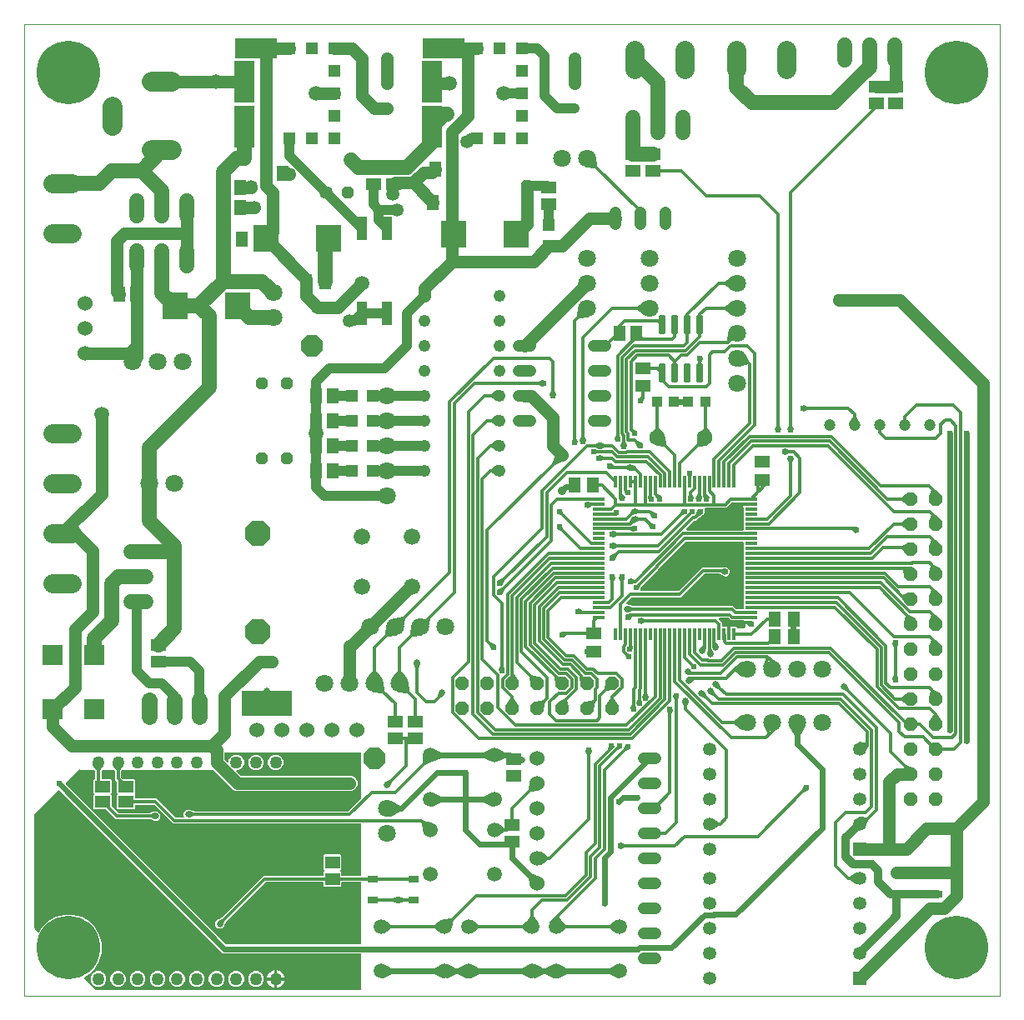
<source format=gtl>
G04 EAGLE Gerber X2 export*
%TF.Part,Single*%
%TF.FileFunction,Other,Top Layer*%
%TF.FilePolarity,Positive*%
%TF.GenerationSoftware,Autodesk,EAGLE,9.2.1*%
%TF.CreationDate,2019-04-01T06:43:25Z*%
G75*
%MOMM*%
%FSLAX34Y34*%
%LPD*%
%INTop Layer*%
%IPPOS*%
%AMOC8*
5,1,8,0,0,1.08239X$1,22.5*%
G01*
%ADD10C,0.000000*%
%ADD11R,1.270000X1.270000*%
%ADD12R,2.030000X4.320000*%
%ADD13R,4.320000X2.030000*%
%ADD14R,1.500000X1.300000*%
%ADD15R,1.300000X1.500000*%
%ADD16C,1.676400*%
%ADD17C,1.800000*%
%ADD18C,1.219200*%
%ADD19P,1.319650X8X202.500000*%
%ADD20P,1.484606X8X202.500000*%
%ADD21C,1.524000*%
%ADD22P,1.319650X8X22.500000*%
%ADD23C,1.650000*%
%ADD24P,2.749271X8X292.500000*%
%ADD25C,0.914400*%
%ADD26R,1.130000X2.440000*%
%ADD27R,1.200000X1.200000*%
%ADD28C,1.981200*%
%ADD29P,1.484606X8X292.500000*%
%ADD30C,1.524000*%
%ADD31C,0.300000*%
%ADD32C,2.000000*%
%ADD33C,1.500000*%
%ADD34P,2.336880X8X22.500000*%
%ADD35R,5.080000X2.540000*%
%ADD36R,2.550000X2.700000*%
%ADD37R,2.100000X2.100000*%
%ADD38C,1.219200*%
%ADD39R,0.300000X1.200000*%
%ADD40R,1.200000X0.300000*%
%ADD41C,1.270000*%
%ADD42R,1.100000X1.000000*%
%ADD43R,1.600200X1.168400*%
%ADD44R,1.050000X0.650000*%
%ADD45C,1.600000*%
%ADD46C,1.200000*%
%ADD47R,1.350000X1.350000*%
%ADD48C,1.350000*%
%ADD49C,1.270000*%
%ADD50C,0.152400*%
%ADD51C,0.304800*%
%ADD52C,0.609600*%
%ADD53C,0.609600*%
%ADD54C,1.275000*%
%ADD55C,0.654800*%
%ADD56C,1.016000*%
%ADD57C,6.451600*%
%ADD58C,0.904800*%
%ADD59C,0.812800*%

G36*
X341332Y18292D02*
X341332Y18292D01*
X341352Y18290D01*
X341453Y18312D01*
X341555Y18329D01*
X341573Y18338D01*
X341592Y18342D01*
X341681Y18395D01*
X341773Y18444D01*
X341786Y18458D01*
X341803Y18468D01*
X341871Y18547D01*
X341942Y18622D01*
X341950Y18640D01*
X341963Y18655D01*
X342002Y18751D01*
X342046Y18845D01*
X342048Y18865D01*
X342055Y18883D01*
X342074Y19050D01*
X342074Y54991D01*
X342071Y55011D01*
X342073Y55030D01*
X342051Y55132D01*
X342034Y55234D01*
X342025Y55251D01*
X342020Y55271D01*
X341967Y55360D01*
X341919Y55451D01*
X341905Y55465D01*
X341894Y55482D01*
X341816Y55549D01*
X341741Y55621D01*
X341723Y55629D01*
X341707Y55642D01*
X341611Y55681D01*
X341518Y55724D01*
X341498Y55726D01*
X341479Y55734D01*
X341313Y55752D01*
X201306Y55752D01*
X35660Y221398D01*
X35644Y221409D01*
X35632Y221425D01*
X35544Y221481D01*
X35461Y221541D01*
X35442Y221547D01*
X35425Y221558D01*
X35324Y221583D01*
X35226Y221614D01*
X35206Y221613D01*
X35186Y221618D01*
X35083Y221610D01*
X34980Y221607D01*
X34961Y221600D01*
X34941Y221599D01*
X34846Y221559D01*
X34749Y221523D01*
X34733Y221510D01*
X34715Y221503D01*
X34584Y221398D01*
X10574Y197388D01*
X10521Y197314D01*
X10462Y197245D01*
X10450Y197215D01*
X10431Y197189D01*
X10404Y197102D01*
X10370Y197017D01*
X10365Y196976D01*
X10358Y196953D01*
X10359Y196921D01*
X10351Y196850D01*
X10351Y80963D01*
X10366Y80872D01*
X10373Y80782D01*
X10386Y80752D01*
X10391Y80720D01*
X10434Y80639D01*
X10469Y80555D01*
X10495Y80523D01*
X10506Y80502D01*
X10529Y80480D01*
X10574Y80424D01*
X13869Y77129D01*
X13966Y77059D01*
X14062Y76989D01*
X14066Y76988D01*
X14069Y76985D01*
X14182Y76951D01*
X14296Y76914D01*
X14300Y76914D01*
X14304Y76913D01*
X14423Y76916D01*
X14542Y76918D01*
X14546Y76919D01*
X14550Y76919D01*
X14662Y76960D01*
X14774Y77000D01*
X14777Y77002D01*
X14781Y77004D01*
X14874Y77078D01*
X14968Y77151D01*
X14971Y77156D01*
X14973Y77158D01*
X14981Y77169D01*
X15067Y77287D01*
X17831Y82074D01*
X24121Y88364D01*
X31824Y92811D01*
X40416Y95114D01*
X49312Y95114D01*
X57904Y92811D01*
X65607Y88364D01*
X71897Y82074D01*
X76344Y74371D01*
X78647Y65779D01*
X78647Y56883D01*
X76344Y48291D01*
X71897Y40588D01*
X65607Y34298D01*
X60820Y31534D01*
X60728Y31459D01*
X60635Y31384D01*
X60632Y31381D01*
X60629Y31378D01*
X60567Y31278D01*
X60502Y31178D01*
X60501Y31173D01*
X60499Y31170D01*
X60471Y31054D01*
X60442Y30939D01*
X60442Y30935D01*
X60441Y30931D01*
X60452Y30812D01*
X60461Y30694D01*
X60462Y30690D01*
X60463Y30686D01*
X60511Y30575D01*
X60557Y30467D01*
X60560Y30464D01*
X60562Y30460D01*
X60571Y30450D01*
X60662Y30336D01*
X72487Y18512D01*
X72561Y18459D01*
X72630Y18399D01*
X72660Y18387D01*
X72686Y18368D01*
X72773Y18341D01*
X72858Y18307D01*
X72899Y18303D01*
X72922Y18296D01*
X72954Y18297D01*
X73025Y18289D01*
X341313Y18289D01*
X341332Y18292D01*
G37*
G36*
X341332Y64901D02*
X341332Y64901D01*
X341352Y64899D01*
X341453Y64921D01*
X341555Y64937D01*
X341573Y64947D01*
X341592Y64951D01*
X341681Y65004D01*
X341773Y65053D01*
X341786Y65067D01*
X341803Y65077D01*
X341871Y65156D01*
X341942Y65231D01*
X341950Y65249D01*
X341963Y65264D01*
X342002Y65360D01*
X342046Y65454D01*
X342048Y65474D01*
X342055Y65492D01*
X342074Y65659D01*
X342074Y127590D01*
X342071Y127610D01*
X342073Y127629D01*
X342051Y127731D01*
X342034Y127833D01*
X342025Y127850D01*
X342020Y127870D01*
X341967Y127959D01*
X341919Y128050D01*
X341905Y128064D01*
X341894Y128081D01*
X341816Y128148D01*
X341741Y128220D01*
X341723Y128228D01*
X341707Y128241D01*
X341611Y128280D01*
X341518Y128323D01*
X341498Y128325D01*
X341479Y128333D01*
X341313Y128351D01*
X322523Y128351D01*
X322504Y128348D01*
X322484Y128350D01*
X322383Y128328D01*
X322281Y128312D01*
X322263Y128302D01*
X322244Y128298D01*
X322155Y128245D01*
X322063Y128196D01*
X322050Y128182D01*
X322033Y128172D01*
X321965Y128093D01*
X321894Y128018D01*
X321886Y128000D01*
X321873Y127985D01*
X321834Y127889D01*
X321790Y127795D01*
X321788Y127775D01*
X321781Y127757D01*
X321762Y127590D01*
X321762Y124068D01*
X320869Y123175D01*
X304606Y123175D01*
X303713Y124068D01*
X303713Y127390D01*
X303710Y127410D01*
X303712Y127429D01*
X303690Y127531D01*
X303673Y127633D01*
X303664Y127650D01*
X303659Y127670D01*
X303606Y127759D01*
X303558Y127850D01*
X303544Y127864D01*
X303533Y127881D01*
X303455Y127948D01*
X303380Y128020D01*
X303362Y128028D01*
X303346Y128041D01*
X303250Y128080D01*
X303157Y128123D01*
X303137Y128125D01*
X303118Y128133D01*
X302952Y128151D01*
X245491Y128151D01*
X245401Y128137D01*
X245310Y128129D01*
X245280Y128117D01*
X245248Y128112D01*
X245167Y128069D01*
X245083Y128033D01*
X245051Y128007D01*
X245031Y127996D01*
X245008Y127973D01*
X244952Y127928D01*
X205422Y88398D01*
X205422Y88397D01*
X204916Y87892D01*
X204866Y87822D01*
X204809Y87758D01*
X204788Y87714D01*
X204772Y87692D01*
X204763Y87663D01*
X204736Y87607D01*
X204600Y87221D01*
X204590Y87217D01*
X204537Y87168D01*
X204477Y87126D01*
X204447Y87085D01*
X204409Y87050D01*
X204347Y86950D01*
X204331Y86929D01*
X204328Y86920D01*
X204320Y86908D01*
X203311Y84794D01*
X203291Y84726D01*
X203289Y84723D01*
X203289Y84719D01*
X203287Y84712D01*
X203255Y84632D01*
X203249Y84583D01*
X203242Y84557D01*
X203243Y84527D01*
X203236Y84465D01*
X203236Y83737D01*
X202505Y83006D01*
X202479Y82969D01*
X202445Y82939D01*
X202372Y82821D01*
X202362Y82807D01*
X202360Y82802D01*
X202357Y82796D01*
X202223Y82517D01*
X202066Y82462D01*
X201990Y82420D01*
X201912Y82387D01*
X201874Y82356D01*
X201850Y82343D01*
X201829Y82321D01*
X201781Y82282D01*
X200425Y80926D01*
X196450Y80926D01*
X193639Y83737D01*
X193639Y87713D01*
X194995Y89069D01*
X195044Y89138D01*
X195101Y89202D01*
X195123Y89247D01*
X195138Y89268D01*
X195147Y89297D01*
X195174Y89353D01*
X195230Y89511D01*
X195509Y89644D01*
X195546Y89670D01*
X195588Y89688D01*
X195696Y89774D01*
X195711Y89785D01*
X195713Y89788D01*
X195719Y89793D01*
X196450Y90524D01*
X197178Y90524D01*
X197262Y90538D01*
X197348Y90543D01*
X197394Y90559D01*
X197421Y90563D01*
X197448Y90578D01*
X197506Y90598D01*
X199620Y91608D01*
X199663Y91637D01*
X199709Y91658D01*
X199763Y91707D01*
X199822Y91748D01*
X199853Y91790D01*
X199891Y91824D01*
X199929Y91886D01*
X200320Y92024D01*
X200395Y92065D01*
X200473Y92099D01*
X200512Y92129D01*
X200535Y92142D01*
X200556Y92165D01*
X200604Y92203D01*
X242650Y134249D01*
X302952Y134249D01*
X302971Y134252D01*
X302991Y134250D01*
X303092Y134272D01*
X303194Y134288D01*
X303212Y134298D01*
X303231Y134302D01*
X303320Y134355D01*
X303412Y134404D01*
X303425Y134418D01*
X303442Y134428D01*
X303510Y134507D01*
X303581Y134582D01*
X303589Y134600D01*
X303602Y134615D01*
X303641Y134711D01*
X303685Y134805D01*
X303687Y134825D01*
X303694Y134843D01*
X303713Y135010D01*
X303713Y138332D01*
X304543Y139162D01*
X304555Y139178D01*
X304570Y139190D01*
X304626Y139278D01*
X304686Y139361D01*
X304692Y139380D01*
X304703Y139397D01*
X304728Y139498D01*
X304759Y139597D01*
X304758Y139616D01*
X304763Y139636D01*
X304755Y139739D01*
X304752Y139842D01*
X304746Y139861D01*
X304744Y139881D01*
X304704Y139976D01*
X304668Y140073D01*
X304655Y140089D01*
X304648Y140107D01*
X304543Y140238D01*
X303713Y141068D01*
X303713Y155332D01*
X304606Y156225D01*
X320869Y156225D01*
X321762Y155332D01*
X321762Y141068D01*
X320932Y140238D01*
X320920Y140222D01*
X320905Y140210D01*
X320849Y140122D01*
X320789Y140039D01*
X320783Y140020D01*
X320772Y140003D01*
X320747Y139902D01*
X320716Y139803D01*
X320717Y139784D01*
X320712Y139764D01*
X320720Y139661D01*
X320723Y139558D01*
X320729Y139539D01*
X320731Y139519D01*
X320771Y139424D01*
X320807Y139327D01*
X320819Y139311D01*
X320827Y139293D01*
X320932Y139162D01*
X321762Y138332D01*
X321762Y135210D01*
X321765Y135190D01*
X321763Y135171D01*
X321785Y135069D01*
X321802Y134967D01*
X321811Y134950D01*
X321816Y134930D01*
X321869Y134841D01*
X321917Y134750D01*
X321931Y134736D01*
X321942Y134719D01*
X322020Y134652D01*
X322095Y134580D01*
X322113Y134572D01*
X322129Y134559D01*
X322225Y134520D01*
X322318Y134477D01*
X322338Y134475D01*
X322357Y134467D01*
X322523Y134449D01*
X341313Y134449D01*
X341332Y134452D01*
X341352Y134450D01*
X341453Y134472D01*
X341555Y134488D01*
X341573Y134498D01*
X341592Y134502D01*
X341681Y134555D01*
X341773Y134604D01*
X341786Y134618D01*
X341803Y134628D01*
X341871Y134707D01*
X341942Y134782D01*
X341950Y134800D01*
X341963Y134815D01*
X342002Y134911D01*
X342046Y135005D01*
X342048Y135025D01*
X342055Y135043D01*
X342074Y135210D01*
X342074Y186690D01*
X342071Y186710D01*
X342073Y186729D01*
X342051Y186831D01*
X342034Y186933D01*
X342025Y186950D01*
X342020Y186970D01*
X341967Y187059D01*
X341919Y187150D01*
X341905Y187164D01*
X341894Y187181D01*
X341816Y187248D01*
X341741Y187320D01*
X341723Y187328D01*
X341707Y187341D01*
X341611Y187380D01*
X341518Y187423D01*
X341498Y187425D01*
X341479Y187433D01*
X341313Y187451D01*
X151137Y187451D01*
X131993Y206596D01*
X131919Y206649D01*
X131849Y206708D01*
X131819Y206721D01*
X131793Y206739D01*
X131706Y206766D01*
X131621Y206800D01*
X131580Y206805D01*
X131558Y206812D01*
X131526Y206811D01*
X131454Y206819D01*
X113474Y206819D01*
X113455Y206816D01*
X113435Y206818D01*
X113334Y206796D01*
X113232Y206779D01*
X113214Y206770D01*
X113195Y206765D01*
X113106Y206712D01*
X113014Y206664D01*
X113001Y206650D01*
X112984Y206639D01*
X112916Y206561D01*
X112845Y206486D01*
X112837Y206468D01*
X112824Y206452D01*
X112785Y206356D01*
X112741Y206263D01*
X112739Y206243D01*
X112732Y206224D01*
X112713Y206058D01*
X112713Y203394D01*
X111820Y202501D01*
X94555Y202501D01*
X93662Y203394D01*
X93662Y216341D01*
X94270Y216949D01*
X94282Y216965D01*
X94297Y216978D01*
X94353Y217065D01*
X94413Y217149D01*
X94419Y217168D01*
X94430Y217185D01*
X94455Y217285D01*
X94486Y217384D01*
X94485Y217404D01*
X94490Y217423D01*
X94482Y217526D01*
X94479Y217630D01*
X94473Y217649D01*
X94471Y217668D01*
X94431Y217763D01*
X94395Y217861D01*
X94382Y217877D01*
X94375Y217895D01*
X94270Y218026D01*
X93662Y218634D01*
X93662Y230006D01*
X93647Y230096D01*
X93640Y230187D01*
X93627Y230217D01*
X93622Y230249D01*
X93579Y230330D01*
X93544Y230414D01*
X93518Y230446D01*
X93507Y230466D01*
X93484Y230489D01*
X93439Y230545D01*
X92051Y231932D01*
X92051Y240421D01*
X92045Y240460D01*
X92047Y240499D01*
X92025Y240581D01*
X92012Y240664D01*
X91993Y240699D01*
X91983Y240736D01*
X91897Y240881D01*
X91185Y241823D01*
X91170Y241837D01*
X91159Y241854D01*
X91081Y241921D01*
X91006Y241992D01*
X90988Y242001D01*
X90972Y242014D01*
X90877Y242053D01*
X90784Y242096D01*
X90763Y242099D01*
X90744Y242106D01*
X90577Y242125D01*
X79623Y242125D01*
X79602Y242121D01*
X79582Y242124D01*
X79482Y242102D01*
X79380Y242085D01*
X79362Y242075D01*
X79342Y242071D01*
X79253Y242018D01*
X79162Y241970D01*
X79148Y241955D01*
X79131Y241945D01*
X79015Y241823D01*
X78303Y240881D01*
X78285Y240846D01*
X78259Y240816D01*
X78227Y240738D01*
X78188Y240663D01*
X78182Y240624D01*
X78167Y240588D01*
X78149Y240421D01*
X78149Y233235D01*
X78152Y233216D01*
X78150Y233196D01*
X78172Y233095D01*
X78188Y232993D01*
X78198Y232975D01*
X78202Y232956D01*
X78255Y232867D01*
X78304Y232775D01*
X78318Y232762D01*
X78328Y232745D01*
X78407Y232677D01*
X78482Y232606D01*
X78500Y232598D01*
X78515Y232585D01*
X78611Y232546D01*
X78705Y232502D01*
X78725Y232500D01*
X78743Y232493D01*
X78910Y232474D01*
X88008Y232474D01*
X88901Y231581D01*
X88901Y218634D01*
X88293Y218026D01*
X88281Y218010D01*
X88265Y217997D01*
X88209Y217910D01*
X88149Y217826D01*
X88143Y217807D01*
X88132Y217790D01*
X88107Y217690D01*
X88077Y217591D01*
X88077Y217571D01*
X88072Y217552D01*
X88080Y217449D01*
X88083Y217345D01*
X88090Y217326D01*
X88091Y217306D01*
X88132Y217212D01*
X88167Y217114D01*
X88180Y217098D01*
X88188Y217080D01*
X88293Y216949D01*
X88901Y216341D01*
X88901Y204969D01*
X88915Y204879D01*
X88923Y204788D01*
X88935Y204758D01*
X88940Y204726D01*
X88983Y204645D01*
X89019Y204561D01*
X89045Y204529D01*
X89056Y204509D01*
X89079Y204486D01*
X89124Y204430D01*
X95020Y198534D01*
X95094Y198481D01*
X95163Y198422D01*
X95193Y198409D01*
X95220Y198391D01*
X95307Y198364D01*
X95391Y198330D01*
X95432Y198325D01*
X95455Y198318D01*
X95487Y198319D01*
X95558Y198311D01*
X127237Y198311D01*
X127321Y198325D01*
X127407Y198330D01*
X127453Y198347D01*
X127480Y198351D01*
X127506Y198365D01*
X127565Y198386D01*
X127935Y198562D01*
X127945Y198558D01*
X128017Y198555D01*
X128088Y198542D01*
X128139Y198550D01*
X128190Y198548D01*
X128305Y198575D01*
X128332Y198578D01*
X128340Y198583D01*
X128354Y198586D01*
X130563Y199367D01*
X130638Y199408D01*
X130716Y199442D01*
X130755Y199472D01*
X130779Y199485D01*
X130799Y199508D01*
X130847Y199546D01*
X131362Y200061D01*
X132396Y200061D01*
X132441Y200069D01*
X132486Y200067D01*
X132621Y200098D01*
X132639Y200101D01*
X132643Y200103D01*
X132650Y200105D01*
X132941Y200208D01*
X133092Y200136D01*
X133174Y200112D01*
X133253Y200080D01*
X133303Y200074D01*
X133328Y200067D01*
X133359Y200068D01*
X133420Y200061D01*
X135338Y200061D01*
X138149Y197250D01*
X138149Y193275D01*
X135338Y190464D01*
X133420Y190464D01*
X133336Y190450D01*
X133251Y190445D01*
X133204Y190428D01*
X133177Y190424D01*
X133151Y190410D01*
X133092Y190389D01*
X132941Y190317D01*
X132650Y190420D01*
X132605Y190428D01*
X132563Y190445D01*
X132425Y190461D01*
X132408Y190464D01*
X132403Y190463D01*
X132396Y190464D01*
X131362Y190464D01*
X130847Y190979D01*
X130778Y191028D01*
X130714Y191085D01*
X130669Y191107D01*
X130648Y191122D01*
X130619Y191131D01*
X130563Y191158D01*
X128354Y191939D01*
X128303Y191948D01*
X128255Y191967D01*
X128183Y191970D01*
X128112Y191983D01*
X128061Y191975D01*
X128010Y191977D01*
X127939Y191961D01*
X127565Y192139D01*
X127483Y192163D01*
X127404Y192195D01*
X127354Y192201D01*
X127329Y192208D01*
X127298Y192207D01*
X127237Y192214D01*
X92717Y192214D01*
X82653Y202278D01*
X82579Y202331D01*
X82510Y202390D01*
X82480Y202403D01*
X82453Y202421D01*
X82366Y202448D01*
X82282Y202482D01*
X82241Y202487D01*
X82218Y202494D01*
X82186Y202493D01*
X82115Y202501D01*
X70742Y202501D01*
X69849Y203394D01*
X69849Y216341D01*
X70457Y216949D01*
X70469Y216965D01*
X70485Y216978D01*
X70541Y217065D01*
X70601Y217149D01*
X70607Y217168D01*
X70618Y217185D01*
X70643Y217285D01*
X70673Y217384D01*
X70673Y217404D01*
X70678Y217423D01*
X70670Y217526D01*
X70667Y217630D01*
X70660Y217649D01*
X70659Y217668D01*
X70618Y217763D01*
X70583Y217861D01*
X70570Y217877D01*
X70562Y217895D01*
X70457Y218026D01*
X69849Y218634D01*
X69849Y231581D01*
X70742Y232474D01*
X71290Y232474D01*
X71310Y232477D01*
X71329Y232475D01*
X71431Y232497D01*
X71533Y232514D01*
X71550Y232523D01*
X71570Y232528D01*
X71659Y232581D01*
X71750Y232629D01*
X71764Y232643D01*
X71781Y232654D01*
X71848Y232732D01*
X71920Y232807D01*
X71928Y232825D01*
X71941Y232841D01*
X71980Y232937D01*
X72023Y233030D01*
X72025Y233050D01*
X72033Y233069D01*
X72051Y233235D01*
X72051Y240421D01*
X72045Y240460D01*
X72047Y240499D01*
X72025Y240581D01*
X72012Y240664D01*
X71993Y240699D01*
X71983Y240736D01*
X71897Y240881D01*
X71185Y241823D01*
X71170Y241837D01*
X71159Y241854D01*
X71081Y241921D01*
X71006Y241992D01*
X70988Y242001D01*
X70972Y242014D01*
X70877Y242053D01*
X70784Y242096D01*
X70763Y242099D01*
X70744Y242106D01*
X70577Y242125D01*
X56834Y242125D01*
X56611Y242348D01*
X56594Y242360D01*
X56582Y242375D01*
X56495Y242431D01*
X56411Y242492D01*
X56392Y242498D01*
X56375Y242508D01*
X56275Y242534D01*
X56176Y242564D01*
X56156Y242564D01*
X56137Y242568D01*
X56034Y242560D01*
X55930Y242558D01*
X55911Y242551D01*
X55891Y242549D01*
X55796Y242509D01*
X55699Y242473D01*
X55683Y242461D01*
X55665Y242453D01*
X55534Y242348D01*
X42127Y228941D01*
X42116Y228925D01*
X42100Y228913D01*
X42044Y228825D01*
X41984Y228741D01*
X41978Y228723D01*
X41967Y228706D01*
X41942Y228605D01*
X41911Y228506D01*
X41912Y228486D01*
X41907Y228467D01*
X41915Y228364D01*
X41915Y228360D01*
X41914Y228354D01*
X41915Y228350D01*
X41918Y228261D01*
X41925Y228242D01*
X41926Y228222D01*
X41961Y228140D01*
X41967Y228114D01*
X41978Y228094D01*
X42002Y228030D01*
X42015Y228014D01*
X42022Y227996D01*
X42082Y227921D01*
X42093Y227903D01*
X42105Y227893D01*
X42127Y227865D01*
X204871Y65121D01*
X204945Y65068D01*
X205015Y65008D01*
X205045Y64996D01*
X205071Y64977D01*
X205158Y64950D01*
X205243Y64916D01*
X205284Y64912D01*
X205306Y64905D01*
X205338Y64906D01*
X205409Y64898D01*
X341313Y64898D01*
X341332Y64901D01*
G37*
G36*
X161407Y193560D02*
X161407Y193560D01*
X161479Y193562D01*
X161528Y193580D01*
X161579Y193588D01*
X161643Y193622D01*
X161710Y193647D01*
X161751Y193679D01*
X161797Y193704D01*
X161846Y193755D01*
X161902Y193800D01*
X161930Y193844D01*
X161966Y193882D01*
X161996Y193947D01*
X162035Y194007D01*
X162048Y194058D01*
X162070Y194105D01*
X162078Y194176D01*
X162095Y194246D01*
X162091Y194298D01*
X162097Y194349D01*
X162082Y194420D01*
X162076Y194491D01*
X162056Y194539D01*
X162045Y194590D01*
X162008Y194651D01*
X161980Y194717D01*
X161935Y194773D01*
X161918Y194801D01*
X161901Y194816D01*
X161889Y194831D01*
X161889Y198810D01*
X164700Y201621D01*
X166617Y201621D01*
X166702Y201635D01*
X166787Y201640D01*
X166834Y201656D01*
X166860Y201660D01*
X166887Y201675D01*
X166945Y201695D01*
X167096Y201767D01*
X167388Y201664D01*
X167432Y201656D01*
X167475Y201639D01*
X167612Y201624D01*
X167630Y201621D01*
X167634Y201622D01*
X167641Y201621D01*
X168675Y201621D01*
X169190Y201106D01*
X169259Y201056D01*
X169324Y200999D01*
X169368Y200978D01*
X169390Y200962D01*
X169419Y200953D01*
X169475Y200926D01*
X171684Y200145D01*
X171734Y200136D01*
X171782Y200118D01*
X171855Y200115D01*
X171926Y200102D01*
X171977Y200109D01*
X172028Y200107D01*
X172098Y200124D01*
X172473Y199945D01*
X172555Y199921D01*
X172634Y199889D01*
X172683Y199884D01*
X172709Y199876D01*
X172739Y199878D01*
X172801Y199871D01*
X328594Y199871D01*
X328684Y199885D01*
X328775Y199893D01*
X328805Y199905D01*
X328837Y199910D01*
X328917Y199953D01*
X329001Y199989D01*
X329033Y200015D01*
X329054Y200026D01*
X329076Y200049D01*
X329132Y200094D01*
X341851Y212812D01*
X341904Y212886D01*
X341963Y212956D01*
X341976Y212986D01*
X341994Y213012D01*
X342021Y213099D01*
X342055Y213184D01*
X342060Y213225D01*
X342067Y213247D01*
X342066Y213279D01*
X342074Y213351D01*
X342074Y258763D01*
X342071Y258782D01*
X342073Y258802D01*
X342051Y258903D01*
X342034Y259005D01*
X342025Y259023D01*
X342020Y259042D01*
X341967Y259131D01*
X341919Y259223D01*
X341905Y259236D01*
X341894Y259253D01*
X341816Y259321D01*
X341741Y259392D01*
X341723Y259400D01*
X341707Y259413D01*
X341611Y259452D01*
X341518Y259496D01*
X341498Y259498D01*
X341479Y259505D01*
X341313Y259524D01*
X203736Y259524D01*
X203716Y259521D01*
X203697Y259523D01*
X203595Y259501D01*
X203493Y259484D01*
X203476Y259475D01*
X203456Y259470D01*
X203367Y259417D01*
X203276Y259369D01*
X203262Y259355D01*
X203245Y259344D01*
X203178Y259266D01*
X203106Y259191D01*
X203098Y259173D01*
X203085Y259157D01*
X203046Y259061D01*
X203003Y258968D01*
X203001Y258948D01*
X202993Y258929D01*
X202975Y258763D01*
X202975Y253277D01*
X202989Y253187D01*
X202997Y253096D01*
X203009Y253066D01*
X203014Y253034D01*
X203057Y252954D01*
X203093Y252870D01*
X203119Y252838D01*
X203130Y252817D01*
X203153Y252795D01*
X203198Y252739D01*
X205229Y250707D01*
X205230Y250707D01*
X205926Y250011D01*
X205984Y249969D01*
X206036Y249920D01*
X206083Y249898D01*
X206125Y249867D01*
X206194Y249846D01*
X206259Y249816D01*
X206311Y249810D01*
X206361Y249795D01*
X206432Y249797D01*
X206503Y249789D01*
X206554Y249800D01*
X206606Y249801D01*
X206674Y249826D01*
X206744Y249841D01*
X206789Y249868D01*
X206837Y249886D01*
X206893Y249931D01*
X206955Y249967D01*
X206989Y250007D01*
X207029Y250039D01*
X207068Y250100D01*
X207115Y250154D01*
X207134Y250203D01*
X207162Y250246D01*
X207180Y250316D01*
X207207Y250382D01*
X207215Y250454D01*
X207223Y250485D01*
X207221Y250508D01*
X207225Y250549D01*
X207225Y251266D01*
X208424Y254161D01*
X210639Y256376D01*
X213534Y257575D01*
X216666Y257575D01*
X219561Y256376D01*
X221776Y254161D01*
X222975Y251266D01*
X222975Y248134D01*
X221776Y245239D01*
X219561Y243024D01*
X216666Y241825D01*
X215833Y241825D01*
X215763Y241814D01*
X215691Y241812D01*
X215642Y241794D01*
X215591Y241786D01*
X215527Y241752D01*
X215460Y241727D01*
X215419Y241695D01*
X215373Y241670D01*
X215324Y241618D01*
X215268Y241574D01*
X215240Y241530D01*
X215204Y241492D01*
X215174Y241427D01*
X215135Y241367D01*
X215122Y241316D01*
X215100Y241269D01*
X215092Y241198D01*
X215075Y241128D01*
X215079Y241076D01*
X215073Y241025D01*
X215088Y240954D01*
X215094Y240883D01*
X215114Y240835D01*
X215125Y240784D01*
X215162Y240723D01*
X215190Y240657D01*
X215235Y240601D01*
X215251Y240573D01*
X215269Y240558D01*
X215295Y240526D01*
X219250Y236571D01*
X219324Y236518D01*
X219393Y236458D01*
X219424Y236446D01*
X219450Y236427D01*
X219537Y236400D01*
X219622Y236366D01*
X219663Y236362D01*
X219685Y236355D01*
X219717Y236356D01*
X219788Y236348D01*
X328110Y236348D01*
X328175Y236358D01*
X328240Y236359D01*
X328320Y236382D01*
X328353Y236387D01*
X328370Y236397D01*
X328402Y236406D01*
X328629Y236500D01*
X331771Y236500D01*
X334675Y235297D01*
X336897Y233075D01*
X338100Y230171D01*
X338100Y227029D01*
X336897Y224125D01*
X334654Y221883D01*
X334638Y221876D01*
X334574Y221824D01*
X334546Y221806D01*
X334540Y221800D01*
X331639Y220598D01*
X214645Y220598D01*
X211750Y221797D01*
X194200Y239347D01*
X194176Y239405D01*
X194142Y239461D01*
X194116Y239521D01*
X194064Y239586D01*
X194047Y239614D01*
X194032Y239627D01*
X194011Y239652D01*
X191716Y241948D01*
X191699Y241960D01*
X191687Y241975D01*
X191600Y242031D01*
X191516Y242091D01*
X191497Y242097D01*
X191480Y242108D01*
X191380Y242133D01*
X191281Y242164D01*
X191261Y242163D01*
X191241Y242168D01*
X191138Y242160D01*
X191035Y242157D01*
X191016Y242150D01*
X190996Y242149D01*
X190939Y242125D01*
X177541Y242125D01*
X177476Y242114D01*
X177411Y242114D01*
X177331Y242090D01*
X177298Y242085D01*
X177281Y242076D01*
X177250Y242067D01*
X176666Y241825D01*
X173534Y241825D01*
X172950Y242067D01*
X172887Y242082D01*
X172826Y242106D01*
X172743Y242115D01*
X172711Y242123D01*
X172692Y242121D01*
X172659Y242125D01*
X157541Y242125D01*
X157476Y242114D01*
X157411Y242114D01*
X157331Y242090D01*
X157298Y242085D01*
X157281Y242076D01*
X157250Y242067D01*
X156666Y241825D01*
X153534Y241825D01*
X152950Y242067D01*
X152887Y242082D01*
X152826Y242106D01*
X152743Y242115D01*
X152711Y242123D01*
X152692Y242121D01*
X152659Y242125D01*
X137541Y242125D01*
X137476Y242114D01*
X137411Y242114D01*
X137331Y242090D01*
X137298Y242085D01*
X137281Y242076D01*
X137250Y242067D01*
X136666Y241825D01*
X133534Y241825D01*
X132950Y242067D01*
X132887Y242082D01*
X132826Y242106D01*
X132743Y242115D01*
X132711Y242123D01*
X132692Y242121D01*
X132659Y242125D01*
X117541Y242125D01*
X117476Y242114D01*
X117411Y242114D01*
X117331Y242090D01*
X117298Y242085D01*
X117281Y242076D01*
X117250Y242067D01*
X116666Y241825D01*
X113534Y241825D01*
X112950Y242067D01*
X112887Y242082D01*
X112826Y242106D01*
X112743Y242115D01*
X112711Y242123D01*
X112692Y242121D01*
X112659Y242125D01*
X99623Y242125D01*
X99602Y242121D01*
X99582Y242124D01*
X99482Y242102D01*
X99380Y242085D01*
X99362Y242075D01*
X99342Y242071D01*
X99253Y242018D01*
X99162Y241970D01*
X99148Y241955D01*
X99131Y241945D01*
X99015Y241823D01*
X98303Y240881D01*
X98285Y240846D01*
X98259Y240816D01*
X98227Y240738D01*
X98188Y240663D01*
X98182Y240624D01*
X98167Y240588D01*
X98149Y240421D01*
X98149Y234773D01*
X98163Y234683D01*
X98171Y234592D01*
X98183Y234562D01*
X98188Y234530D01*
X98231Y234450D01*
X98267Y234366D01*
X98293Y234334D01*
X98304Y234313D01*
X98327Y234291D01*
X98372Y234235D01*
X99909Y232697D01*
X99983Y232644D01*
X100053Y232585D01*
X100083Y232573D01*
X100109Y232554D01*
X100196Y232527D01*
X100281Y232493D01*
X100322Y232488D01*
X100344Y232481D01*
X100376Y232482D01*
X100448Y232474D01*
X111820Y232474D01*
X112713Y231581D01*
X112713Y218634D01*
X112105Y218026D01*
X112093Y218010D01*
X112078Y217997D01*
X112022Y217910D01*
X111962Y217826D01*
X111956Y217807D01*
X111945Y217790D01*
X111920Y217690D01*
X111889Y217591D01*
X111890Y217571D01*
X111885Y217552D01*
X111893Y217449D01*
X111896Y217345D01*
X111902Y217326D01*
X111904Y217306D01*
X111944Y217212D01*
X111980Y217114D01*
X111992Y217098D01*
X112000Y217080D01*
X112105Y216949D01*
X112713Y216341D01*
X112713Y213677D01*
X112716Y213658D01*
X112714Y213638D01*
X112736Y213537D01*
X112753Y213435D01*
X112762Y213417D01*
X112767Y213398D01*
X112820Y213309D01*
X112868Y213217D01*
X112882Y213204D01*
X112893Y213187D01*
X112971Y213119D01*
X113046Y213048D01*
X113064Y213040D01*
X113080Y213027D01*
X113176Y212988D01*
X113269Y212944D01*
X113289Y212942D01*
X113308Y212935D01*
X113474Y212916D01*
X134295Y212916D01*
X153440Y193772D01*
X153514Y193719D01*
X153583Y193659D01*
X153613Y193647D01*
X153640Y193628D01*
X153727Y193601D01*
X153811Y193567D01*
X153852Y193563D01*
X153875Y193556D01*
X153907Y193557D01*
X153978Y193549D01*
X161337Y193549D01*
X161407Y193560D01*
G37*
G36*
X728878Y405252D02*
X728878Y405252D01*
X728904Y405250D01*
X729051Y405272D01*
X729198Y405289D01*
X729223Y405297D01*
X729249Y405301D01*
X729387Y405356D01*
X729526Y405406D01*
X729548Y405420D01*
X729573Y405430D01*
X729694Y405515D01*
X729819Y405595D01*
X729837Y405614D01*
X729859Y405629D01*
X729958Y405739D01*
X730061Y405846D01*
X730075Y405868D01*
X730092Y405888D01*
X730164Y406018D01*
X730240Y406145D01*
X730248Y406170D01*
X730261Y406193D01*
X730301Y406336D01*
X730346Y406477D01*
X730348Y406503D01*
X730356Y406528D01*
X730375Y406772D01*
X730375Y472628D01*
X730372Y472654D01*
X730374Y472680D01*
X730352Y472827D01*
X730335Y472974D01*
X730327Y472999D01*
X730323Y473025D01*
X730268Y473163D01*
X730218Y473302D01*
X730204Y473324D01*
X730194Y473349D01*
X730109Y473470D01*
X730029Y473595D01*
X730010Y473613D01*
X729995Y473635D01*
X729885Y473734D01*
X729778Y473837D01*
X729756Y473851D01*
X729736Y473868D01*
X729606Y473940D01*
X729479Y474016D01*
X729454Y474024D01*
X729431Y474037D01*
X729288Y474077D01*
X729147Y474122D01*
X729121Y474124D01*
X729096Y474132D01*
X728852Y474151D01*
X672212Y474151D01*
X672087Y474137D01*
X671960Y474130D01*
X671914Y474117D01*
X671866Y474111D01*
X671747Y474069D01*
X671626Y474034D01*
X671583Y474010D01*
X671538Y473994D01*
X671432Y473925D01*
X671321Y473864D01*
X671275Y473824D01*
X671245Y473805D01*
X671212Y473770D01*
X671135Y473705D01*
X645685Y448255D01*
X645607Y448156D01*
X645522Y448062D01*
X645499Y448020D01*
X645469Y447982D01*
X645415Y447868D01*
X645354Y447757D01*
X645340Y447711D01*
X645320Y447667D01*
X645293Y447544D01*
X645259Y447422D01*
X645255Y447379D01*
X643007Y445130D01*
X626995Y429118D01*
X626910Y429012D01*
X626820Y428909D01*
X626796Y428868D01*
X626778Y428845D01*
X626757Y428800D01*
X626698Y428698D01*
X625369Y425916D01*
X625364Y425901D01*
X625355Y425887D01*
X625307Y425736D01*
X625256Y425586D01*
X625254Y425570D01*
X625249Y425555D01*
X625237Y425398D01*
X625220Y425240D01*
X625223Y425223D01*
X625221Y425207D01*
X625245Y425051D01*
X625265Y424894D01*
X625270Y424879D01*
X625273Y424863D01*
X625331Y424716D01*
X625387Y424567D01*
X625396Y424554D01*
X625402Y424539D01*
X625492Y424409D01*
X625579Y424277D01*
X625591Y424266D01*
X625601Y424253D01*
X625718Y424147D01*
X625833Y424038D01*
X625847Y424030D01*
X625859Y424019D01*
X625998Y423943D01*
X626135Y423863D01*
X626150Y423859D01*
X626164Y423851D01*
X626317Y423808D01*
X626468Y423761D01*
X626484Y423760D01*
X626500Y423756D01*
X626744Y423736D01*
X663269Y423736D01*
X663394Y423751D01*
X663521Y423757D01*
X663567Y423771D01*
X663615Y423776D01*
X663734Y423819D01*
X663855Y423854D01*
X663898Y423877D01*
X663943Y423894D01*
X664049Y423962D01*
X664160Y424024D01*
X664206Y424063D01*
X664236Y424083D01*
X664269Y424117D01*
X664346Y424182D01*
X687712Y447549D01*
X706792Y447549D01*
X706828Y447553D01*
X706865Y447550D01*
X707108Y447582D01*
X707957Y447762D01*
X707977Y447753D01*
X708104Y447731D01*
X708229Y447701D01*
X708275Y447701D01*
X708320Y447693D01*
X708565Y447699D01*
X710361Y447885D01*
X710456Y447906D01*
X710554Y447918D01*
X710653Y447950D01*
X710701Y447960D01*
X710732Y447975D01*
X710787Y447993D01*
X710806Y448001D01*
X711401Y448001D01*
X711450Y448006D01*
X711558Y448009D01*
X712509Y448107D01*
X712547Y448083D01*
X712624Y448022D01*
X712717Y447975D01*
X712758Y447949D01*
X712791Y447937D01*
X712842Y447911D01*
X714306Y447305D01*
X715592Y446018D01*
X716288Y444338D01*
X716288Y442518D01*
X715592Y440838D01*
X714306Y439551D01*
X712625Y438855D01*
X710732Y438855D01*
X710675Y438873D01*
X710662Y438873D01*
X710649Y438877D01*
X710488Y438885D01*
X710328Y438896D01*
X710312Y438894D01*
X710301Y438894D01*
X710300Y438894D01*
X709694Y439288D01*
X709678Y439296D01*
X709664Y439307D01*
X709446Y439418D01*
X709125Y439551D01*
X708934Y439743D01*
X708905Y439766D01*
X708881Y439793D01*
X708687Y439943D01*
X707635Y440627D01*
X706964Y441063D01*
X706923Y441083D01*
X706886Y441111D01*
X706767Y441161D01*
X706652Y441218D01*
X706607Y441229D01*
X706565Y441247D01*
X706438Y441269D01*
X706313Y441299D01*
X706312Y441299D01*
X706269Y441314D01*
X706227Y441337D01*
X706105Y441371D01*
X705986Y441413D01*
X705938Y441419D01*
X705892Y441432D01*
X705648Y441451D01*
X690869Y441451D01*
X690743Y441437D01*
X690617Y441430D01*
X690571Y441417D01*
X690523Y441411D01*
X690404Y441369D01*
X690282Y441334D01*
X690240Y441310D01*
X690194Y441294D01*
X690088Y441225D01*
X689978Y441164D01*
X689932Y441124D01*
X689902Y441105D01*
X689868Y441070D01*
X689792Y441005D01*
X666425Y417639D01*
X617160Y417639D01*
X617035Y417624D01*
X616908Y417618D01*
X616862Y417604D01*
X616814Y417599D01*
X616695Y417556D01*
X616574Y417521D01*
X616531Y417498D01*
X616486Y417481D01*
X616380Y417413D01*
X616269Y417351D01*
X616223Y417312D01*
X616193Y417292D01*
X616160Y417258D01*
X616083Y417193D01*
X611606Y412716D01*
X611562Y412660D01*
X611511Y412611D01*
X611454Y412524D01*
X611389Y412443D01*
X611359Y412378D01*
X611320Y412319D01*
X611285Y412221D01*
X611241Y412127D01*
X611226Y412058D01*
X611201Y411991D01*
X611189Y411888D01*
X611167Y411787D01*
X611168Y411716D01*
X611160Y411645D01*
X611171Y411542D01*
X611173Y411438D01*
X611190Y411369D01*
X611198Y411299D01*
X611233Y411201D01*
X611258Y411100D01*
X611291Y411037D01*
X611314Y410970D01*
X611370Y410883D01*
X611418Y410791D01*
X611464Y410736D01*
X611502Y410676D01*
X611576Y410604D01*
X611644Y410525D01*
X611701Y410483D01*
X611752Y410433D01*
X611840Y410380D01*
X611924Y410318D01*
X611989Y410290D01*
X612050Y410253D01*
X612204Y410197D01*
X612244Y410180D01*
X612259Y410177D01*
X612280Y410170D01*
X612559Y410093D01*
X612560Y410093D01*
X612599Y410082D01*
X612680Y410070D01*
X612758Y410047D01*
X612894Y410036D01*
X612943Y410029D01*
X612966Y410031D01*
X613002Y410028D01*
X613105Y410028D01*
X613621Y409814D01*
X613668Y409800D01*
X613801Y409752D01*
X615246Y409355D01*
X615247Y409355D01*
X616635Y408974D01*
X616680Y408967D01*
X616724Y408952D01*
X616852Y408941D01*
X616979Y408921D01*
X617025Y408924D01*
X617071Y408920D01*
X617198Y408938D01*
X617235Y408940D01*
X617695Y408760D01*
X617851Y408719D01*
X618007Y408675D01*
X618022Y408673D01*
X618032Y408671D01*
X618067Y408670D01*
X618251Y408655D01*
X719607Y408655D01*
X721838Y406423D01*
X721839Y406423D01*
X722567Y405695D01*
X722666Y405616D01*
X722760Y405532D01*
X722802Y405508D01*
X722840Y405478D01*
X722954Y405424D01*
X723065Y405363D01*
X723111Y405350D01*
X723155Y405329D01*
X723278Y405303D01*
X723400Y405268D01*
X723461Y405263D01*
X723496Y405256D01*
X723544Y405257D01*
X723644Y405249D01*
X728852Y405249D01*
X728878Y405252D01*
G37*
G36*
X728878Y485252D02*
X728878Y485252D01*
X728904Y485250D01*
X729051Y485272D01*
X729198Y485289D01*
X729223Y485297D01*
X729249Y485301D01*
X729387Y485356D01*
X729526Y485406D01*
X729548Y485420D01*
X729573Y485430D01*
X729694Y485515D01*
X729819Y485595D01*
X729837Y485614D01*
X729859Y485629D01*
X729958Y485739D01*
X730061Y485846D01*
X730075Y485868D01*
X730092Y485888D01*
X730164Y486018D01*
X730240Y486145D01*
X730248Y486170D01*
X730261Y486193D01*
X730301Y486336D01*
X730346Y486477D01*
X730348Y486503D01*
X730356Y486528D01*
X730375Y486772D01*
X730375Y508001D01*
X730361Y508126D01*
X730354Y508252D01*
X730341Y508299D01*
X730335Y508347D01*
X730293Y508466D01*
X730258Y508587D01*
X730234Y508629D01*
X730218Y508675D01*
X730149Y508781D01*
X730088Y508891D01*
X730048Y508938D01*
X730029Y508968D01*
X729994Y509001D01*
X729929Y509078D01*
X729867Y509140D01*
X729532Y509719D01*
X729359Y510365D01*
X729359Y510677D01*
X730250Y510677D01*
X730276Y510680D01*
X730302Y510677D01*
X730449Y510699D01*
X730596Y510716D01*
X730621Y510725D01*
X730647Y510729D01*
X730785Y510784D01*
X730924Y510834D01*
X730946Y510848D01*
X730971Y510858D01*
X731092Y510942D01*
X731217Y511023D01*
X731235Y511042D01*
X731257Y511057D01*
X731356Y511167D01*
X731459Y511274D01*
X731473Y511296D01*
X731490Y511316D01*
X731562Y511446D01*
X731638Y511573D01*
X731646Y511598D01*
X731659Y511621D01*
X731699Y511764D01*
X731744Y511905D01*
X731746Y511931D01*
X731754Y511956D01*
X731773Y512200D01*
X731770Y512226D01*
X731772Y512252D01*
X731750Y512399D01*
X731733Y512546D01*
X731725Y512571D01*
X731721Y512597D01*
X731666Y512735D01*
X731616Y512874D01*
X731602Y512897D01*
X731592Y512921D01*
X731507Y513042D01*
X731427Y513167D01*
X731408Y513186D01*
X731393Y513207D01*
X731283Y513306D01*
X731176Y513409D01*
X731154Y513423D01*
X731134Y513440D01*
X731004Y513512D01*
X730877Y513588D01*
X730852Y513596D01*
X730829Y513609D01*
X730686Y513649D01*
X730545Y513695D01*
X730519Y513697D01*
X730494Y513704D01*
X730250Y513723D01*
X728881Y513723D01*
X728869Y513734D01*
X728762Y513837D01*
X728740Y513851D01*
X728720Y513868D01*
X728590Y513940D01*
X728463Y514016D01*
X728438Y514024D01*
X728415Y514037D01*
X728272Y514077D01*
X728131Y514122D01*
X728105Y514124D01*
X728080Y514132D01*
X727836Y514151D01*
X719119Y514151D01*
X718993Y514137D01*
X718867Y514130D01*
X718821Y514117D01*
X718773Y514111D01*
X718654Y514069D01*
X718532Y514034D01*
X718490Y514010D01*
X718444Y513994D01*
X718338Y513925D01*
X718228Y513864D01*
X718182Y513824D01*
X718152Y513805D01*
X718118Y513770D01*
X718042Y513705D01*
X712717Y508380D01*
X691938Y508380D01*
X691789Y508363D01*
X691638Y508351D01*
X691615Y508343D01*
X691591Y508340D01*
X691450Y508290D01*
X691307Y508244D01*
X691286Y508231D01*
X691263Y508223D01*
X691137Y508141D01*
X691008Y508064D01*
X690991Y508047D01*
X690970Y508034D01*
X690866Y507926D01*
X690758Y507821D01*
X690745Y507801D01*
X690728Y507783D01*
X690651Y507654D01*
X690570Y507528D01*
X690562Y507505D01*
X690549Y507484D01*
X690504Y507341D01*
X690453Y507199D01*
X690451Y507175D01*
X690443Y507152D01*
X690431Y507003D01*
X690414Y506853D01*
X690417Y506829D01*
X690415Y506805D01*
X690438Y506656D01*
X690455Y506507D01*
X690464Y506479D01*
X690467Y506460D01*
X690484Y506416D01*
X690530Y506274D01*
X690754Y505735D01*
X690754Y503915D01*
X690031Y502172D01*
X689985Y502115D01*
X689978Y502101D01*
X689968Y502089D01*
X689900Y501946D01*
X689829Y501803D01*
X689824Y501785D01*
X689819Y501774D01*
X689818Y501771D01*
X689229Y501369D01*
X689214Y501356D01*
X689197Y501346D01*
X689081Y501248D01*
X689080Y501247D01*
X689079Y501246D01*
X689011Y501188D01*
X688771Y500948D01*
X688513Y500842D01*
X688483Y500825D01*
X688450Y500814D01*
X688238Y500693D01*
X686532Y499529D01*
X686497Y499499D01*
X686458Y499475D01*
X686366Y499385D01*
X686269Y499301D01*
X686242Y499264D01*
X686209Y499232D01*
X686140Y499123D01*
X686118Y499094D01*
X685515Y498770D01*
X685432Y498712D01*
X685345Y498663D01*
X685268Y498598D01*
X685229Y498571D01*
X685205Y498544D01*
X685159Y498505D01*
X681841Y495187D01*
X680317Y495187D01*
X680191Y495173D01*
X680065Y495166D01*
X680018Y495153D01*
X679970Y495147D01*
X679851Y495105D01*
X679730Y495070D01*
X679688Y495046D01*
X679642Y495030D01*
X679536Y494961D01*
X679426Y494900D01*
X679380Y494860D01*
X679349Y494841D01*
X679316Y494806D01*
X679240Y494741D01*
X672348Y487849D01*
X672285Y487771D01*
X672215Y487698D01*
X672177Y487634D01*
X672131Y487576D01*
X672088Y487485D01*
X672036Y487399D01*
X672014Y487328D01*
X671982Y487261D01*
X671961Y487163D01*
X671930Y487067D01*
X671924Y486993D01*
X671909Y486920D01*
X671910Y486820D01*
X671902Y486720D01*
X671913Y486646D01*
X671915Y486572D01*
X671939Y486475D01*
X671954Y486375D01*
X671981Y486306D01*
X672000Y486234D01*
X672046Y486144D01*
X672083Y486051D01*
X672125Y485990D01*
X672159Y485924D01*
X672224Y485847D01*
X672282Y485765D01*
X672337Y485715D01*
X672385Y485659D01*
X672466Y485599D01*
X672540Y485532D01*
X672605Y485496D01*
X672665Y485451D01*
X672758Y485412D01*
X672845Y485363D01*
X672917Y485343D01*
X672985Y485313D01*
X673084Y485296D01*
X673181Y485268D01*
X673281Y485260D01*
X673328Y485252D01*
X673364Y485254D01*
X673425Y485249D01*
X728852Y485249D01*
X728878Y485252D01*
G37*
G36*
X715426Y385830D02*
X715426Y385830D01*
X715452Y385828D01*
X715599Y385850D01*
X715746Y385867D01*
X715771Y385875D01*
X715797Y385879D01*
X715935Y385934D01*
X716074Y385984D01*
X716097Y385998D01*
X716121Y386008D01*
X716242Y386093D01*
X716367Y386173D01*
X716386Y386192D01*
X716407Y386207D01*
X716506Y386317D01*
X716609Y386424D01*
X716623Y386446D01*
X716640Y386466D01*
X716712Y386596D01*
X716788Y386723D01*
X716796Y386748D01*
X716809Y386771D01*
X716849Y386914D01*
X716895Y387055D01*
X716897Y387081D01*
X716904Y387106D01*
X716923Y387350D01*
X716923Y388241D01*
X717235Y388241D01*
X717881Y388068D01*
X718460Y387733D01*
X718522Y387671D01*
X718621Y387592D01*
X718715Y387508D01*
X718757Y387484D01*
X718795Y387454D01*
X718909Y387400D01*
X719020Y387339D01*
X719067Y387326D01*
X719110Y387305D01*
X719234Y387279D01*
X719356Y387244D01*
X719416Y387239D01*
X719451Y387232D01*
X719499Y387233D01*
X719599Y387225D01*
X722532Y387225D01*
X723483Y386273D01*
X723582Y386194D01*
X723676Y386110D01*
X723719Y386086D01*
X723756Y386056D01*
X723871Y386002D01*
X723981Y385941D01*
X724028Y385928D01*
X724071Y385907D01*
X724195Y385881D01*
X724317Y385846D01*
X724377Y385842D01*
X724412Y385834D01*
X724460Y385835D01*
X724560Y385827D01*
X730250Y385827D01*
X730276Y385830D01*
X730302Y385828D01*
X730449Y385850D01*
X730596Y385867D01*
X730621Y385875D01*
X730647Y385879D01*
X730785Y385934D01*
X730924Y385984D01*
X730946Y385998D01*
X730971Y386008D01*
X731092Y386093D01*
X731217Y386173D01*
X731235Y386192D01*
X731257Y386207D01*
X731356Y386317D01*
X731459Y386424D01*
X731473Y386446D01*
X731490Y386466D01*
X731562Y386596D01*
X731638Y386723D01*
X731646Y386748D01*
X731659Y386771D01*
X731699Y386914D01*
X731744Y387055D01*
X731746Y387081D01*
X731754Y387106D01*
X731773Y387350D01*
X731773Y392628D01*
X731770Y392654D01*
X731772Y392680D01*
X731750Y392827D01*
X731733Y392974D01*
X731725Y392999D01*
X731721Y393025D01*
X731666Y393163D01*
X731616Y393302D01*
X731602Y393324D01*
X731592Y393349D01*
X731507Y393470D01*
X731427Y393595D01*
X731408Y393613D01*
X731393Y393635D01*
X731283Y393734D01*
X731176Y393837D01*
X731154Y393851D01*
X731134Y393868D01*
X731004Y393940D01*
X730877Y394016D01*
X730852Y394024D01*
X730829Y394037D01*
X730686Y394077D01*
X730545Y394122D01*
X730519Y394124D01*
X730494Y394132D01*
X730250Y394151D01*
X717550Y394151D01*
X715400Y396301D01*
X715301Y396380D01*
X715207Y396464D01*
X715165Y396488D01*
X715127Y396518D01*
X715013Y396572D01*
X714902Y396633D01*
X714855Y396646D01*
X714812Y396667D01*
X714688Y396693D01*
X714566Y396728D01*
X714506Y396733D01*
X714471Y396740D01*
X714423Y396739D01*
X714323Y396747D01*
X706617Y396747D01*
X706517Y396736D01*
X706417Y396734D01*
X706344Y396716D01*
X706271Y396707D01*
X706176Y396674D01*
X706079Y396649D01*
X706012Y396615D01*
X705942Y396590D01*
X705858Y396535D01*
X705769Y396489D01*
X705712Y396441D01*
X705650Y396401D01*
X705580Y396329D01*
X705503Y396264D01*
X705459Y396204D01*
X705407Y396150D01*
X705356Y396064D01*
X705296Y395983D01*
X705267Y395915D01*
X705229Y395851D01*
X705198Y395755D01*
X705158Y395663D01*
X705145Y395590D01*
X705122Y395519D01*
X705114Y395419D01*
X705097Y395320D01*
X705100Y395246D01*
X705094Y395172D01*
X705109Y395072D01*
X705114Y394972D01*
X705135Y394901D01*
X705146Y394827D01*
X705183Y394734D01*
X705211Y394637D01*
X705247Y394572D01*
X705275Y394503D01*
X705332Y394421D01*
X705381Y394333D01*
X705446Y394257D01*
X705474Y394217D01*
X705500Y394193D01*
X705540Y394147D01*
X708449Y391238D01*
X708449Y388748D01*
X708452Y388722D01*
X708450Y388696D01*
X708472Y388549D01*
X708489Y388402D01*
X708497Y388377D01*
X708501Y388351D01*
X708556Y388213D01*
X708606Y388074D01*
X708620Y388052D01*
X708630Y388027D01*
X708715Y387906D01*
X708795Y387781D01*
X708814Y387763D01*
X708829Y387741D01*
X708939Y387642D01*
X709046Y387539D01*
X709068Y387525D01*
X709088Y387508D01*
X709218Y387436D01*
X709345Y387360D01*
X709370Y387352D01*
X709393Y387339D01*
X709536Y387299D01*
X709677Y387254D01*
X709703Y387252D01*
X709728Y387244D01*
X709972Y387225D01*
X711201Y387225D01*
X711326Y387239D01*
X711452Y387246D01*
X711499Y387259D01*
X711547Y387265D01*
X711666Y387307D01*
X711787Y387342D01*
X711829Y387366D01*
X711875Y387382D01*
X711981Y387451D01*
X712091Y387512D01*
X712138Y387552D01*
X712168Y387571D01*
X712201Y387606D01*
X712278Y387671D01*
X712340Y387733D01*
X712919Y388068D01*
X713565Y388241D01*
X713877Y388241D01*
X713877Y387350D01*
X713880Y387324D01*
X713877Y387298D01*
X713899Y387151D01*
X713916Y387004D01*
X713925Y386979D01*
X713929Y386953D01*
X713984Y386815D01*
X714034Y386676D01*
X714048Y386654D01*
X714058Y386629D01*
X714142Y386508D01*
X714223Y386383D01*
X714242Y386365D01*
X714257Y386343D01*
X714367Y386244D01*
X714474Y386141D01*
X714496Y386127D01*
X714516Y386110D01*
X714646Y386038D01*
X714773Y385962D01*
X714798Y385954D01*
X714821Y385941D01*
X714964Y385901D01*
X715105Y385856D01*
X715131Y385854D01*
X715156Y385846D01*
X715400Y385827D01*
X715426Y385830D01*
G37*
%LPC*%
G36*
X233534Y241825D02*
X233534Y241825D01*
X230639Y243024D01*
X228424Y245239D01*
X227225Y248134D01*
X227225Y251266D01*
X228424Y254161D01*
X230639Y256376D01*
X233534Y257575D01*
X236666Y257575D01*
X239561Y256376D01*
X241776Y254161D01*
X242975Y251266D01*
X242975Y248134D01*
X241776Y245239D01*
X239561Y243024D01*
X236666Y241825D01*
X233534Y241825D01*
G37*
%LPD*%
%LPC*%
G36*
X253534Y241825D02*
X253534Y241825D01*
X250639Y243024D01*
X248424Y245239D01*
X247225Y248134D01*
X247225Y251266D01*
X248424Y254161D01*
X250639Y256376D01*
X253534Y257575D01*
X256666Y257575D01*
X259561Y256376D01*
X261776Y254161D01*
X262975Y251266D01*
X262975Y248134D01*
X261776Y245239D01*
X259561Y243024D01*
X256666Y241825D01*
X253534Y241825D01*
G37*
%LPD*%
%LPC*%
G36*
X233534Y21825D02*
X233534Y21825D01*
X230639Y23024D01*
X228424Y25239D01*
X227225Y28134D01*
X227225Y31266D01*
X228424Y34161D01*
X230639Y36376D01*
X233534Y37575D01*
X236666Y37575D01*
X239561Y36376D01*
X241776Y34161D01*
X242975Y31266D01*
X242975Y28134D01*
X241776Y25239D01*
X239561Y23024D01*
X236666Y21825D01*
X233534Y21825D01*
G37*
%LPD*%
%LPC*%
G36*
X213534Y21825D02*
X213534Y21825D01*
X210639Y23024D01*
X208424Y25239D01*
X207225Y28134D01*
X207225Y31266D01*
X208424Y34161D01*
X210639Y36376D01*
X213534Y37575D01*
X216666Y37575D01*
X219561Y36376D01*
X221776Y34161D01*
X222975Y31266D01*
X222975Y28134D01*
X221776Y25239D01*
X219561Y23024D01*
X216666Y21825D01*
X213534Y21825D01*
G37*
%LPD*%
%LPC*%
G36*
X193534Y21825D02*
X193534Y21825D01*
X190639Y23024D01*
X188424Y25239D01*
X187225Y28134D01*
X187225Y31266D01*
X188424Y34161D01*
X190639Y36376D01*
X193534Y37575D01*
X196666Y37575D01*
X199561Y36376D01*
X201776Y34161D01*
X202975Y31266D01*
X202975Y28134D01*
X201776Y25239D01*
X199561Y23024D01*
X196666Y21825D01*
X193534Y21825D01*
G37*
%LPD*%
%LPC*%
G36*
X173534Y21825D02*
X173534Y21825D01*
X170639Y23024D01*
X168424Y25239D01*
X167225Y28134D01*
X167225Y31266D01*
X168424Y34161D01*
X170639Y36376D01*
X173534Y37575D01*
X176666Y37575D01*
X179561Y36376D01*
X181776Y34161D01*
X182975Y31266D01*
X182975Y28134D01*
X181776Y25239D01*
X179561Y23024D01*
X176666Y21825D01*
X173534Y21825D01*
G37*
%LPD*%
%LPC*%
G36*
X153534Y21825D02*
X153534Y21825D01*
X150639Y23024D01*
X148424Y25239D01*
X147225Y28134D01*
X147225Y31266D01*
X148424Y34161D01*
X150639Y36376D01*
X153534Y37575D01*
X156666Y37575D01*
X159561Y36376D01*
X161776Y34161D01*
X162975Y31266D01*
X162975Y28134D01*
X161776Y25239D01*
X159561Y23024D01*
X156666Y21825D01*
X153534Y21825D01*
G37*
%LPD*%
%LPC*%
G36*
X133534Y21825D02*
X133534Y21825D01*
X130639Y23024D01*
X128424Y25239D01*
X127225Y28134D01*
X127225Y31266D01*
X128424Y34161D01*
X130639Y36376D01*
X133534Y37575D01*
X136666Y37575D01*
X139561Y36376D01*
X141776Y34161D01*
X142975Y31266D01*
X142975Y28134D01*
X141776Y25239D01*
X139561Y23024D01*
X136666Y21825D01*
X133534Y21825D01*
G37*
%LPD*%
%LPC*%
G36*
X113534Y21825D02*
X113534Y21825D01*
X110639Y23024D01*
X108424Y25239D01*
X107225Y28134D01*
X107225Y31266D01*
X108424Y34161D01*
X110639Y36376D01*
X113534Y37575D01*
X116666Y37575D01*
X119561Y36376D01*
X121776Y34161D01*
X122975Y31266D01*
X122975Y28134D01*
X121776Y25239D01*
X119561Y23024D01*
X116666Y21825D01*
X113534Y21825D01*
G37*
%LPD*%
%LPC*%
G36*
X93534Y21825D02*
X93534Y21825D01*
X90639Y23024D01*
X88424Y25239D01*
X87225Y28134D01*
X87225Y31266D01*
X88424Y34161D01*
X90639Y36376D01*
X93534Y37575D01*
X96666Y37575D01*
X99561Y36376D01*
X101776Y34161D01*
X102975Y31266D01*
X102975Y28134D01*
X101776Y25239D01*
X99561Y23024D01*
X96666Y21825D01*
X93534Y21825D01*
G37*
%LPD*%
%LPC*%
G36*
X73534Y21825D02*
X73534Y21825D01*
X70639Y23024D01*
X68424Y25239D01*
X67225Y28134D01*
X67225Y31266D01*
X68424Y34161D01*
X70639Y36376D01*
X73534Y37575D01*
X76666Y37575D01*
X79561Y36376D01*
X81776Y34161D01*
X82975Y31266D01*
X82975Y28134D01*
X81776Y25239D01*
X79561Y23024D01*
X76666Y21825D01*
X73534Y21825D01*
G37*
%LPD*%
%LPC*%
G36*
X256623Y31223D02*
X256623Y31223D01*
X256623Y38462D01*
X257693Y38249D01*
X259311Y37579D01*
X260768Y36606D01*
X262006Y35368D01*
X262979Y33911D01*
X263649Y32293D01*
X263862Y31223D01*
X256623Y31223D01*
G37*
%LPD*%
%LPC*%
G36*
X246338Y31223D02*
X246338Y31223D01*
X246551Y32293D01*
X247221Y33911D01*
X248194Y35368D01*
X249432Y36606D01*
X250889Y37579D01*
X252507Y38249D01*
X253577Y38462D01*
X253577Y31223D01*
X246338Y31223D01*
G37*
%LPD*%
%LPC*%
G36*
X256623Y28177D02*
X256623Y28177D01*
X263862Y28177D01*
X263649Y27107D01*
X262979Y25489D01*
X262006Y24032D01*
X260768Y22794D01*
X259311Y21821D01*
X257693Y21151D01*
X256623Y20938D01*
X256623Y28177D01*
G37*
%LPD*%
%LPC*%
G36*
X252507Y21151D02*
X252507Y21151D01*
X250889Y21821D01*
X249432Y22794D01*
X248194Y24032D01*
X247221Y25489D01*
X246551Y27107D01*
X246338Y28177D01*
X253577Y28177D01*
X253577Y20938D01*
X252507Y21151D01*
G37*
%LPD*%
%LPC*%
G36*
X255099Y29699D02*
X255099Y29699D01*
X255099Y29701D01*
X255101Y29701D01*
X255101Y29699D01*
X255099Y29699D01*
G37*
%LPD*%
D10*
X0Y12700D02*
X990400Y12700D01*
X990400Y1000000D01*
X0Y1000000D01*
X0Y12700D01*
D11*
X269200Y883900D03*
D12*
X223500Y895300D03*
X223500Y941100D03*
D13*
X234900Y975400D03*
D11*
X269200Y975400D03*
X315000Y975400D03*
X315000Y929700D03*
X315000Y906800D03*
X315000Y883900D03*
X292100Y883900D03*
X292100Y975400D03*
X315000Y952500D03*
X459700Y883900D03*
D12*
X414000Y895300D03*
X414000Y941100D03*
D13*
X425400Y975400D03*
D11*
X459700Y975400D03*
X505500Y975400D03*
X505500Y929700D03*
X505500Y906800D03*
X505500Y883900D03*
X482600Y883900D03*
X482600Y975400D03*
X505500Y952500D03*
D14*
X374904Y854066D03*
X374904Y837066D03*
D15*
X433950Y852170D03*
X416950Y852170D03*
X201812Y834136D03*
X218812Y834136D03*
X245500Y848614D03*
X262500Y848614D03*
D16*
X393700Y479425D03*
X342900Y479425D03*
X342900Y428625D03*
X393700Y428625D03*
D15*
X621275Y685800D03*
X604275Y685800D03*
D14*
X628396Y649723D03*
X628396Y632723D03*
D17*
X381000Y330200D03*
X355600Y330200D03*
X330200Y330200D03*
X304800Y330200D03*
D18*
X482600Y546100D03*
X482600Y571500D03*
X482600Y698500D03*
X482600Y723900D03*
X482600Y596900D03*
X482600Y622300D03*
X482600Y673100D03*
X482600Y647700D03*
X406400Y723900D03*
X406400Y698500D03*
X406400Y673100D03*
X406400Y647700D03*
X406400Y622300D03*
X406400Y596900D03*
X406400Y571500D03*
X406400Y546100D03*
D15*
X313300Y546100D03*
X296300Y546100D03*
X313300Y571500D03*
X296300Y571500D03*
X313300Y596900D03*
X296300Y596900D03*
X313300Y622300D03*
X296300Y622300D03*
D17*
X368300Y520700D03*
X368300Y546100D03*
X368300Y571500D03*
X368300Y596900D03*
X368300Y622300D03*
D19*
X266700Y635000D03*
X241300Y635000D03*
X266700Y558800D03*
X241300Y558800D03*
D14*
X135890Y352180D03*
X135890Y369180D03*
D15*
X113275Y725488D03*
X96275Y725488D03*
D17*
X127000Y533400D03*
X152400Y533400D03*
D20*
X596900Y304800D03*
X596900Y330200D03*
X571500Y304800D03*
X571500Y330200D03*
X546100Y304800D03*
X546100Y330200D03*
X520700Y304800D03*
X520700Y330200D03*
X495300Y304800D03*
X495300Y330200D03*
X469900Y304800D03*
X469900Y330200D03*
X444500Y304800D03*
X444500Y330200D03*
D21*
X114300Y805180D02*
X114300Y820420D01*
X139700Y820420D02*
X139700Y805180D01*
X165100Y805180D02*
X165100Y820420D01*
X123190Y412750D02*
X107950Y412750D01*
X107950Y438150D02*
X123190Y438150D01*
X123190Y463550D02*
X107950Y463550D01*
X114300Y754380D02*
X114300Y769620D01*
X139700Y769620D02*
X139700Y754380D01*
X165100Y754380D02*
X165100Y769620D01*
D22*
X433832Y835914D03*
X510032Y835914D03*
X252222Y828548D03*
X328422Y828548D03*
D23*
X177800Y313050D02*
X177800Y296550D01*
X152400Y296550D02*
X152400Y313050D01*
X127000Y313050D02*
X127000Y296550D01*
D24*
X236728Y482346D03*
X236728Y382270D03*
D14*
X354330Y837066D03*
X354330Y854066D03*
D15*
X218812Y813562D03*
X201812Y813562D03*
D25*
X558800Y965200D03*
X558800Y939800D03*
X558800Y914400D03*
X368300Y965200D03*
X368300Y939800D03*
X368300Y914400D03*
D26*
X368300Y792300D03*
X342900Y792300D03*
X342900Y706300D03*
X368300Y706300D03*
D17*
X723900Y762000D03*
X723900Y736600D03*
X723900Y711200D03*
X723900Y685800D03*
X723900Y660400D03*
X723900Y635000D03*
D27*
X353400Y546100D03*
X332400Y546100D03*
X353400Y571500D03*
X332400Y571500D03*
X353400Y596900D03*
X332400Y596900D03*
X353400Y622300D03*
X332400Y622300D03*
D17*
X109792Y657162D03*
X135192Y657162D03*
X160592Y657162D03*
D28*
X48006Y482346D02*
X28194Y482346D01*
X28194Y432054D02*
X48006Y432054D01*
X48006Y583946D02*
X28194Y583946D01*
X28194Y533654D02*
X48006Y533654D01*
X48006Y837946D02*
X28194Y837946D01*
X28194Y787654D02*
X48006Y787654D01*
D29*
X925513Y517525D03*
X900113Y517525D03*
X925513Y492125D03*
X900113Y492125D03*
X925513Y466725D03*
X900113Y466725D03*
X925513Y441325D03*
X900113Y441325D03*
X925513Y415925D03*
X900113Y415925D03*
X925513Y390525D03*
X900113Y390525D03*
X925513Y365125D03*
X900113Y365125D03*
X925513Y339725D03*
X900113Y339725D03*
X925513Y314325D03*
X900113Y314325D03*
X925513Y288925D03*
X900113Y288925D03*
X925513Y263525D03*
X900113Y263525D03*
X925513Y238125D03*
X900113Y238125D03*
X925513Y212725D03*
X900113Y212725D03*
D17*
X635000Y711200D03*
X635000Y736600D03*
X635000Y762000D03*
X571500Y711200D03*
X571500Y736600D03*
X571500Y762000D03*
X368300Y177800D03*
X368300Y203200D03*
D30*
X235966Y282956D03*
X261366Y282956D03*
X286766Y282956D03*
X312166Y282956D03*
X337566Y282956D03*
D31*
X649200Y637275D02*
X649200Y653375D01*
X649200Y637275D02*
X646200Y637275D01*
X646200Y653375D01*
X649200Y653375D01*
X649200Y640125D02*
X646200Y640125D01*
X646200Y642975D02*
X649200Y642975D01*
X649200Y645825D02*
X646200Y645825D01*
X646200Y648675D02*
X649200Y648675D01*
X649200Y651525D02*
X646200Y651525D01*
X661900Y653375D02*
X661900Y637275D01*
X658900Y637275D01*
X658900Y653375D01*
X661900Y653375D01*
X661900Y640125D02*
X658900Y640125D01*
X658900Y642975D02*
X661900Y642975D01*
X661900Y645825D02*
X658900Y645825D01*
X658900Y648675D02*
X661900Y648675D01*
X661900Y651525D02*
X658900Y651525D01*
X674600Y653375D02*
X674600Y637275D01*
X671600Y637275D01*
X671600Y653375D01*
X674600Y653375D01*
X674600Y640125D02*
X671600Y640125D01*
X671600Y642975D02*
X674600Y642975D01*
X674600Y645825D02*
X671600Y645825D01*
X671600Y648675D02*
X674600Y648675D01*
X674600Y651525D02*
X671600Y651525D01*
X687300Y653375D02*
X687300Y637275D01*
X684300Y637275D01*
X684300Y653375D01*
X687300Y653375D01*
X687300Y640125D02*
X684300Y640125D01*
X684300Y642975D02*
X687300Y642975D01*
X687300Y645825D02*
X684300Y645825D01*
X684300Y648675D02*
X687300Y648675D01*
X687300Y651525D02*
X684300Y651525D01*
X687300Y686475D02*
X687300Y702575D01*
X687300Y686475D02*
X684300Y686475D01*
X684300Y702575D01*
X687300Y702575D01*
X687300Y689325D02*
X684300Y689325D01*
X684300Y692175D02*
X687300Y692175D01*
X687300Y695025D02*
X684300Y695025D01*
X684300Y697875D02*
X687300Y697875D01*
X687300Y700725D02*
X684300Y700725D01*
X674600Y702575D02*
X674600Y686475D01*
X671600Y686475D01*
X671600Y702575D01*
X674600Y702575D01*
X674600Y689325D02*
X671600Y689325D01*
X671600Y692175D02*
X674600Y692175D01*
X674600Y695025D02*
X671600Y695025D01*
X671600Y697875D02*
X674600Y697875D01*
X674600Y700725D02*
X671600Y700725D01*
X661900Y702575D02*
X661900Y686475D01*
X658900Y686475D01*
X658900Y702575D01*
X661900Y702575D01*
X661900Y689325D02*
X658900Y689325D01*
X658900Y692175D02*
X661900Y692175D01*
X661900Y695025D02*
X658900Y695025D01*
X658900Y697875D02*
X661900Y697875D01*
X661900Y700725D02*
X658900Y700725D01*
X649200Y702575D02*
X649200Y686475D01*
X646200Y686475D01*
X646200Y702575D01*
X649200Y702575D01*
X649200Y689325D02*
X646200Y689325D01*
X646200Y692175D02*
X649200Y692175D01*
X649200Y695025D02*
X646200Y695025D01*
X646200Y697875D02*
X649200Y697875D01*
X649200Y700725D02*
X646200Y700725D01*
D17*
X253111Y726758D03*
X253111Y701358D03*
X571500Y863600D03*
X546100Y863600D03*
D10*
X149700Y936700D02*
X149840Y936702D01*
X149980Y936708D01*
X150120Y936718D01*
X150260Y936731D01*
X150399Y936749D01*
X150538Y936771D01*
X150675Y936796D01*
X150813Y936825D01*
X150949Y936858D01*
X151084Y936895D01*
X151218Y936936D01*
X151351Y936981D01*
X151483Y937029D01*
X151613Y937081D01*
X151742Y937136D01*
X151869Y937195D01*
X151995Y937258D01*
X152119Y937324D01*
X152240Y937393D01*
X152360Y937466D01*
X152478Y937543D01*
X152593Y937622D01*
X152707Y937705D01*
X152817Y937791D01*
X152926Y937880D01*
X153032Y937972D01*
X153135Y938067D01*
X153236Y938164D01*
X153333Y938265D01*
X153428Y938368D01*
X153520Y938474D01*
X153609Y938583D01*
X153695Y938693D01*
X153778Y938807D01*
X153857Y938922D01*
X153934Y939040D01*
X154007Y939160D01*
X154076Y939281D01*
X154142Y939405D01*
X154205Y939531D01*
X154264Y939658D01*
X154319Y939787D01*
X154371Y939917D01*
X154419Y940049D01*
X154464Y940182D01*
X154505Y940316D01*
X154542Y940451D01*
X154575Y940587D01*
X154604Y940725D01*
X154629Y940862D01*
X154651Y941001D01*
X154669Y941140D01*
X154682Y941280D01*
X154692Y941420D01*
X154698Y941560D01*
X154700Y941700D01*
X154698Y941840D01*
X154692Y941980D01*
X154682Y942120D01*
X154669Y942260D01*
X154651Y942399D01*
X154629Y942538D01*
X154604Y942675D01*
X154575Y942813D01*
X154542Y942949D01*
X154505Y943084D01*
X154464Y943218D01*
X154419Y943351D01*
X154371Y943483D01*
X154319Y943613D01*
X154264Y943742D01*
X154205Y943869D01*
X154142Y943995D01*
X154076Y944119D01*
X154007Y944240D01*
X153934Y944360D01*
X153857Y944478D01*
X153778Y944593D01*
X153695Y944707D01*
X153609Y944817D01*
X153520Y944926D01*
X153428Y945032D01*
X153333Y945135D01*
X153236Y945236D01*
X153135Y945333D01*
X153032Y945428D01*
X152926Y945520D01*
X152817Y945609D01*
X152707Y945695D01*
X152593Y945778D01*
X152478Y945857D01*
X152360Y945934D01*
X152240Y946007D01*
X152119Y946076D01*
X151995Y946142D01*
X151869Y946205D01*
X151742Y946264D01*
X151613Y946319D01*
X151483Y946371D01*
X151351Y946419D01*
X151218Y946464D01*
X151084Y946505D01*
X150949Y946542D01*
X150813Y946575D01*
X150675Y946604D01*
X150538Y946629D01*
X150399Y946651D01*
X150260Y946669D01*
X150120Y946682D01*
X149980Y946692D01*
X149840Y946698D01*
X149700Y946700D01*
X129700Y946700D02*
X129560Y946698D01*
X129420Y946692D01*
X129280Y946682D01*
X129140Y946669D01*
X129001Y946651D01*
X128862Y946629D01*
X128725Y946604D01*
X128587Y946575D01*
X128451Y946542D01*
X128316Y946505D01*
X128182Y946464D01*
X128049Y946419D01*
X127917Y946371D01*
X127787Y946319D01*
X127658Y946264D01*
X127531Y946205D01*
X127405Y946142D01*
X127281Y946076D01*
X127160Y946007D01*
X127040Y945934D01*
X126922Y945857D01*
X126807Y945778D01*
X126693Y945695D01*
X126583Y945609D01*
X126474Y945520D01*
X126368Y945428D01*
X126265Y945333D01*
X126164Y945236D01*
X126067Y945135D01*
X125972Y945032D01*
X125880Y944926D01*
X125791Y944817D01*
X125705Y944707D01*
X125622Y944593D01*
X125543Y944478D01*
X125466Y944360D01*
X125393Y944240D01*
X125324Y944119D01*
X125258Y943995D01*
X125195Y943869D01*
X125136Y943742D01*
X125081Y943613D01*
X125029Y943483D01*
X124981Y943351D01*
X124936Y943218D01*
X124895Y943084D01*
X124858Y942949D01*
X124825Y942813D01*
X124796Y942675D01*
X124771Y942538D01*
X124749Y942399D01*
X124731Y942260D01*
X124718Y942120D01*
X124708Y941980D01*
X124702Y941840D01*
X124700Y941700D01*
X124702Y941560D01*
X124708Y941420D01*
X124718Y941280D01*
X124731Y941140D01*
X124749Y941001D01*
X124771Y940862D01*
X124796Y940725D01*
X124825Y940587D01*
X124858Y940451D01*
X124895Y940316D01*
X124936Y940182D01*
X124981Y940049D01*
X125029Y939917D01*
X125081Y939787D01*
X125136Y939658D01*
X125195Y939531D01*
X125258Y939405D01*
X125324Y939281D01*
X125393Y939160D01*
X125466Y939040D01*
X125543Y938922D01*
X125622Y938807D01*
X125705Y938693D01*
X125791Y938583D01*
X125880Y938474D01*
X125972Y938368D01*
X126067Y938265D01*
X126164Y938164D01*
X126265Y938067D01*
X126368Y937972D01*
X126474Y937880D01*
X126583Y937791D01*
X126693Y937705D01*
X126807Y937622D01*
X126922Y937543D01*
X127040Y937466D01*
X127160Y937393D01*
X127281Y937324D01*
X127405Y937258D01*
X127531Y937195D01*
X127658Y937136D01*
X127787Y937081D01*
X127917Y937029D01*
X128049Y936981D01*
X128182Y936936D01*
X128316Y936895D01*
X128451Y936858D01*
X128587Y936825D01*
X128725Y936796D01*
X128862Y936771D01*
X129001Y936749D01*
X129140Y936731D01*
X129280Y936718D01*
X129420Y936708D01*
X129560Y936702D01*
X129700Y936700D01*
X149700Y936700D01*
X149700Y946700D02*
X129700Y946700D01*
X94700Y894700D02*
X94698Y894560D01*
X94692Y894420D01*
X94682Y894280D01*
X94669Y894140D01*
X94651Y894001D01*
X94629Y893862D01*
X94604Y893725D01*
X94575Y893587D01*
X94542Y893451D01*
X94505Y893316D01*
X94464Y893182D01*
X94419Y893049D01*
X94371Y892917D01*
X94319Y892787D01*
X94264Y892658D01*
X94205Y892531D01*
X94142Y892405D01*
X94076Y892281D01*
X94007Y892160D01*
X93934Y892040D01*
X93857Y891922D01*
X93778Y891807D01*
X93695Y891693D01*
X93609Y891583D01*
X93520Y891474D01*
X93428Y891368D01*
X93333Y891265D01*
X93236Y891164D01*
X93135Y891067D01*
X93032Y890972D01*
X92926Y890880D01*
X92817Y890791D01*
X92707Y890705D01*
X92593Y890622D01*
X92478Y890543D01*
X92360Y890466D01*
X92240Y890393D01*
X92119Y890324D01*
X91995Y890258D01*
X91869Y890195D01*
X91742Y890136D01*
X91613Y890081D01*
X91483Y890029D01*
X91351Y889981D01*
X91218Y889936D01*
X91084Y889895D01*
X90949Y889858D01*
X90813Y889825D01*
X90675Y889796D01*
X90538Y889771D01*
X90399Y889749D01*
X90260Y889731D01*
X90120Y889718D01*
X89980Y889708D01*
X89840Y889702D01*
X89700Y889700D01*
X89560Y889702D01*
X89420Y889708D01*
X89280Y889718D01*
X89140Y889731D01*
X89001Y889749D01*
X88862Y889771D01*
X88725Y889796D01*
X88587Y889825D01*
X88451Y889858D01*
X88316Y889895D01*
X88182Y889936D01*
X88049Y889981D01*
X87917Y890029D01*
X87787Y890081D01*
X87658Y890136D01*
X87531Y890195D01*
X87405Y890258D01*
X87281Y890324D01*
X87160Y890393D01*
X87040Y890466D01*
X86922Y890543D01*
X86807Y890622D01*
X86693Y890705D01*
X86583Y890791D01*
X86474Y890880D01*
X86368Y890972D01*
X86265Y891067D01*
X86164Y891164D01*
X86067Y891265D01*
X85972Y891368D01*
X85880Y891474D01*
X85791Y891583D01*
X85705Y891693D01*
X85622Y891807D01*
X85543Y891922D01*
X85466Y892040D01*
X85393Y892160D01*
X85324Y892281D01*
X85258Y892405D01*
X85195Y892531D01*
X85136Y892658D01*
X85081Y892787D01*
X85029Y892917D01*
X84981Y893049D01*
X84936Y893182D01*
X84895Y893316D01*
X84858Y893451D01*
X84825Y893587D01*
X84796Y893725D01*
X84771Y893862D01*
X84749Y894001D01*
X84731Y894140D01*
X84718Y894280D01*
X84708Y894420D01*
X84702Y894560D01*
X84700Y894700D01*
X84700Y917700D02*
X84702Y917840D01*
X84708Y917980D01*
X84718Y918120D01*
X84731Y918260D01*
X84749Y918399D01*
X84771Y918538D01*
X84796Y918675D01*
X84825Y918813D01*
X84858Y918949D01*
X84895Y919084D01*
X84936Y919218D01*
X84981Y919351D01*
X85029Y919483D01*
X85081Y919613D01*
X85136Y919742D01*
X85195Y919869D01*
X85258Y919995D01*
X85324Y920119D01*
X85393Y920240D01*
X85466Y920360D01*
X85543Y920478D01*
X85622Y920593D01*
X85705Y920707D01*
X85791Y920817D01*
X85880Y920926D01*
X85972Y921032D01*
X86067Y921135D01*
X86164Y921236D01*
X86265Y921333D01*
X86368Y921428D01*
X86474Y921520D01*
X86583Y921609D01*
X86693Y921695D01*
X86807Y921778D01*
X86922Y921857D01*
X87040Y921934D01*
X87160Y922007D01*
X87281Y922076D01*
X87405Y922142D01*
X87531Y922205D01*
X87658Y922264D01*
X87787Y922319D01*
X87917Y922371D01*
X88049Y922419D01*
X88182Y922464D01*
X88316Y922505D01*
X88451Y922542D01*
X88587Y922575D01*
X88725Y922604D01*
X88862Y922629D01*
X89001Y922651D01*
X89140Y922669D01*
X89280Y922682D01*
X89420Y922692D01*
X89560Y922698D01*
X89700Y922700D01*
X89840Y922698D01*
X89980Y922692D01*
X90120Y922682D01*
X90260Y922669D01*
X90399Y922651D01*
X90538Y922629D01*
X90675Y922604D01*
X90813Y922575D01*
X90949Y922542D01*
X91084Y922505D01*
X91218Y922464D01*
X91351Y922419D01*
X91483Y922371D01*
X91613Y922319D01*
X91742Y922264D01*
X91869Y922205D01*
X91995Y922142D01*
X92119Y922076D01*
X92240Y922007D01*
X92360Y921934D01*
X92478Y921857D01*
X92593Y921778D01*
X92707Y921695D01*
X92817Y921609D01*
X92926Y921520D01*
X93032Y921428D01*
X93135Y921333D01*
X93236Y921236D01*
X93333Y921135D01*
X93428Y921032D01*
X93520Y920926D01*
X93609Y920817D01*
X93695Y920707D01*
X93778Y920593D01*
X93857Y920478D01*
X93934Y920360D01*
X94007Y920240D01*
X94076Y920119D01*
X94142Y919995D01*
X94205Y919869D01*
X94264Y919742D01*
X94319Y919613D01*
X94371Y919483D01*
X94419Y919351D01*
X94464Y919218D01*
X94505Y919084D01*
X94542Y918949D01*
X94575Y918813D01*
X94604Y918675D01*
X94629Y918538D01*
X94651Y918399D01*
X94669Y918260D01*
X94682Y918120D01*
X94692Y917980D01*
X94698Y917840D01*
X94700Y917700D01*
X84700Y917700D02*
X84700Y894700D01*
X94700Y894700D02*
X94700Y917700D01*
X150700Y876700D02*
X150840Y876698D01*
X150980Y876692D01*
X151120Y876682D01*
X151260Y876669D01*
X151399Y876651D01*
X151538Y876629D01*
X151675Y876604D01*
X151813Y876575D01*
X151949Y876542D01*
X152084Y876505D01*
X152218Y876464D01*
X152351Y876419D01*
X152483Y876371D01*
X152613Y876319D01*
X152742Y876264D01*
X152869Y876205D01*
X152995Y876142D01*
X153119Y876076D01*
X153240Y876007D01*
X153360Y875934D01*
X153478Y875857D01*
X153593Y875778D01*
X153707Y875695D01*
X153817Y875609D01*
X153926Y875520D01*
X154032Y875428D01*
X154135Y875333D01*
X154236Y875236D01*
X154333Y875135D01*
X154428Y875032D01*
X154520Y874926D01*
X154609Y874817D01*
X154695Y874707D01*
X154778Y874593D01*
X154857Y874478D01*
X154934Y874360D01*
X155007Y874240D01*
X155076Y874119D01*
X155142Y873995D01*
X155205Y873869D01*
X155264Y873742D01*
X155319Y873613D01*
X155371Y873483D01*
X155419Y873351D01*
X155464Y873218D01*
X155505Y873084D01*
X155542Y872949D01*
X155575Y872813D01*
X155604Y872675D01*
X155629Y872538D01*
X155651Y872399D01*
X155669Y872260D01*
X155682Y872120D01*
X155692Y871980D01*
X155698Y871840D01*
X155700Y871700D01*
X155698Y871560D01*
X155692Y871420D01*
X155682Y871280D01*
X155669Y871140D01*
X155651Y871001D01*
X155629Y870862D01*
X155604Y870725D01*
X155575Y870587D01*
X155542Y870451D01*
X155505Y870316D01*
X155464Y870182D01*
X155419Y870049D01*
X155371Y869917D01*
X155319Y869787D01*
X155264Y869658D01*
X155205Y869531D01*
X155142Y869405D01*
X155076Y869281D01*
X155007Y869160D01*
X154934Y869040D01*
X154857Y868922D01*
X154778Y868807D01*
X154695Y868693D01*
X154609Y868583D01*
X154520Y868474D01*
X154428Y868368D01*
X154333Y868265D01*
X154236Y868164D01*
X154135Y868067D01*
X154032Y867972D01*
X153926Y867880D01*
X153817Y867791D01*
X153707Y867705D01*
X153593Y867622D01*
X153478Y867543D01*
X153360Y867466D01*
X153240Y867393D01*
X153119Y867324D01*
X152995Y867258D01*
X152869Y867195D01*
X152742Y867136D01*
X152613Y867081D01*
X152483Y867029D01*
X152351Y866981D01*
X152218Y866936D01*
X152084Y866895D01*
X151949Y866858D01*
X151813Y866825D01*
X151675Y866796D01*
X151538Y866771D01*
X151399Y866749D01*
X151260Y866731D01*
X151120Y866718D01*
X150980Y866708D01*
X150840Y866702D01*
X150700Y866700D01*
X128700Y866700D02*
X128560Y866702D01*
X128420Y866708D01*
X128280Y866718D01*
X128140Y866731D01*
X128001Y866749D01*
X127862Y866771D01*
X127725Y866796D01*
X127587Y866825D01*
X127451Y866858D01*
X127316Y866895D01*
X127182Y866936D01*
X127049Y866981D01*
X126917Y867029D01*
X126787Y867081D01*
X126658Y867136D01*
X126531Y867195D01*
X126405Y867258D01*
X126281Y867324D01*
X126160Y867393D01*
X126040Y867466D01*
X125922Y867543D01*
X125807Y867622D01*
X125693Y867705D01*
X125583Y867791D01*
X125474Y867880D01*
X125368Y867972D01*
X125265Y868067D01*
X125164Y868164D01*
X125067Y868265D01*
X124972Y868368D01*
X124880Y868474D01*
X124791Y868583D01*
X124705Y868693D01*
X124622Y868807D01*
X124543Y868922D01*
X124466Y869040D01*
X124393Y869160D01*
X124324Y869281D01*
X124258Y869405D01*
X124195Y869531D01*
X124136Y869658D01*
X124081Y869787D01*
X124029Y869917D01*
X123981Y870049D01*
X123936Y870182D01*
X123895Y870316D01*
X123858Y870451D01*
X123825Y870587D01*
X123796Y870725D01*
X123771Y870862D01*
X123749Y871001D01*
X123731Y871140D01*
X123718Y871280D01*
X123708Y871420D01*
X123702Y871560D01*
X123700Y871700D01*
X123702Y871840D01*
X123708Y871980D01*
X123718Y872120D01*
X123731Y872260D01*
X123749Y872399D01*
X123771Y872538D01*
X123796Y872675D01*
X123825Y872813D01*
X123858Y872949D01*
X123895Y873084D01*
X123936Y873218D01*
X123981Y873351D01*
X124029Y873483D01*
X124081Y873613D01*
X124136Y873742D01*
X124195Y873869D01*
X124258Y873995D01*
X124324Y874119D01*
X124393Y874240D01*
X124466Y874360D01*
X124543Y874478D01*
X124622Y874593D01*
X124705Y874707D01*
X124791Y874817D01*
X124880Y874926D01*
X124972Y875032D01*
X125067Y875135D01*
X125164Y875236D01*
X125265Y875333D01*
X125368Y875428D01*
X125474Y875520D01*
X125583Y875609D01*
X125693Y875695D01*
X125807Y875778D01*
X125922Y875857D01*
X126040Y875934D01*
X126160Y876007D01*
X126281Y876076D01*
X126405Y876142D01*
X126531Y876205D01*
X126658Y876264D01*
X126787Y876319D01*
X126917Y876371D01*
X127049Y876419D01*
X127182Y876464D01*
X127316Y876505D01*
X127451Y876542D01*
X127587Y876575D01*
X127725Y876604D01*
X127862Y876629D01*
X128001Y876651D01*
X128140Y876669D01*
X128280Y876682D01*
X128420Y876692D01*
X128560Y876698D01*
X128700Y876700D01*
X150700Y876700D01*
X150700Y866700D02*
X128700Y866700D01*
D32*
X129700Y941700D02*
X149700Y941700D01*
X149700Y871700D02*
X129700Y871700D01*
X89700Y896200D02*
X89700Y916200D01*
D33*
X426835Y37825D03*
X361835Y37825D03*
X426835Y82825D03*
X361835Y82825D03*
X515735Y37825D03*
X450735Y37825D03*
X515735Y82825D03*
X450735Y82825D03*
X604635Y37825D03*
X539635Y37825D03*
X604635Y82825D03*
X539635Y82825D03*
D34*
X355600Y254000D03*
D35*
X246063Y309563D03*
D34*
X292100Y673100D03*
D17*
X427038Y387350D03*
X401638Y387350D03*
X376238Y387350D03*
X350838Y387350D03*
D27*
X532384Y795360D03*
X532384Y774360D03*
D14*
X532384Y834254D03*
X532384Y817254D03*
D36*
X152718Y713486D03*
X216218Y713486D03*
D15*
X201828Y781114D03*
X220828Y781114D03*
D36*
X435864Y786003D03*
X499364Y786003D03*
D15*
X433934Y818642D03*
X414934Y818642D03*
D36*
X245047Y782003D03*
X308547Y782003D03*
D15*
X286093Y738442D03*
X305093Y738442D03*
D30*
X61722Y664972D03*
X61722Y690372D03*
X61722Y715772D03*
D37*
X70784Y358462D03*
X28784Y358462D03*
X28784Y303462D03*
X70784Y303462D03*
D38*
X650494Y796544D02*
X650494Y808736D01*
X625094Y808736D02*
X625094Y796544D01*
X599694Y796544D02*
X599694Y808736D01*
D39*
X720400Y534700D03*
X715400Y534700D03*
X710400Y534700D03*
X705400Y534700D03*
X700400Y534700D03*
X695400Y534700D03*
X690400Y534700D03*
X685400Y534700D03*
X680400Y534700D03*
X675400Y534700D03*
X670400Y534700D03*
X665400Y534700D03*
X660400Y534700D03*
X655400Y534700D03*
X650400Y534700D03*
X645400Y534700D03*
X640400Y534700D03*
X635400Y534700D03*
X630400Y534700D03*
X625400Y534700D03*
X620400Y534700D03*
X615400Y534700D03*
X610400Y534700D03*
X605400Y534700D03*
X600400Y534700D03*
D40*
X582900Y517200D03*
X582900Y512200D03*
X582900Y507200D03*
X582900Y502200D03*
X582900Y497200D03*
X582900Y492200D03*
X582900Y487200D03*
X582900Y482200D03*
X582900Y477200D03*
X582900Y472200D03*
X582900Y467200D03*
X582900Y462200D03*
X582900Y457200D03*
X582900Y452200D03*
X582900Y447200D03*
X582900Y442200D03*
X582900Y437200D03*
X582900Y432200D03*
X582900Y427200D03*
X582900Y422200D03*
X582900Y417200D03*
X582900Y412200D03*
X582900Y407200D03*
X582900Y402200D03*
X582900Y397200D03*
D39*
X600400Y379700D03*
X605400Y379700D03*
X610400Y379700D03*
X615400Y379700D03*
X620400Y379700D03*
X625400Y379700D03*
X630400Y379700D03*
X635400Y379700D03*
X640400Y379700D03*
X645400Y379700D03*
X650400Y379700D03*
X655400Y379700D03*
X660400Y379700D03*
X665400Y379700D03*
X670400Y379700D03*
X675400Y379700D03*
X680400Y379700D03*
X685400Y379700D03*
X690400Y379700D03*
X695400Y379700D03*
X700400Y379700D03*
X705400Y379700D03*
X710400Y379700D03*
X715400Y379700D03*
X720400Y379700D03*
D40*
X737900Y397200D03*
X737900Y402200D03*
X737900Y407200D03*
X737900Y412200D03*
X737900Y417200D03*
X737900Y422200D03*
X737900Y427200D03*
X737900Y432200D03*
X737900Y437200D03*
X737900Y442200D03*
X737900Y447200D03*
X737900Y452200D03*
X737900Y457200D03*
X737900Y462200D03*
X737900Y467200D03*
X737900Y472200D03*
X737900Y477200D03*
X737900Y482200D03*
X737900Y487200D03*
X737900Y492200D03*
X737900Y497200D03*
X737900Y502200D03*
X737900Y507200D03*
X737900Y512200D03*
X737900Y517200D03*
D15*
X558444Y531495D03*
X577444Y531495D03*
D14*
X749300Y555600D03*
X749300Y536600D03*
X577850Y361975D03*
X577850Y380975D03*
D15*
X781025Y395288D03*
X762025Y395288D03*
D33*
X477000Y136250D03*
X412000Y136250D03*
X477000Y181250D03*
X412000Y181250D03*
D14*
X495300Y186300D03*
X495300Y169300D03*
D17*
X733425Y344488D03*
X758825Y344488D03*
X784225Y344488D03*
X809625Y344488D03*
X733425Y290513D03*
X758825Y290513D03*
X784225Y290513D03*
X809625Y290513D03*
D41*
X75100Y29700D03*
X95100Y29700D03*
X115100Y29700D03*
X135100Y29700D03*
X155100Y29700D03*
X175100Y29700D03*
X195100Y29700D03*
X215100Y29700D03*
X235100Y29700D03*
X255100Y29700D03*
X255100Y249700D03*
X235100Y249700D03*
X215100Y249700D03*
X195100Y249700D03*
X175100Y249700D03*
X155100Y249700D03*
X135100Y249700D03*
X115100Y249700D03*
X95100Y249700D03*
X75100Y249700D03*
D14*
X496888Y252975D03*
X496888Y235975D03*
D33*
X477000Y212450D03*
X412000Y212450D03*
X477000Y257450D03*
X412000Y257450D03*
D30*
X520700Y127000D03*
X520700Y152400D03*
X520700Y177800D03*
X520700Y203200D03*
X520700Y228600D03*
X520700Y254000D03*
D38*
X514096Y673100D02*
X501904Y673100D01*
X501904Y647700D02*
X514096Y647700D01*
X514096Y622300D02*
X501904Y622300D01*
X501904Y596900D02*
X514096Y596900D01*
X578104Y596900D02*
X590296Y596900D01*
X590296Y622300D02*
X578104Y622300D01*
X578104Y647700D02*
X590296Y647700D01*
X590296Y673100D02*
X578104Y673100D01*
X628904Y254000D02*
X641096Y254000D01*
X641096Y228600D02*
X628904Y228600D01*
X628904Y203200D02*
X641096Y203200D01*
X641096Y177800D02*
X628904Y177800D01*
X628904Y152400D02*
X641096Y152400D01*
X641096Y127000D02*
X628904Y127000D01*
X628904Y101600D02*
X641096Y101600D01*
X641096Y76200D02*
X628904Y76200D01*
X628904Y50800D02*
X641096Y50800D01*
D14*
X617728Y851036D03*
X617728Y868036D03*
D21*
X617728Y890016D02*
X617728Y905256D01*
X643128Y905256D02*
X643128Y890016D01*
X668528Y890016D02*
X668528Y905256D01*
D28*
X670052Y954024D02*
X670052Y973836D01*
X619760Y973836D02*
X619760Y954024D01*
D14*
X638048Y868036D03*
X638048Y851036D03*
X884428Y919299D03*
X884428Y936299D03*
D21*
X884047Y963232D02*
X884047Y978472D01*
X858647Y978472D02*
X858647Y963232D01*
X833247Y963232D02*
X833247Y978472D01*
D28*
X773303Y973709D02*
X773303Y953897D01*
X723011Y953897D02*
X723011Y973709D01*
D14*
X865061Y936299D03*
X865061Y919299D03*
D15*
X762025Y377825D03*
X781025Y377825D03*
D42*
X674125Y615950D03*
X691125Y615950D03*
X659375Y615950D03*
X642375Y615950D03*
D43*
X103188Y209868D03*
X103188Y225108D03*
X79375Y209868D03*
X79375Y225108D03*
D14*
X312738Y131200D03*
X312738Y148200D03*
D44*
X395400Y109900D03*
X395400Y131400D03*
X353900Y109900D03*
X353900Y131400D03*
D45*
X642620Y579438D03*
X690880Y579438D03*
D46*
X868363Y592138D03*
X842963Y592138D03*
X817563Y592138D03*
X893763Y592138D03*
X919163Y592138D03*
D47*
X847725Y30163D03*
D48*
X847725Y55563D03*
X847725Y80963D03*
X847725Y106363D03*
X847725Y131763D03*
X695325Y131763D03*
X695325Y106363D03*
X695325Y80963D03*
X695325Y55563D03*
X695325Y30163D03*
D47*
X847725Y161925D03*
D48*
X847725Y187325D03*
X847725Y212725D03*
X847725Y238125D03*
X847725Y263525D03*
X695325Y263525D03*
X695325Y238125D03*
X695325Y212725D03*
X695325Y187325D03*
X695325Y161925D03*
D44*
X927213Y116250D03*
X927213Y137750D03*
X885713Y116250D03*
X885713Y137750D03*
D14*
X396875Y291075D03*
X396875Y274075D03*
X376238Y291075D03*
X376238Y274075D03*
D49*
X203200Y279400D02*
X190500Y266700D01*
X203200Y279400D02*
X203200Y317500D01*
X38100Y482346D02*
X78232Y522478D01*
X78232Y603250D01*
D33*
X78232Y603250D03*
D49*
X234900Y975400D02*
X248920Y975400D01*
X269200Y975400D01*
D33*
X342900Y736600D03*
D49*
X318294Y711994D01*
X190500Y266700D02*
X58738Y266700D01*
X48260Y266700D01*
X28784Y286176D02*
X28784Y303462D01*
X28784Y286176D02*
X48260Y266700D01*
X51054Y482346D02*
X38100Y482346D01*
X51054Y325732D02*
X28784Y303462D01*
X69088Y464312D02*
X51054Y482346D01*
X69088Y464312D02*
X69088Y402844D01*
X51054Y384810D01*
X51054Y325732D01*
X245500Y848614D02*
X245500Y971980D01*
X248920Y975400D01*
X245500Y848614D02*
X245500Y835270D01*
X252222Y828548D01*
D50*
X581350Y397200D02*
X582900Y397200D01*
D51*
X582900Y507200D02*
X596100Y507200D01*
X600400Y511500D02*
X600400Y517200D01*
X600400Y511500D02*
X596100Y507200D01*
X737900Y517200D02*
X745202Y524502D01*
X749300Y528600D01*
X749300Y536575D01*
X749300Y536600D01*
X620268Y511500D02*
X600400Y511500D01*
X620268Y511500D02*
X630174Y511500D01*
X635579Y511500D01*
X635650Y511429D01*
X669925Y511429D01*
X700088Y511429D01*
X711454Y511429D01*
X717225Y517200D02*
X737900Y517200D01*
X717225Y517200D02*
X711454Y511429D01*
X620400Y511632D02*
X620400Y534700D01*
X620400Y511632D02*
X620268Y511500D01*
X670400Y511904D02*
X670400Y534700D01*
X670400Y511904D02*
X669925Y511429D01*
D52*
X371835Y37825D02*
X361835Y37825D01*
X371835Y37825D02*
X416835Y37825D01*
X426835Y37825D01*
X436835Y37825D01*
X440735Y37825D01*
X450735Y37825D01*
X460735Y37825D01*
X505735Y37825D01*
X515735Y37825D01*
X525735Y37825D01*
X529635Y37825D01*
X539635Y37825D01*
X549635Y37825D01*
X594635Y37825D01*
X604635Y37825D01*
D49*
X508000Y673100D02*
X571500Y736600D01*
D53*
X625221Y616848D03*
D49*
X514350Y622300D02*
X508000Y622300D01*
X536575Y600075D02*
X536575Y571500D01*
X546100Y561975D01*
D54*
X546100Y561975D03*
D49*
X536575Y600075D02*
X514350Y622300D01*
D54*
X749300Y536575D03*
D49*
X238125Y352425D02*
X203200Y317500D01*
X238125Y352425D02*
X250825Y352425D01*
D54*
X250825Y352425D03*
D49*
X330200Y368300D02*
X330200Y330200D01*
D51*
X577850Y380975D02*
X577850Y393700D01*
X581350Y397200D01*
D49*
X195100Y262100D02*
X190500Y266700D01*
X195100Y262100D02*
X195100Y249700D01*
X200876Y243924D01*
X200876Y243808D01*
X216211Y228473D01*
X330073Y228473D02*
X330200Y228600D01*
D54*
X330200Y228600D03*
D49*
X330073Y228473D02*
X216211Y228473D01*
D51*
X647700Y694525D02*
X643725Y698500D01*
X604275Y693175D02*
X604275Y687388D01*
X604275Y685800D01*
X609600Y698500D02*
X643725Y698500D01*
X609600Y698500D02*
X604275Y693175D01*
X615400Y534700D02*
X620400Y534700D01*
X546100Y561975D02*
X537084Y552959D01*
X469900Y485775D01*
X469900Y373063D02*
X473017Y369945D01*
D53*
X476250Y366713D03*
D51*
X473017Y369945D01*
D53*
X546100Y379413D03*
D51*
X547663Y380975D01*
X550397Y380975D01*
X577850Y380975D01*
X469900Y373063D02*
X469900Y485775D01*
X625221Y616848D02*
X628396Y620023D01*
X628396Y620138D01*
X628396Y632723D01*
X589988Y673100D02*
X584200Y673100D01*
X589988Y673100D02*
X604275Y687388D01*
X695400Y534700D02*
X695400Y525388D01*
X700088Y520700D02*
X700088Y511429D01*
X700088Y520700D02*
X695400Y525388D01*
D52*
X447675Y239150D02*
X418538Y239150D01*
X382588Y203200D02*
X380300Y203200D01*
X368300Y203200D01*
X382588Y203200D02*
X418538Y239150D01*
D53*
X447675Y239150D03*
X58738Y266700D03*
D49*
X252222Y789178D02*
X252222Y828548D01*
X252222Y789178D02*
X245047Y782003D01*
X286093Y740957D01*
X286093Y738442D01*
X286093Y723558D01*
X297656Y711994D02*
X318294Y711994D01*
X297656Y711994D02*
X286093Y723558D01*
D48*
X297656Y711994D03*
D55*
X312738Y148200D03*
X831850Y327025D03*
D51*
X835562Y323313D01*
X879475Y279400D01*
X879475Y260350D01*
X894489Y245336D01*
X900113Y239713D01*
X900113Y238125D01*
D49*
X331788Y368300D02*
X330200Y368300D01*
X331788Y368300D02*
X350838Y387350D01*
X392113Y428625D01*
X393700Y428625D01*
D54*
X827088Y719138D03*
D49*
X889000Y719138D01*
X973138Y635000D01*
X973138Y209550D01*
X946150Y182563D01*
X915988Y182563D01*
X895350Y161925D01*
X877888Y161925D01*
X847725Y161925D01*
X885825Y238125D02*
X900113Y238125D01*
X885825Y238125D02*
X877888Y230188D01*
X877888Y161925D01*
X919163Y101600D02*
X847725Y30163D01*
X919163Y101600D02*
X933450Y101600D01*
X946150Y114300D01*
X946150Y138113D01*
X946150Y182563D01*
X927213Y137750D02*
X885713Y137750D01*
X927213Y137750D02*
X945788Y137750D01*
X946150Y138113D01*
D51*
X738475Y379700D02*
X720400Y379700D01*
X754063Y395288D02*
X757453Y395288D01*
X762025Y395288D01*
X754063Y395288D02*
X738475Y379700D01*
D53*
X588963Y106363D03*
D52*
X588963Y153304D01*
X595059Y159400D01*
X595059Y214059D02*
X635000Y254000D01*
X595059Y214059D02*
X595059Y159400D01*
D53*
X762025Y395288D03*
D51*
X387350Y274075D02*
X376238Y274075D01*
X387350Y274075D02*
X396875Y274075D01*
X387350Y274075D02*
X387350Y246063D01*
D55*
X368300Y227013D03*
D51*
X372012Y230725D02*
X387350Y246063D01*
X372012Y230725D02*
X368300Y227013D01*
D52*
X412000Y212450D02*
X422000Y212450D01*
X447675Y212450D01*
X467000Y212450D01*
X477000Y212450D01*
X447675Y212450D02*
X447675Y239150D01*
X513516Y134184D02*
X520700Y127000D01*
X513516Y134184D02*
X495300Y152400D01*
X495300Y169300D01*
X492688Y166688D01*
X461963Y166688D01*
X447675Y180975D01*
X447675Y212450D01*
D51*
X630174Y511500D02*
X630400Y511726D01*
X630400Y534700D01*
X624540Y618211D02*
X628396Y620138D01*
X624540Y618211D02*
X625221Y616848D01*
X626608Y616216D02*
X628396Y620138D01*
X626608Y616216D02*
X625221Y616848D01*
X547967Y557498D02*
X537084Y552959D01*
X547967Y557498D02*
X546100Y561975D01*
X541623Y563842D02*
X537084Y552959D01*
X541623Y563842D02*
X546100Y561975D01*
X745202Y524502D02*
X752955Y533385D01*
X749300Y536575D01*
X744459Y536269D02*
X745202Y524502D01*
X744459Y536269D02*
X749300Y536575D01*
X473017Y369945D02*
X474875Y366056D01*
X476250Y366713D01*
X476907Y368088D02*
X473017Y369945D01*
X476907Y368088D02*
X476250Y366713D01*
X546086Y380936D02*
X550397Y380975D01*
X546086Y380936D02*
X546100Y379413D01*
X547068Y378236D02*
X550397Y380975D01*
X547068Y378236D02*
X546100Y379413D01*
X833429Y327779D02*
X835562Y323313D01*
X833429Y327779D02*
X831850Y327025D01*
X831096Y325446D02*
X835562Y323313D01*
X831096Y325446D02*
X831850Y327025D01*
X761517Y393851D02*
X757453Y395288D01*
X761517Y393851D02*
X762025Y395288D01*
X761517Y396724D02*
X757453Y395288D01*
X761517Y396724D02*
X762025Y395288D01*
X372012Y230725D02*
X367546Y228592D01*
X368300Y227013D01*
X369879Y226258D02*
X372012Y230725D01*
X369879Y226258D02*
X368300Y227013D01*
D52*
X371252Y208368D02*
X380300Y203200D01*
X371252Y208368D02*
X368300Y203200D01*
X371252Y198032D02*
X380300Y203200D01*
X371252Y198032D02*
X368300Y203200D01*
X440735Y37825D02*
X448753Y33839D01*
X450735Y37825D01*
X448753Y41811D02*
X440735Y37825D01*
X448753Y41811D02*
X450735Y37825D01*
X452717Y41811D02*
X460735Y37825D01*
X452717Y41811D02*
X450735Y37825D01*
X452717Y33839D02*
X460735Y37825D01*
X452717Y33839D02*
X450735Y37825D01*
X424853Y33839D02*
X416835Y37825D01*
X424853Y33839D02*
X426835Y37825D01*
X424853Y41811D02*
X416835Y37825D01*
X424853Y41811D02*
X426835Y37825D01*
X428817Y41811D02*
X436835Y37825D01*
X428817Y41811D02*
X426835Y37825D01*
X428817Y33839D02*
X436835Y37825D01*
X428817Y33839D02*
X426835Y37825D01*
X371835Y37825D02*
X363817Y41811D01*
X361835Y37825D01*
X363817Y33839D02*
X371835Y37825D01*
X363817Y33839D02*
X361835Y37825D01*
X505735Y37825D02*
X513753Y33839D01*
X515735Y37825D01*
X513753Y41811D02*
X505735Y37825D01*
X513753Y41811D02*
X515735Y37825D01*
X517717Y41811D02*
X525735Y37825D01*
X517717Y41811D02*
X515735Y37825D01*
X517717Y33839D02*
X525735Y37825D01*
X517717Y33839D02*
X515735Y37825D01*
X529635Y37825D02*
X537653Y33839D01*
X539635Y37825D01*
X537653Y41811D02*
X529635Y37825D01*
X537653Y41811D02*
X539635Y37825D01*
X541617Y41811D02*
X549635Y37825D01*
X541617Y41811D02*
X539635Y37825D01*
X541617Y33839D02*
X549635Y37825D01*
X541617Y33839D02*
X539635Y37825D01*
X594635Y37825D02*
X602653Y33839D01*
X604635Y37825D01*
X602653Y41811D02*
X594635Y37825D01*
X602653Y41811D02*
X604635Y37825D01*
D51*
X894783Y237914D02*
X894489Y245336D01*
X894783Y237914D02*
X900113Y238125D01*
X901615Y243243D02*
X894489Y245336D01*
X901615Y243243D02*
X900113Y238125D01*
D52*
X516358Y125568D02*
X513516Y134184D01*
X516358Y125568D02*
X520700Y127000D01*
X522132Y131342D02*
X513516Y134184D01*
X522132Y131342D02*
X520700Y127000D01*
X475018Y208464D02*
X467000Y212450D01*
X475018Y208464D02*
X477000Y212450D01*
X475018Y216436D02*
X467000Y212450D01*
X475018Y216436D02*
X477000Y212450D01*
X422000Y212450D02*
X413982Y216436D01*
X412000Y212450D01*
X413982Y208464D02*
X422000Y212450D01*
X413982Y208464D02*
X412000Y212450D01*
D51*
X600400Y517200D02*
X586105Y531495D01*
X577444Y531495D01*
D46*
X577444Y531495D03*
D56*
X296300Y596900D02*
X296300Y622300D01*
X296300Y596900D02*
X296300Y584200D01*
X296300Y571500D01*
X296300Y546100D01*
X296300Y529200D01*
X304800Y520700D01*
X368300Y520700D01*
X296300Y622300D02*
X296300Y636660D01*
X388620Y706120D02*
X406400Y723900D01*
X309880Y650240D02*
X296300Y636660D01*
X309880Y650240D02*
X365760Y650240D01*
X388620Y673100D01*
X388620Y706120D01*
D33*
X296300Y584200D03*
D49*
X425400Y975400D02*
X450088Y975400D01*
X459700Y975400D01*
X450088Y907034D02*
X433832Y890778D01*
X450088Y907034D02*
X450088Y975400D01*
X433832Y852288D02*
X433950Y852170D01*
X433832Y852288D02*
X433832Y890778D01*
X433950Y852170D02*
X433832Y852052D01*
X433832Y835914D01*
X433832Y818744D01*
X433934Y818642D01*
X406400Y731266D02*
X406400Y723900D01*
X406400Y731266D02*
X433934Y758800D01*
X516824Y758800D02*
X532384Y774360D01*
X516824Y758800D02*
X433934Y758800D01*
X532384Y774360D02*
X545760Y774360D01*
X574040Y802640D02*
X599694Y802640D01*
X574040Y802640D02*
X545760Y774360D01*
D53*
X34925Y228600D03*
D52*
X203200Y60325D01*
D49*
X433934Y787400D02*
X433934Y818642D01*
X433934Y787400D02*
X433934Y758800D01*
D52*
X624485Y61468D02*
X623342Y60325D01*
X700015Y95041D02*
X700224Y95250D01*
X722313Y95250D01*
X700015Y95041D02*
X690353Y95041D01*
X656781Y61468D01*
X623342Y60325D02*
X203200Y60325D01*
X624485Y61468D02*
X656781Y61468D01*
X722313Y95250D02*
X809625Y182563D01*
X784225Y268288D02*
X784225Y278512D01*
X784225Y290513D01*
X809625Y242888D02*
X809625Y182563D01*
X809625Y242888D02*
X784225Y268288D01*
D51*
X435864Y786003D02*
X434467Y787400D01*
X433934Y787400D01*
D52*
X789393Y287560D02*
X784225Y278512D01*
X789393Y287560D02*
X784225Y290513D01*
X779057Y287560D02*
X784225Y278512D01*
X779057Y287560D02*
X784225Y290513D01*
D21*
X223500Y863600D02*
X223500Y895300D01*
D33*
X223500Y863600D03*
D21*
X152400Y385690D02*
X135890Y369180D01*
X152400Y385690D02*
X152400Y469900D01*
D33*
X331470Y861822D03*
D21*
X339226Y854066D01*
X354330Y854066D01*
X374904Y854066D01*
X388230Y854066D01*
X414000Y879836D02*
X414000Y895300D01*
X414000Y879836D02*
X388230Y854066D01*
X201812Y850020D02*
X201812Y834136D01*
X215392Y863600D02*
X223500Y863600D01*
X215392Y863600D02*
X201812Y850020D01*
X146050Y463550D02*
X115570Y463550D01*
X146050Y463550D02*
X152400Y469900D01*
X127000Y495300D02*
X127000Y533400D01*
X127000Y495300D02*
X152400Y469900D01*
X414000Y895300D02*
X426750Y908050D01*
X428625Y908050D01*
D48*
X428625Y908050D03*
D21*
X139700Y762000D02*
X139700Y726504D01*
X152718Y713486D01*
X201812Y813562D02*
X201812Y834136D01*
X201812Y813562D02*
X201812Y781130D01*
X201828Y781114D01*
X176911Y713486D02*
X152718Y713486D01*
X201812Y738387D02*
X201812Y781130D01*
X201812Y738387D02*
X176911Y713486D01*
X241482Y738387D02*
X253111Y726758D01*
X241482Y738387D02*
X201812Y738387D01*
X127000Y569913D02*
X127000Y533400D01*
X187325Y703072D02*
X176911Y713486D01*
X187325Y703072D02*
X187325Y630238D01*
X127000Y569913D01*
D51*
X590434Y323734D02*
X596900Y330200D01*
X590434Y323734D02*
X584200Y317500D01*
X584200Y295275D01*
X581025Y292100D01*
X539750Y292100D01*
X533400Y298450D01*
X533400Y311034D01*
X535178Y312812D01*
X535178Y312928D01*
X542544Y320294D01*
X550203Y320294D02*
X556006Y326097D01*
X556006Y334303D01*
X550203Y340106D01*
X542660Y340106D01*
X513588Y369178D01*
X542544Y320294D02*
X550203Y320294D01*
X513588Y369178D02*
X513588Y411525D01*
X539263Y437200D01*
X582900Y437200D01*
X597763Y324936D02*
X590434Y323734D01*
X597763Y324936D02*
X596900Y330200D01*
X591636Y331063D02*
X590434Y323734D01*
X591636Y331063D02*
X596900Y330200D01*
X544554Y344678D02*
X518160Y371072D01*
X560578Y336197D02*
X560578Y324203D01*
X560578Y336197D02*
X552097Y344678D01*
X544554Y344678D01*
X546100Y309725D02*
X546100Y304800D01*
X546100Y309725D02*
X549616Y313241D01*
X560578Y324203D01*
X518160Y371072D02*
X518160Y409631D01*
X540729Y432200D02*
X582900Y432200D01*
X540729Y432200D02*
X518160Y409631D01*
X549616Y313241D02*
X543297Y309338D01*
X546100Y304800D01*
X551296Y306006D02*
X549616Y313241D01*
X551296Y306006D02*
X546100Y304800D01*
X571500Y330200D02*
X565150Y336550D01*
X565150Y336780D01*
X565150Y338091D01*
X553991Y349250D01*
X546447Y349250D01*
X522732Y372965D01*
X522732Y407737D01*
X542195Y427200D02*
X582900Y427200D01*
X542195Y427200D02*
X522732Y407737D01*
X565150Y336780D02*
X566222Y329430D01*
X571500Y330200D01*
X577966Y311266D02*
X571500Y304800D01*
X577966Y311266D02*
X579628Y312928D01*
X581406Y326097D02*
X581406Y334303D01*
X575603Y340106D01*
X569601Y340106D01*
X555885Y353822D01*
X548341Y353822D02*
X527304Y374859D01*
X548341Y353822D02*
X555885Y353822D01*
X581406Y326097D02*
X579628Y324319D01*
X579628Y312928D01*
X527304Y374859D02*
X527304Y405843D01*
X543661Y422200D02*
X582900Y422200D01*
X543661Y422200D02*
X527304Y405843D01*
X570637Y310064D02*
X577966Y311266D01*
X570637Y310064D02*
X571500Y304800D01*
X576764Y303937D02*
X577966Y311266D01*
X576764Y303937D02*
X571500Y304800D01*
X606806Y326097D02*
X606806Y334303D01*
X601003Y340106D01*
X596900Y313944D02*
X596900Y304800D01*
X596900Y313944D02*
X596900Y316191D01*
X606806Y326097D01*
X601003Y340106D02*
X582069Y340106D01*
X571495Y344678D02*
X557779Y358394D01*
X571495Y344678D02*
X577497Y344678D01*
X557779Y358394D02*
X550235Y358394D01*
X577497Y344678D02*
X582069Y340106D01*
X550235Y358394D02*
X531876Y376753D01*
X531876Y403950D01*
X545127Y417200D02*
X582900Y417200D01*
X545127Y417200D02*
X531876Y403950D01*
X596900Y313944D02*
X592568Y307912D01*
X596900Y304800D01*
X601232Y307912D02*
X596900Y313944D01*
X601232Y307912D02*
X596900Y304800D01*
X530606Y314706D02*
X530606Y336169D01*
X527166Y311266D02*
X520700Y304800D01*
X527166Y311266D02*
X530606Y314706D01*
X530606Y336169D02*
X504444Y362331D01*
X504444Y415312D01*
X536332Y447200D02*
X582900Y447200D01*
X536332Y447200D02*
X504444Y415312D01*
X519837Y310064D02*
X527166Y311266D01*
X519837Y310064D02*
X520700Y304800D01*
X525964Y303937D02*
X527166Y311266D01*
X525964Y303937D02*
X520700Y304800D01*
X509016Y413419D02*
X537797Y442200D01*
X582900Y442200D01*
X509016Y367284D02*
X539634Y336666D01*
X546100Y330200D01*
X509016Y367284D02*
X509016Y413419D01*
X539634Y336666D02*
X540836Y329337D01*
X546100Y330200D01*
X485394Y326097D02*
X485394Y334303D01*
X490728Y339637D01*
X495300Y313944D02*
X495300Y304800D01*
X495300Y313944D02*
X495300Y316191D01*
X485394Y326097D01*
X490728Y420994D02*
X531934Y462200D01*
X490728Y420994D02*
X490728Y339637D01*
X531934Y462200D02*
X582900Y462200D01*
X495300Y313944D02*
X490968Y307912D01*
X495300Y304800D01*
X499632Y307912D02*
X495300Y313944D01*
X499632Y307912D02*
X495300Y304800D01*
X495300Y330200D02*
X495300Y339344D01*
X495300Y419100D01*
X533400Y457200D02*
X582900Y457200D01*
X533400Y457200D02*
X495300Y419100D01*
X495300Y339344D02*
X499632Y333312D01*
X495300Y330200D01*
X514234Y336666D02*
X520700Y330200D01*
X514234Y336666D02*
X499872Y351028D01*
X499872Y417206D01*
X534866Y452200D02*
X582900Y452200D01*
X534866Y452200D02*
X499872Y417206D01*
X514234Y336666D02*
X515436Y329337D01*
X520700Y330200D01*
X521563Y335464D02*
X514234Y336666D01*
X521563Y335464D02*
X520700Y330200D01*
D21*
X75946Y837946D02*
X38100Y837946D01*
X75946Y837946D02*
X88900Y850900D01*
X118900Y850900D01*
X139700Y830100D02*
X139700Y812800D01*
X139700Y830100D02*
X118900Y850900D01*
X139700Y871700D01*
D49*
X114300Y762000D02*
X114300Y726513D01*
X113275Y725488D01*
X114300Y661670D02*
X109792Y657162D01*
X114300Y661670D02*
X114300Y673100D01*
X114300Y726513D01*
X106172Y664972D02*
X61722Y664972D01*
X106172Y664972D02*
X114300Y673100D01*
D51*
X593187Y487200D02*
X593615Y487628D01*
X593187Y487200D02*
X582900Y487200D01*
X692150Y711200D02*
X711900Y711200D01*
D53*
X619265Y487628D03*
D51*
X711900Y711200D02*
X723900Y711200D01*
X614693Y487628D02*
X593615Y487628D01*
X614693Y487628D02*
X619265Y487628D01*
X613094Y583830D02*
X611378Y585547D01*
X611378Y659119D02*
X620406Y668147D01*
X671322Y668147D01*
X611378Y659119D02*
X611378Y585547D01*
X685800Y682625D02*
X685800Y694525D01*
X685800Y682625D02*
X671322Y668147D01*
X685800Y694525D02*
X685800Y704850D01*
X692150Y711200D01*
X613094Y583830D02*
X613094Y577531D01*
X619444Y577531D01*
X622242Y574733D01*
D53*
X625475Y571500D03*
D51*
X622242Y574733D01*
X614693Y487628D02*
X618757Y486191D01*
X619265Y487628D01*
X624100Y570843D02*
X622242Y574733D01*
X624100Y570843D02*
X625475Y571500D01*
X626132Y572875D02*
X622242Y574733D01*
X626132Y572875D02*
X625475Y571500D01*
X719242Y705352D02*
X711900Y711200D01*
X719242Y705352D02*
X723900Y711200D01*
X719242Y717048D02*
X711900Y711200D01*
X719242Y717048D02*
X723900Y711200D01*
X615216Y492200D02*
X582900Y492200D01*
X615216Y492200D02*
X616433Y493417D01*
X619618Y496602D01*
X619618Y496697D01*
D53*
X619618Y496697D03*
D51*
X714375Y676275D02*
X715415Y677315D01*
X723900Y685800D01*
X624190Y496697D02*
X619618Y496697D01*
X624190Y496697D02*
X630428Y496697D01*
X634942Y492183D01*
D53*
X638175Y488950D03*
X619190Y584200D03*
D51*
X634942Y492183D02*
X638175Y488950D01*
X619190Y584200D02*
X615957Y587433D01*
X615950Y587440D01*
X615950Y657225D02*
X622300Y663575D01*
X660400Y657225D02*
X660400Y645325D01*
X615950Y657225D02*
X615950Y587440D01*
X622300Y663575D02*
X654050Y663575D01*
X660400Y657225D01*
X666750Y663575D01*
X673216Y663575D01*
X685916Y676275D01*
X714375Y676275D01*
X620295Y495332D02*
X616433Y493417D01*
X620295Y495332D02*
X619618Y496697D01*
X618233Y497334D02*
X616433Y493417D01*
X618233Y497334D02*
X619618Y496697D01*
X620126Y498134D02*
X624190Y496697D01*
X620126Y498134D02*
X619618Y496697D01*
X620126Y495260D02*
X624190Y496697D01*
X620126Y495260D02*
X619618Y496697D01*
X634942Y492183D02*
X636800Y488293D01*
X638175Y488950D01*
X638832Y490325D02*
X634942Y492183D01*
X638832Y490325D02*
X638175Y488950D01*
X619847Y585575D02*
X615957Y587433D01*
X619847Y585575D02*
X619190Y584200D01*
X715415Y677315D02*
X716472Y686642D01*
X723900Y685800D01*
X611500Y497200D02*
X582900Y497200D01*
D53*
X619220Y504825D03*
D51*
X711900Y736600D02*
X723900Y736600D01*
X711900Y736600D02*
X704850Y736600D01*
D53*
X608522Y570691D03*
D51*
X608522Y575263D01*
X608522Y581936D01*
X606806Y583653D01*
X606806Y661013D01*
X618512Y672719D01*
X669428Y672719D01*
X673100Y676391D02*
X673100Y694525D01*
X673100Y676391D02*
X669428Y672719D01*
X673100Y704850D02*
X704850Y736600D01*
X673100Y704850D02*
X673100Y694525D01*
X635000Y504825D02*
X636530Y503295D01*
D53*
X639763Y500063D03*
D51*
X636530Y503295D01*
X615940Y501640D02*
X611500Y497200D01*
X615940Y501640D02*
X619125Y504825D01*
X619220Y504825D01*
X623792Y504825D01*
X635000Y504825D01*
X617854Y505502D02*
X615940Y501640D01*
X617854Y505502D02*
X619220Y504825D01*
X619728Y506262D02*
X623792Y504825D01*
X619728Y506262D02*
X619220Y504825D01*
X619728Y503388D02*
X623792Y504825D01*
X619728Y503388D02*
X619220Y504825D01*
X607086Y571199D02*
X608522Y575263D01*
X607086Y571199D02*
X608522Y570691D01*
X609959Y571199D02*
X608522Y575263D01*
X609959Y571199D02*
X608522Y570691D01*
X636530Y503295D02*
X638387Y499406D01*
X639763Y500063D01*
X640419Y501438D02*
X636530Y503295D01*
X640419Y501438D02*
X639763Y500063D01*
X719242Y730752D02*
X711900Y736600D01*
X719242Y730752D02*
X723900Y736600D01*
X719242Y742448D02*
X711900Y736600D01*
X719242Y742448D02*
X723900Y736600D01*
X635400Y534700D02*
X635400Y522035D01*
X635400Y518692D01*
X636496Y517596D01*
D53*
X636496Y517596D03*
D51*
X634979Y517745D02*
X635400Y522035D01*
X634979Y517745D02*
X636496Y517596D01*
D53*
X644624Y517525D03*
D51*
X640400Y522313D02*
X640400Y534700D01*
X640400Y522313D02*
X641685Y521028D01*
X642592Y520121D01*
X642592Y519557D01*
X644624Y517525D01*
X645398Y518838D02*
X641685Y521028D01*
X645398Y518838D02*
X644624Y517525D01*
X688975Y444500D02*
X665163Y420688D01*
X615266Y420688D01*
X688975Y444500D02*
X707271Y444500D01*
X710644Y444500D01*
X711716Y443428D01*
D53*
X711716Y443428D03*
D51*
X710885Y442150D02*
X707271Y444500D01*
X710885Y442150D02*
X711716Y443428D01*
X711559Y444944D02*
X707271Y444500D01*
X711559Y444944D02*
X711716Y443428D01*
X605400Y410821D02*
X605400Y379700D01*
X605400Y410821D02*
X615266Y420688D01*
D53*
X606425Y438155D03*
D51*
X355600Y342200D02*
X355600Y330200D01*
X355600Y342200D02*
X355600Y366713D01*
X476250Y660400D02*
X533400Y660400D01*
X431800Y615950D02*
X431800Y442913D01*
X431800Y615950D02*
X476250Y660400D01*
X533400Y660400D02*
X536575Y657225D01*
X536575Y626872D01*
D53*
X536575Y622300D03*
D51*
X536575Y626872D01*
X582900Y407200D02*
X594641Y407200D01*
X606425Y418984D01*
X606425Y433582D01*
X606425Y438155D01*
X367752Y378865D02*
X355600Y366713D01*
X367752Y378865D02*
X376238Y387350D01*
X384723Y395835D01*
X431800Y442913D01*
X355600Y330200D02*
X364085Y321715D01*
X376238Y309563D01*
X376238Y291075D01*
X606425Y433582D02*
X607862Y437646D01*
X606425Y438155D01*
X604988Y437646D02*
X606425Y433582D01*
X604988Y437646D02*
X606425Y438155D01*
X535138Y622808D02*
X536575Y626872D01*
X535138Y622808D02*
X536575Y622300D01*
X538012Y622808D02*
X536575Y626872D01*
X538012Y622808D02*
X536575Y622300D01*
X355600Y342200D02*
X349752Y334858D01*
X355600Y330200D01*
X361448Y334858D02*
X355600Y342200D01*
X361448Y334858D02*
X355600Y330200D01*
X363028Y331042D02*
X364085Y321715D01*
X363028Y331042D02*
X355600Y330200D01*
X354758Y322772D02*
X364085Y321715D01*
X354758Y322772D02*
X355600Y330200D01*
X367752Y378865D02*
X377079Y379922D01*
X376238Y387350D01*
X368809Y388192D02*
X367752Y378865D01*
X368809Y388192D02*
X376238Y387350D01*
X375396Y394778D02*
X384723Y395835D01*
X375396Y394778D02*
X376238Y387350D01*
X383666Y386508D02*
X384723Y395835D01*
X383666Y386508D02*
X376238Y387350D01*
D53*
X596900Y438155D03*
D51*
X381000Y342200D02*
X381000Y330200D01*
X381000Y342200D02*
X381000Y366713D01*
D53*
X527050Y635000D03*
D51*
X522478Y635000D01*
X457316Y635000D01*
X436620Y614305D01*
X582900Y412200D02*
X593175Y412200D01*
X596900Y415925D01*
X596900Y433582D01*
X596900Y438155D01*
X393152Y378865D02*
X381000Y366713D01*
X393152Y378865D02*
X401638Y387350D01*
X410123Y395835D01*
X436620Y422333D01*
X436620Y614305D01*
X396875Y314325D02*
X396875Y291075D01*
X396875Y314325D02*
X389485Y321715D01*
X381000Y330200D01*
X596900Y433582D02*
X598337Y437646D01*
X596900Y438155D01*
X595463Y437646D02*
X596900Y433582D01*
X595463Y437646D02*
X596900Y438155D01*
X526542Y633563D02*
X522478Y635000D01*
X526542Y633563D02*
X527050Y635000D01*
X526542Y636437D02*
X522478Y635000D01*
X526542Y636437D02*
X527050Y635000D01*
X381000Y342200D02*
X375152Y334858D01*
X381000Y330200D01*
X386848Y334858D02*
X381000Y342200D01*
X386848Y334858D02*
X381000Y330200D01*
X388428Y331042D02*
X389485Y321715D01*
X388428Y331042D02*
X381000Y330200D01*
X380158Y322772D02*
X389485Y321715D01*
X380158Y322772D02*
X381000Y330200D01*
X393152Y378865D02*
X402479Y379922D01*
X401638Y387350D01*
X394209Y388192D02*
X393152Y378865D01*
X394209Y388192D02*
X401638Y387350D01*
X409066Y386508D02*
X410123Y395835D01*
X409066Y386508D02*
X401638Y387350D01*
D53*
X669925Y504825D03*
D51*
X666692Y501592D01*
X646632Y481532D01*
X601472Y481532D01*
D53*
X596900Y481532D03*
D51*
X601472Y481532D01*
X676496Y517525D02*
X676496Y522097D01*
D53*
X676496Y517525D03*
D51*
X676496Y522097D02*
X676496Y523986D01*
X680400Y527890D01*
X680400Y534700D01*
X670582Y503450D02*
X666692Y501592D01*
X670582Y503450D02*
X669925Y504825D01*
X668550Y505482D02*
X666692Y501592D01*
X668550Y505482D02*
X669925Y504825D01*
X601472Y481532D02*
X597408Y482969D01*
X596900Y481532D01*
X597408Y480095D02*
X601472Y481532D01*
X597408Y480095D02*
X596900Y481532D01*
X675059Y518033D02*
X676496Y522097D01*
X675059Y518033D02*
X676496Y517525D01*
X677933Y518033D02*
X676496Y522097D01*
X677933Y518033D02*
X676496Y517525D01*
D53*
X692752Y517525D03*
D51*
X690400Y521446D02*
X690400Y534700D01*
X690400Y521446D02*
X690400Y520370D01*
X690720Y520050D01*
X690720Y519557D01*
X692752Y517525D01*
D53*
X686181Y504825D03*
X596900Y457200D03*
D51*
X600133Y460433D01*
X603250Y463550D01*
X643737Y463550D01*
X685012Y504825D02*
X686181Y504825D01*
X680578Y498236D02*
X678423Y498236D01*
X680578Y498236D02*
X683479Y501137D01*
X684149Y501807D01*
X684149Y503962D01*
X685012Y504825D01*
X678423Y498236D02*
X643737Y463550D01*
X691259Y517221D02*
X690400Y521446D01*
X691259Y517221D02*
X692752Y517525D01*
X693723Y518700D02*
X690400Y521446D01*
X693723Y518700D02*
X692752Y517525D01*
X687040Y503566D02*
X683479Y501137D01*
X687040Y503566D02*
X686181Y504825D01*
X684722Y505264D02*
X683479Y501137D01*
X684722Y505264D02*
X686181Y504825D01*
X600133Y460433D02*
X596243Y458575D01*
X596900Y457200D01*
X598275Y456543D02*
X600133Y460433D01*
X598275Y456543D02*
X596900Y457200D01*
X433906Y89896D02*
X426835Y82825D01*
X433906Y89896D02*
X458310Y114300D01*
X371835Y82825D02*
X361835Y82825D01*
X371835Y82825D02*
X416835Y82825D01*
X426835Y82825D01*
D53*
X618453Y304128D03*
D51*
X620400Y326111D02*
X620400Y379700D01*
X618557Y304232D02*
X618453Y304128D01*
X618557Y324267D02*
X620400Y326111D01*
X618557Y324267D02*
X618557Y308699D01*
X618557Y304232D01*
D53*
X596177Y266700D03*
D51*
X570294Y135550D02*
X549043Y114300D01*
X570294Y135550D02*
X570294Y157775D01*
X579628Y167110D01*
X579628Y247996D02*
X594207Y262574D01*
X596177Y264545D01*
X596177Y266700D01*
X579628Y247996D02*
X579628Y167110D01*
X549043Y114300D02*
X458310Y114300D01*
X617028Y304669D02*
X618557Y308699D01*
X617028Y304669D02*
X618453Y304128D01*
X597255Y265622D02*
X594207Y262574D01*
X597255Y265622D02*
X596177Y266700D01*
X594662Y266861D02*
X594207Y262574D01*
X594662Y266861D02*
X596177Y266700D01*
X433906Y89896D02*
X425972Y88738D01*
X426835Y82825D01*
X432748Y81962D02*
X433906Y89896D01*
X432748Y81962D02*
X426835Y82825D01*
X423264Y78033D02*
X416835Y82825D01*
X423264Y78033D02*
X426835Y82825D01*
X423264Y87617D02*
X416835Y82825D01*
X423264Y87617D02*
X426835Y82825D01*
X371835Y82825D02*
X365406Y87617D01*
X361835Y82825D01*
X365406Y78033D02*
X371835Y82825D01*
X365406Y78033D02*
X361835Y82825D01*
X515735Y82825D02*
X515735Y92825D01*
X515735Y99810D01*
X525653Y109728D01*
X515735Y82825D02*
X505735Y82825D01*
X460735Y82825D01*
X450735Y82825D01*
X625400Y324645D02*
X625400Y379700D01*
D53*
X624653Y309424D03*
D51*
X624653Y312297D02*
X624304Y312646D01*
X624653Y312297D02*
X624653Y309424D01*
X624304Y323549D02*
X625400Y324645D01*
X624304Y323549D02*
X624304Y313982D01*
X624304Y312646D01*
D53*
X604305Y266700D03*
D51*
X602273Y264668D01*
X602273Y264175D01*
X601328Y263230D01*
X584200Y246102D01*
X584200Y163628D01*
X574866Y154294D02*
X574866Y133656D01*
X574866Y154294D02*
X584200Y163628D01*
X574866Y133656D02*
X550937Y109728D01*
X525653Y109728D01*
X623181Y309821D02*
X624304Y313982D01*
X623181Y309821D02*
X624653Y309424D01*
X605065Y265379D02*
X601328Y263230D01*
X605065Y265379D02*
X604305Y266700D01*
X515735Y92825D02*
X510943Y86396D01*
X515735Y82825D01*
X520527Y86396D02*
X515735Y92825D01*
X520527Y86396D02*
X515735Y82825D01*
X512164Y78033D02*
X505735Y82825D01*
X512164Y78033D02*
X515735Y82825D01*
X512164Y87617D02*
X505735Y82825D01*
X512164Y87617D02*
X515735Y82825D01*
X460735Y82825D02*
X454306Y87617D01*
X450735Y82825D01*
X454306Y78033D02*
X460735Y82825D01*
X454306Y78033D02*
X450735Y82825D01*
X650400Y534700D02*
X650400Y543284D01*
D53*
X567132Y575868D03*
D51*
X567132Y580440D01*
X567132Y681432D01*
X596900Y711200D02*
X623000Y711200D01*
X635000Y711200D01*
X596900Y711200D02*
X567132Y681432D01*
X633106Y560578D02*
X650400Y543284D01*
X613496Y560578D02*
X612941Y560023D01*
X601911Y560023D01*
X596784Y565150D02*
X582422Y565150D01*
X577850Y565150D01*
X596784Y565150D02*
X601911Y560023D01*
X613496Y560578D02*
X633106Y560578D01*
D53*
X577850Y565150D03*
D51*
X565695Y576376D02*
X567132Y580440D01*
X565695Y576376D02*
X567132Y575868D01*
X568568Y576376D02*
X567132Y580440D01*
X568568Y576376D02*
X567132Y575868D01*
X578358Y566587D02*
X582422Y565150D01*
X578358Y566587D02*
X577850Y565150D01*
X630342Y705352D02*
X623000Y711200D01*
X630342Y705352D02*
X635000Y711200D01*
X630342Y717048D02*
X623000Y711200D01*
X630342Y717048D02*
X635000Y711200D01*
X630400Y379700D02*
X630400Y319743D01*
X630400Y315171D01*
X549635Y82825D02*
X539635Y82825D01*
D53*
X630400Y315171D03*
X612433Y265454D03*
D51*
X594635Y82825D02*
X549635Y82825D01*
X594635Y82825D02*
X604635Y82825D01*
X609200Y262221D02*
X612433Y265454D01*
X609200Y262221D02*
X588963Y241984D01*
X579438Y152400D02*
X579438Y131763D01*
X540465Y92790D01*
X539635Y91960D01*
X539635Y82825D01*
X588963Y161925D02*
X588963Y241984D01*
X588963Y161925D02*
X579438Y152400D01*
X628963Y315679D02*
X630400Y319743D01*
X628963Y315679D02*
X630400Y315171D01*
X631837Y315679D02*
X630400Y319743D01*
X631837Y315679D02*
X630400Y315171D01*
X613090Y264079D02*
X609200Y262221D01*
X613090Y264079D02*
X612433Y265454D01*
X611058Y266111D02*
X609200Y262221D01*
X611058Y266111D02*
X612433Y265454D01*
X594635Y82825D02*
X601064Y78033D01*
X604635Y82825D01*
X601064Y87617D02*
X594635Y82825D01*
X601064Y87617D02*
X604635Y82825D01*
X549635Y82825D02*
X543206Y87617D01*
X539635Y82825D01*
X543206Y78033D02*
X549635Y82825D01*
X543206Y78033D02*
X539635Y82825D01*
X535157Y86782D02*
X540465Y92790D01*
X535157Y86782D02*
X539635Y82825D01*
X544707Y85986D02*
X540465Y92790D01*
X544707Y85986D02*
X539635Y82825D01*
D49*
X558800Y939800D02*
X558800Y965200D01*
D56*
X520660Y975400D02*
X505500Y975400D01*
X520660Y975400D02*
X528320Y967740D01*
X528320Y927100D01*
X541020Y914400D02*
X558800Y914400D01*
X541020Y914400D02*
X528320Y927100D01*
D49*
X368300Y939800D02*
X368300Y965200D01*
X332700Y975400D02*
X315000Y975400D01*
X332700Y975400D02*
X342900Y965200D01*
X355600Y914400D02*
X368300Y914400D01*
X355600Y914400D02*
X342900Y927100D01*
X342900Y965200D01*
D56*
X269200Y883900D02*
X269200Y866000D01*
X306488Y828712D01*
X342900Y792300D01*
D48*
X306488Y828712D03*
D49*
X219066Y813308D02*
X218812Y813562D01*
X219066Y813308D02*
X233426Y813308D01*
D48*
X233426Y813308D03*
D49*
X165100Y785813D02*
X165100Y762000D01*
X165100Y785813D02*
X165100Y812800D01*
X163513Y787400D02*
X165100Y785813D01*
X101600Y787400D02*
X93663Y779463D01*
X93663Y728100D01*
X96275Y725488D01*
X101600Y787400D02*
X163513Y787400D01*
D21*
X115570Y438150D02*
X95250Y438150D01*
X88900Y431800D01*
X88900Y393700D01*
X70784Y375584D01*
X70784Y358462D01*
D56*
X114300Y411480D02*
X115570Y412750D01*
X114300Y411480D02*
X114300Y342900D01*
X127000Y330200D01*
X139700Y330200D01*
X152400Y317500D01*
X152400Y304800D01*
X177800Y304800D02*
X177800Y342900D01*
X168520Y352180D01*
X135890Y352180D01*
D51*
X579985Y855115D02*
X571500Y863600D01*
X579985Y855115D02*
X625094Y810006D01*
X625094Y802640D01*
X579985Y855115D02*
X578928Y864442D01*
X571500Y863600D01*
X570658Y856172D02*
X579985Y855115D01*
X570658Y856172D02*
X571500Y863600D01*
X737900Y417200D02*
X825813Y417200D01*
X874713Y368300D02*
X874713Y330200D01*
X879475Y325438D01*
X874713Y368300D02*
X825813Y417200D01*
X919163Y325438D02*
X921882Y322718D01*
X925513Y319088D01*
X925513Y314325D01*
X919163Y325438D02*
X879475Y325438D01*
X920301Y315461D02*
X921882Y322718D01*
X920301Y315461D02*
X925513Y314325D01*
X928254Y318901D02*
X921882Y322718D01*
X928254Y318901D02*
X925513Y314325D01*
X824347Y412200D02*
X737900Y412200D01*
X870141Y366406D02*
X870141Y328306D01*
X870141Y366406D02*
X824347Y412200D01*
X884122Y314325D02*
X890968Y314325D01*
X900113Y314325D01*
X884122Y314325D02*
X870141Y328306D01*
X890968Y314325D02*
X897001Y309993D01*
X900113Y314325D01*
X897001Y318657D02*
X890968Y314325D01*
X897001Y318657D02*
X900113Y314325D01*
X822881Y407200D02*
X737900Y407200D01*
X865569Y364512D02*
X865569Y326412D01*
X865569Y364512D02*
X822881Y407200D01*
X865569Y326412D02*
X887562Y304419D01*
X925513Y298450D02*
X925513Y298069D01*
X925513Y288925D01*
X919544Y304419D02*
X887562Y304419D01*
X919544Y304419D02*
X925513Y298450D01*
X925513Y298069D02*
X921180Y292037D01*
X925513Y288925D01*
X929845Y292037D02*
X925513Y298069D01*
X929845Y292037D02*
X925513Y288925D01*
X675400Y359650D02*
X675400Y379700D01*
X675400Y359650D02*
X681863Y353187D01*
X682246Y353187D01*
X686721Y348712D01*
X709276Y348712D02*
X721969Y361405D01*
X709276Y348712D02*
X686721Y348712D01*
X721969Y361405D02*
X817040Y361405D01*
X888111Y290333D01*
X888111Y281051D01*
X893572Y275590D01*
X912114Y275590D01*
X924179Y263525D02*
X925513Y263525D01*
X924179Y263525D02*
X912114Y275590D01*
X925513Y263525D02*
X943737Y263525D01*
X950468Y270256D01*
X950468Y605028D02*
X942594Y612902D01*
X905383Y612902D01*
X893763Y601282D02*
X893763Y592138D01*
X950468Y605028D02*
X950468Y270256D01*
X893763Y601282D02*
X905383Y612902D01*
X680400Y379700D02*
X680400Y361498D01*
X688526Y353373D01*
X693916Y353373D01*
X694005Y353284D01*
X707382Y353284D01*
X720075Y365977D01*
X818933Y365977D01*
X895985Y288925D02*
X900113Y288925D01*
X895985Y288925D02*
X818933Y365977D01*
X900113Y288925D02*
X909320Y288925D01*
X923036Y275209D02*
X941832Y275209D01*
X945896Y279273D01*
X923036Y275209D02*
X909320Y288925D01*
X945896Y591947D02*
X940308Y597535D01*
X935101Y597535D01*
X930656Y593090D01*
X930656Y583819D01*
X925449Y578612D01*
X874395Y578612D01*
X868363Y584645D02*
X868363Y592138D01*
X945896Y591947D02*
X945896Y279273D01*
X874395Y578612D02*
X868363Y584645D01*
X838275Y422200D02*
X737900Y422200D01*
X838275Y422200D02*
X882650Y377825D01*
X919163Y377825D02*
X923055Y373933D01*
X925513Y371475D01*
X925513Y365125D01*
X919163Y377825D02*
X882650Y377825D01*
X920503Y366958D02*
X923055Y373933D01*
X920503Y366958D02*
X925513Y365125D01*
X928849Y369286D02*
X923055Y373933D01*
X928849Y369286D02*
X925513Y365125D01*
X900113Y390525D02*
X900113Y395172D01*
X896402Y398882D02*
X868084Y427200D01*
X896402Y398882D02*
X900113Y395172D01*
X868084Y427200D02*
X737900Y427200D01*
X894890Y391611D02*
X896402Y398882D01*
X894890Y391611D02*
X900113Y390525D01*
X902810Y395127D02*
X896402Y398882D01*
X902810Y395127D02*
X900113Y390525D01*
X869550Y432200D02*
X737900Y432200D01*
X869550Y432200D02*
X898525Y403225D01*
X919163Y403225D02*
X923055Y399333D01*
X925513Y396875D01*
X925513Y390525D01*
X919163Y403225D02*
X898525Y403225D01*
X920503Y392358D02*
X923055Y399333D01*
X920503Y392358D02*
X925513Y390525D01*
X928849Y394686D02*
X923055Y399333D01*
X928849Y394686D02*
X925513Y390525D01*
X872372Y437200D02*
X737900Y437200D01*
X893647Y415925D02*
X900113Y415925D01*
X891280Y418292D02*
X872372Y437200D01*
X891280Y418292D02*
X893647Y415925D01*
X891280Y418292D02*
X895986Y412545D01*
X900113Y415925D01*
X898228Y420915D02*
X891280Y418292D01*
X898228Y420915D02*
X900113Y415925D01*
X873838Y442200D02*
X737900Y442200D01*
X873838Y442200D02*
X887413Y428625D01*
X919163Y428625D02*
X923055Y424733D01*
X925513Y422275D01*
X925513Y415925D01*
X919163Y428625D02*
X887413Y428625D01*
X920503Y417758D02*
X923055Y424733D01*
X920503Y417758D02*
X925513Y415925D01*
X928849Y420086D02*
X923055Y424733D01*
X928849Y420086D02*
X925513Y415925D01*
X893106Y447200D02*
X737900Y447200D01*
X893106Y447200D02*
X894238Y447200D01*
X900113Y441325D01*
X894945Y440004D02*
X893106Y447200D01*
X894945Y440004D02*
X900113Y441325D01*
X900512Y446644D02*
X893106Y447200D01*
X900512Y446644D02*
X900113Y441325D01*
X901463Y452200D02*
X737900Y452200D01*
X901463Y452200D02*
X901700Y452438D01*
X919163Y452438D01*
X921882Y449718D01*
X925513Y446088D01*
X925513Y441325D01*
X920301Y442461D02*
X921882Y449718D01*
X920301Y442461D02*
X925513Y441325D01*
X928254Y445901D02*
X921882Y449718D01*
X928254Y445901D02*
X925513Y441325D01*
X860657Y457200D02*
X737900Y457200D01*
X860657Y457200D02*
X871653Y468197D01*
X891088Y468197D02*
X898641Y468197D01*
X891088Y468197D02*
X871653Y468197D01*
X898641Y468197D02*
X900113Y466725D01*
X896344Y462950D02*
X891088Y468197D01*
X896344Y462950D02*
X900113Y466725D01*
X897739Y471502D02*
X891088Y468197D01*
X897739Y471502D02*
X900113Y466725D01*
X859191Y462200D02*
X737900Y462200D01*
X859191Y462200D02*
X876416Y479425D01*
X919163Y479425D02*
X923055Y475533D01*
X925513Y473075D01*
X925513Y466725D01*
X919163Y479425D02*
X876416Y479425D01*
X920503Y468558D02*
X923055Y475533D01*
X920503Y468558D02*
X925513Y466725D01*
X928849Y470886D02*
X923055Y475533D01*
X928849Y470886D02*
X925513Y466725D01*
X857725Y467200D02*
X737900Y467200D01*
X882650Y492125D02*
X890968Y492125D01*
X900113Y492125D01*
X882650Y492125D02*
X857725Y467200D01*
X890968Y492125D02*
X897001Y487793D01*
X900113Y492125D01*
X897001Y496457D02*
X890968Y492125D01*
X897001Y496457D02*
X900113Y492125D01*
X685400Y522031D02*
X685400Y534700D01*
X685400Y522031D02*
X685400Y518301D01*
X684624Y517525D01*
D53*
X684624Y517525D03*
X678053Y504332D03*
D51*
X643621Y469900D02*
X601472Y469900D01*
D53*
X596900Y469900D03*
D51*
X601472Y469900D01*
X643621Y469900D02*
X678053Y504332D01*
X683294Y518270D02*
X685400Y522031D01*
X683294Y518270D02*
X684624Y517525D01*
X686126Y517782D02*
X685400Y522031D01*
X686126Y517782D02*
X684624Y517525D01*
X601472Y469900D02*
X597408Y471337D01*
X596900Y469900D01*
X597408Y468463D02*
X601472Y469900D01*
X597408Y468463D02*
X596900Y469900D01*
D56*
X406400Y546100D02*
X368300Y546100D01*
X353400Y546100D01*
X353400Y571500D02*
X368300Y571500D01*
X406400Y571500D01*
X406400Y596900D02*
X368300Y596900D01*
X353400Y596900D01*
X353400Y622300D02*
X368300Y622300D01*
X406400Y622300D01*
X332400Y622300D02*
X313300Y622300D01*
X313300Y596900D02*
X332400Y596900D01*
X332400Y571500D02*
X313300Y571500D01*
X313300Y546100D02*
X332400Y546100D01*
D53*
X558800Y574675D03*
D51*
X558800Y579247D01*
X558800Y698500D01*
X563015Y702715D01*
X571500Y711200D01*
X645400Y541818D02*
X645400Y534700D01*
X645400Y541818D02*
X631593Y555625D01*
X615009Y555625D02*
X614835Y555451D01*
X600017Y555451D01*
X615009Y555625D02*
X631593Y555625D01*
D53*
X583249Y559054D03*
D51*
X587821Y559054D01*
X596414Y559054D01*
X600017Y555451D01*
X557363Y575183D02*
X558800Y579247D01*
X557363Y575183D02*
X558800Y574675D01*
X560237Y575183D02*
X558800Y579247D01*
X560237Y575183D02*
X558800Y574675D01*
X583757Y560491D02*
X587821Y559054D01*
X583757Y560491D02*
X583249Y559054D01*
X583757Y557617D02*
X587821Y559054D01*
X583757Y557617D02*
X583249Y559054D01*
X563015Y702715D02*
X572342Y703772D01*
X571500Y711200D01*
X564072Y712042D02*
X563015Y702715D01*
X564072Y712042D02*
X571500Y711200D01*
X721750Y402200D02*
X737900Y402200D01*
X721750Y402200D02*
X718344Y405606D01*
D55*
X423863Y320675D03*
D51*
X423863Y319088D01*
X421030Y316255D01*
X415925Y311150D01*
X407988Y311150D01*
X398463Y320675D01*
D55*
X398463Y350838D03*
D51*
X398463Y345587D02*
X398463Y320675D01*
X398463Y345587D02*
X398463Y350838D01*
X617386Y405606D02*
X718344Y405606D01*
X617386Y405606D02*
X612150Y405606D01*
X612150Y405229D01*
D55*
X612150Y405229D03*
D51*
X424937Y319294D02*
X421030Y316255D01*
X424937Y319294D02*
X423863Y320675D01*
X422159Y321074D02*
X421030Y316255D01*
X422159Y321074D02*
X423863Y320675D01*
X398463Y345587D02*
X400112Y350254D01*
X398463Y350838D01*
X396813Y350254D02*
X398463Y345587D01*
X396813Y350254D02*
X398463Y350838D01*
X612613Y406917D02*
X617386Y405606D01*
X612613Y406917D02*
X612150Y405229D01*
X612850Y403625D02*
X617386Y405606D01*
X612850Y403625D02*
X612150Y405229D01*
X700400Y534700D02*
X700400Y557988D01*
X736600Y594188D02*
X736600Y654050D01*
X734944Y655706D01*
X730250Y660400D01*
X723900Y660400D01*
X736600Y594188D02*
X700400Y557988D01*
X734944Y655706D02*
X730474Y663960D01*
X723900Y660400D01*
X725899Y653196D02*
X734944Y655706D01*
X725899Y653196D02*
X723900Y660400D01*
X705400Y556522D02*
X705400Y534700D01*
X741172Y592294D02*
X741172Y665353D01*
X741172Y592294D02*
X705400Y556522D01*
X716269Y671703D02*
X717666Y673100D01*
X716269Y671703D02*
X716153Y671703D01*
X711200Y666750D01*
X698500Y666750D01*
X695325Y663575D01*
X695325Y635000D01*
X692150Y631825D01*
X654050Y631825D01*
X647700Y638175D02*
X647700Y645325D01*
X647700Y638175D02*
X654050Y631825D01*
X733425Y673100D02*
X741172Y665353D01*
X733425Y673100D02*
X717666Y673100D01*
X643302Y649723D02*
X628396Y649723D01*
X643302Y649723D02*
X647700Y645325D01*
X596523Y502200D02*
X582900Y502200D01*
X596523Y502200D02*
X599721Y502200D01*
X600932Y503411D01*
D53*
X600932Y503411D03*
X602426Y577850D03*
D51*
X602426Y581567D02*
X602234Y581759D01*
X602234Y582418D01*
X602234Y662906D01*
X621275Y681947D01*
X621275Y685800D01*
X627625Y679450D01*
X657225Y679450D01*
X660400Y682625D01*
X660400Y694525D01*
X602426Y581567D02*
X602426Y577850D01*
X596523Y502200D02*
X600822Y501890D01*
X600932Y503411D01*
X600969Y578297D02*
X602234Y582418D01*
X600969Y578297D02*
X602426Y577850D01*
X603841Y578418D02*
X602234Y582418D01*
X603841Y578418D02*
X602426Y577850D01*
X736368Y581025D02*
X819382Y581025D01*
X869272Y531135D01*
X918253Y531135D01*
X925513Y523875D02*
X925513Y517525D01*
X923055Y526333D02*
X918253Y531135D01*
X923055Y526333D02*
X925513Y523875D01*
X710400Y534700D02*
X710400Y555057D01*
X736368Y581025D01*
X920503Y519358D02*
X923055Y526333D01*
X920503Y519358D02*
X925513Y517525D01*
X928849Y521686D02*
X923055Y526333D01*
X928849Y521686D02*
X925513Y517525D01*
X817869Y576072D02*
X737881Y576072D01*
X876416Y517525D02*
X890968Y517525D01*
X900113Y517525D01*
X876416Y517525D02*
X817869Y576072D01*
X715400Y553591D02*
X715400Y534700D01*
X715400Y553591D02*
X737881Y576072D01*
X890968Y517525D02*
X897001Y513193D01*
X900113Y517525D01*
X897001Y521857D02*
X890968Y517525D01*
X897001Y521857D02*
X900113Y517525D01*
X720400Y534700D02*
X720400Y552125D01*
X739775Y571500D01*
X815975Y571500D01*
X919163Y504825D02*
X923055Y500933D01*
X925513Y498475D01*
X925513Y492125D01*
X882650Y504825D02*
X815975Y571500D01*
X882650Y504825D02*
X919163Y504825D01*
X923055Y500933D02*
X920503Y493958D01*
X925513Y492125D01*
X928849Y496286D02*
X923055Y500933D01*
X928849Y496286D02*
X925513Y492125D01*
D56*
X368300Y792300D02*
X359918Y800682D01*
X359918Y811022D01*
X354330Y816610D01*
X354330Y837066D01*
D48*
X449580Y880364D03*
D56*
X453116Y883900D01*
X459700Y883900D01*
D48*
X378460Y811238D03*
D56*
X360134Y811238D01*
X359918Y811022D01*
D57*
X44864Y61331D03*
X44864Y950331D03*
X946564Y61331D03*
X946564Y950331D03*
D56*
X532384Y817254D02*
X532384Y795360D01*
D51*
X648277Y573781D02*
X660400Y561658D01*
X648277Y573781D02*
X642620Y579438D01*
X660400Y561658D02*
X660400Y534700D01*
X642375Y587434D02*
X642375Y615950D01*
X642375Y587434D02*
X642375Y579683D01*
X642620Y579438D01*
D52*
X647538Y580020D02*
X648277Y573781D01*
X647538Y580020D02*
X642620Y579438D01*
X642037Y574520D02*
X648277Y573781D01*
X642037Y574520D02*
X642620Y579438D01*
X638639Y582382D02*
X642375Y587434D01*
X638639Y582382D02*
X642620Y579438D01*
X646414Y582620D02*
X642375Y587434D01*
X646414Y582620D02*
X642620Y579438D01*
D51*
X665400Y553958D02*
X685223Y573781D01*
X690880Y579438D01*
X665400Y553958D02*
X665400Y534700D01*
X691125Y587434D02*
X691125Y615950D01*
X691125Y587434D02*
X691125Y579683D01*
X690880Y579438D01*
D52*
X691463Y574520D02*
X685223Y573781D01*
X691463Y574520D02*
X690880Y579438D01*
X685962Y580020D02*
X685223Y573781D01*
X685962Y580020D02*
X690880Y579438D01*
X687086Y582620D02*
X691125Y587434D01*
X687086Y582620D02*
X690880Y579438D01*
X694861Y582382D02*
X691125Y587434D01*
X694861Y582382D02*
X690880Y579438D01*
D53*
X542925Y504825D03*
D51*
X546158Y501592D01*
X575550Y472200D01*
X582900Y472200D01*
X546158Y501592D02*
X544300Y505482D01*
X542925Y504825D01*
X542268Y503450D02*
X546158Y501592D01*
X542268Y503450D02*
X542925Y504825D01*
X564675Y467200D02*
X582900Y467200D01*
X564675Y467200D02*
X546158Y485717D01*
D53*
X542925Y488950D03*
D51*
X546158Y485717D01*
X544300Y489607D01*
X542925Y488950D01*
X542268Y487575D02*
X546158Y485717D01*
X542268Y487575D02*
X542925Y488950D01*
X665400Y379700D02*
X665400Y333253D01*
X708141Y290513D02*
X721425Y290513D01*
X733425Y290513D01*
X708141Y290513D02*
X665400Y333253D01*
X721425Y290513D02*
X728767Y284665D01*
X733425Y290513D01*
X728767Y296360D02*
X721425Y290513D01*
X728767Y296360D02*
X733425Y290513D01*
X660400Y331788D02*
X660400Y379700D01*
X717550Y274638D02*
X752475Y274638D01*
X756565Y278727D01*
X758825Y280988D01*
X758825Y290513D01*
X717550Y274638D02*
X660400Y331788D01*
X756565Y278727D02*
X763691Y284837D01*
X758825Y290513D01*
X752205Y287040D02*
X756565Y278727D01*
X752205Y287040D02*
X758825Y290513D01*
X605400Y522400D02*
X605400Y534700D01*
X605400Y522400D02*
X605400Y519755D01*
X607028Y518128D01*
D53*
X607028Y518128D03*
D55*
X674569Y333025D03*
D51*
X721425Y344488D02*
X733425Y344488D01*
X605504Y518091D02*
X605400Y522400D01*
X605504Y518091D02*
X607028Y518128D01*
X608189Y519114D02*
X605400Y522400D01*
X608189Y519114D02*
X607028Y518128D01*
X674364Y334763D02*
X679280Y335344D01*
X674364Y334763D02*
X674569Y333025D01*
X675821Y331802D02*
X679280Y335344D01*
X675821Y331802D02*
X674569Y333025D01*
X721425Y344488D02*
X728767Y338640D01*
X733425Y344488D01*
X728767Y350335D02*
X721425Y344488D01*
X728767Y350335D02*
X733425Y344488D01*
X721425Y344488D02*
X712281Y335344D01*
X679280Y335344D01*
X610400Y527782D02*
X610400Y534700D01*
X610400Y527782D02*
X610400Y526250D01*
X612775Y523875D01*
D53*
X612775Y523875D03*
D51*
X758825Y352425D02*
X758825Y344488D01*
X755294Y355956D02*
X754417Y356833D01*
X755294Y355956D02*
X758825Y352425D01*
D55*
X673392Y341605D03*
D51*
X675081Y339916D02*
X678363Y339916D01*
X675081Y339916D02*
X673392Y341605D01*
X611283Y523563D02*
X610400Y527782D01*
X611283Y523563D02*
X612775Y523875D01*
X673414Y339855D02*
X678363Y339916D01*
X673414Y339855D02*
X673392Y341605D01*
X751865Y347218D02*
X755294Y355956D01*
X751865Y347218D02*
X758825Y344488D01*
X763043Y350660D02*
X755294Y355956D01*
X763043Y350660D02*
X758825Y344488D01*
X754417Y356833D02*
X723863Y356833D01*
X706946Y339916D02*
X678363Y339916D01*
X706946Y339916D02*
X723863Y356833D01*
D53*
X613991Y356816D03*
D51*
X610400Y369842D02*
X610400Y379700D01*
X610400Y369842D02*
X608208Y367650D01*
X608208Y362600D01*
X610759Y360049D01*
X613991Y356816D01*
D53*
X655400Y303532D03*
D51*
X639763Y203200D02*
X635000Y203200D01*
X655400Y298959D02*
X655400Y303532D01*
X655400Y298959D02*
X655400Y218838D01*
X639763Y203200D01*
X612616Y356160D02*
X610759Y360049D01*
X612616Y356160D02*
X613991Y356816D01*
X614648Y358192D02*
X610759Y360049D01*
X614648Y358192D02*
X613991Y356816D01*
X656837Y303023D02*
X655400Y298959D01*
X656837Y303023D02*
X655400Y303532D01*
X653963Y303023D02*
X655400Y298959D01*
X653963Y303023D02*
X655400Y303532D01*
X615400Y369564D02*
X615400Y379700D01*
X615400Y369564D02*
X615400Y366221D01*
X614304Y365125D01*
D53*
X614304Y365125D03*
X661496Y317500D03*
D51*
X650875Y177800D02*
X635000Y177800D01*
X661496Y312928D02*
X661496Y317500D01*
X661496Y312928D02*
X661496Y188421D01*
X650875Y177800D01*
X615821Y365274D02*
X615400Y369564D01*
X615821Y365274D02*
X614304Y365125D01*
X662933Y316992D02*
X661496Y312928D01*
X662933Y316992D02*
X661496Y317500D01*
X660059Y316992D02*
X661496Y312928D01*
X660059Y316992D02*
X661496Y317500D01*
X670319Y477200D02*
X737900Y477200D01*
X670319Y477200D02*
X642191Y449072D01*
D53*
X621052Y427487D03*
D51*
X624285Y430719D01*
X642191Y448625D01*
X642191Y449072D01*
X624285Y430719D02*
X622427Y426830D01*
X621052Y427487D01*
X668853Y482200D02*
X737900Y482200D01*
X620235Y433583D02*
X619528Y433583D01*
D53*
X614956Y433583D03*
D51*
X619528Y433583D01*
X620235Y433583D02*
X668853Y482200D01*
X619528Y433583D02*
X615464Y435019D01*
X614956Y433583D01*
X615464Y432146D02*
X619528Y433583D01*
X615464Y432146D02*
X614956Y433583D01*
D53*
X484617Y343154D03*
D51*
X655400Y534700D02*
X655400Y544750D01*
X579628Y571500D02*
X571384Y571500D01*
D53*
X584200Y571500D03*
D51*
X579628Y571500D01*
X476504Y419750D02*
X484617Y411637D01*
X476504Y419750D02*
X476504Y438404D01*
X525653Y487553D02*
X525653Y525769D01*
X571384Y571500D01*
X525653Y487553D02*
X476504Y438404D01*
X484617Y347726D02*
X484617Y343154D01*
X484617Y347726D02*
X484617Y411637D01*
X611047Y564595D02*
X611602Y565150D01*
X611047Y564595D02*
X603805Y564595D01*
X611602Y565150D02*
X635000Y565150D01*
X655400Y544750D01*
X603805Y564595D02*
X596900Y571500D01*
X588772Y571500D01*
X584200Y571500D01*
D53*
X790575Y609600D03*
D51*
X795147Y609600D01*
X836613Y609600D01*
X842963Y603250D01*
X842963Y600138D01*
X842963Y592138D01*
X520700Y228600D02*
X513516Y221416D01*
X495300Y203200D01*
X495300Y186300D01*
X490250Y181250D01*
X487000Y181250D01*
X477000Y181250D01*
X412000Y181250D02*
X404929Y188321D01*
X402750Y190500D01*
X133033Y209868D02*
X103188Y209868D01*
X152400Y190500D02*
X402750Y190500D01*
X152400Y190500D02*
X133033Y209868D01*
X483180Y343662D02*
X484617Y347726D01*
X483180Y343662D02*
X484617Y343154D01*
X486054Y343662D02*
X484617Y347726D01*
X486054Y343662D02*
X484617Y343154D01*
X579628Y571500D02*
X583692Y570063D01*
X584200Y571500D01*
X583692Y572937D02*
X579628Y571500D01*
X583692Y572937D02*
X584200Y571500D01*
X584708Y572937D02*
X588772Y571500D01*
X584708Y572937D02*
X584200Y571500D01*
X584708Y570063D02*
X588772Y571500D01*
X584708Y570063D02*
X584200Y571500D01*
X791083Y611037D02*
X795147Y609600D01*
X791083Y611037D02*
X790575Y609600D01*
X791083Y608163D02*
X795147Y609600D01*
X791083Y608163D02*
X790575Y609600D01*
X480571Y186042D02*
X487000Y181250D01*
X480571Y186042D02*
X477000Y181250D01*
X480571Y176458D02*
X487000Y181250D01*
X480571Y176458D02*
X477000Y181250D01*
X406087Y180387D02*
X404929Y188321D01*
X406087Y180387D02*
X412000Y181250D01*
X412863Y187163D02*
X404929Y188321D01*
X412863Y187163D02*
X412000Y181250D01*
X513516Y221416D02*
X521562Y222565D01*
X520700Y228600D01*
X514665Y229462D02*
X513516Y221416D01*
X514665Y229462D02*
X520700Y228600D01*
X839253Y594642D02*
X842963Y600138D01*
X839253Y594642D02*
X842963Y592138D01*
X846672Y594642D02*
X842963Y600138D01*
X846672Y594642D02*
X842963Y592138D01*
X840206Y487200D02*
X737900Y487200D01*
X840206Y487200D02*
X843125Y487200D01*
X844550Y485775D01*
D53*
X844550Y485775D03*
X884238Y371221D03*
D51*
X884238Y366649D01*
D53*
X884238Y333629D03*
D51*
X884238Y338201D02*
X884238Y366649D01*
X884238Y338201D02*
X884238Y333629D01*
D53*
X604838Y165100D03*
D51*
X660400Y165100D02*
X669925Y174625D01*
X660400Y165100D02*
X609410Y165100D01*
X604838Y165100D01*
D53*
X793750Y223838D03*
D51*
X790517Y220605D01*
X744538Y174625D01*
X669925Y174625D01*
D52*
X422000Y257450D02*
X412000Y257450D01*
X422000Y257450D02*
X467000Y257450D01*
X477000Y257450D01*
X487000Y257450D01*
X492413Y257450D01*
X496888Y252975D01*
D55*
X504825Y252413D03*
D51*
X504263Y252975D01*
X499605Y252975D01*
X496888Y252975D01*
X93980Y195263D02*
X79375Y209868D01*
X93980Y195263D02*
X128100Y195263D01*
D55*
X133350Y195263D03*
D51*
X128100Y195263D01*
D55*
X166688Y196822D03*
D51*
X171938Y196822D01*
X330172Y196822D01*
X352425Y219075D02*
X376238Y219075D01*
X406357Y249194D01*
X412000Y254838D01*
X412000Y257450D01*
X352425Y219075D02*
X330172Y196822D01*
X840206Y487200D02*
X843619Y484568D01*
X844550Y485775D01*
X844515Y487299D02*
X840206Y487200D01*
X844515Y487299D02*
X844550Y485775D01*
X885674Y370713D02*
X884238Y366649D01*
X885674Y370713D02*
X884238Y371221D01*
X882801Y370713D02*
X884238Y366649D01*
X882801Y370713D02*
X884238Y371221D01*
X884238Y338201D02*
X882801Y334137D01*
X884238Y333629D01*
X885674Y334137D02*
X884238Y338201D01*
X885674Y334137D02*
X884238Y333629D01*
X609410Y165100D02*
X605346Y166537D01*
X604838Y165100D01*
X605346Y163663D02*
X609410Y165100D01*
X605346Y163663D02*
X604838Y165100D01*
X790517Y220605D02*
X794407Y222462D01*
X793750Y223838D01*
X792375Y224494D02*
X790517Y220605D01*
X792375Y224494D02*
X793750Y223838D01*
X504068Y250835D02*
X499605Y252975D01*
X504068Y250835D02*
X504825Y252413D01*
X504422Y254115D02*
X499605Y252975D01*
X504422Y254115D02*
X504825Y252413D01*
X132767Y193613D02*
X128100Y195263D01*
X132767Y193613D02*
X133350Y195263D01*
X132767Y196912D02*
X128100Y195263D01*
X132767Y196912D02*
X133350Y195263D01*
X167271Y198472D02*
X171938Y196822D01*
X167271Y198472D02*
X166688Y196822D01*
X167271Y195172D02*
X171938Y196822D01*
X167271Y195172D02*
X166688Y196822D01*
D52*
X413982Y261436D02*
X422000Y257450D01*
X413982Y261436D02*
X412000Y257450D01*
X413982Y253464D02*
X422000Y257450D01*
X413982Y253464D02*
X412000Y257450D01*
D51*
X413940Y251798D02*
X406357Y249194D01*
X413940Y251798D02*
X412000Y257450D01*
X406029Y257206D02*
X406357Y249194D01*
X406029Y257206D02*
X412000Y257450D01*
D52*
X467000Y257450D02*
X475018Y253464D01*
X477000Y257450D01*
X475018Y261436D02*
X467000Y257450D01*
X475018Y261436D02*
X477000Y257450D01*
X478982Y261436D02*
X487000Y257450D01*
X478982Y261436D02*
X477000Y257450D01*
X478982Y253464D02*
X487000Y257450D01*
X478982Y253464D02*
X477000Y257450D01*
D53*
X625475Y393700D03*
D51*
X630047Y393700D01*
X701675Y393700D01*
X705400Y389975D02*
X705400Y379700D01*
X705400Y389975D02*
X701675Y393700D01*
X630047Y393700D02*
X625983Y395137D01*
X625475Y393700D01*
X625983Y392263D02*
X630047Y393700D01*
X625983Y392263D02*
X625475Y393700D01*
D53*
X612775Y396875D03*
D51*
X718813Y397200D02*
X737900Y397200D01*
X716217Y399796D02*
X616292Y399796D01*
X615696Y399796D01*
X716217Y399796D02*
X718813Y397200D01*
X615696Y399796D02*
X612775Y396875D01*
D53*
X573088Y261938D03*
D51*
X573088Y257365D01*
X573088Y192088D01*
X533400Y152400D01*
X530860Y152400D02*
X520700Y152400D01*
X530860Y152400D02*
X533400Y152400D01*
X612248Y398305D02*
X616292Y399796D01*
X612248Y398305D02*
X612775Y396875D01*
X614084Y396094D02*
X616292Y399796D01*
X614084Y396094D02*
X612775Y396875D01*
X574524Y261429D02*
X573088Y257365D01*
X574524Y261429D02*
X573088Y261938D01*
X571651Y261429D02*
X573088Y257365D01*
X571651Y261429D02*
X573088Y261938D01*
X524358Y157277D02*
X530860Y152400D01*
X524358Y157277D02*
X520700Y152400D01*
X524358Y147523D02*
X530860Y152400D01*
X524358Y147523D02*
X520700Y152400D01*
X485833Y435033D02*
X530225Y479425D01*
D53*
X482600Y431800D03*
D51*
X485833Y435033D01*
X530225Y479425D02*
X530225Y523875D01*
X485833Y435033D02*
X481943Y433175D01*
X482600Y431800D01*
X483975Y431143D02*
X485833Y435033D01*
X483975Y431143D02*
X482600Y431800D01*
X590778Y544322D02*
X600400Y534700D01*
X550672Y544322D02*
X530225Y523875D01*
X550672Y544322D02*
X590778Y544322D01*
X534797Y474472D02*
X485833Y425508D01*
D53*
X482600Y422275D03*
D51*
X485833Y425508D01*
X534797Y474472D02*
X534797Y511175D01*
X540822Y517200D01*
X582900Y517200D01*
X485833Y425508D02*
X481943Y423650D01*
X482600Y422275D01*
X483975Y421618D02*
X485833Y425508D01*
X483975Y421618D02*
X482600Y422275D01*
X787400Y523759D02*
X787400Y558800D01*
X781050Y565150D01*
X776090Y565150D01*
X771525Y565150D01*
X771525Y565404D01*
D53*
X771525Y565404D03*
X765175Y587375D03*
D51*
X765175Y591947D01*
X765175Y806450D01*
X666614Y851036D02*
X638048Y851036D01*
X746125Y825500D02*
X765175Y806450D01*
X746125Y825500D02*
X692150Y825500D01*
X666614Y851036D01*
X737900Y492200D02*
X755841Y492200D01*
X787400Y523759D01*
X776090Y565150D02*
X772112Y566810D01*
X771525Y565404D01*
X771952Y563941D02*
X776090Y565150D01*
X771952Y563941D02*
X771525Y565404D01*
X763738Y587883D02*
X765175Y591947D01*
X763738Y587883D02*
X765175Y587375D01*
X766612Y587883D02*
X765175Y591947D01*
X766612Y587883D02*
X765175Y587375D01*
X754375Y497200D02*
X737900Y497200D01*
X777875Y520700D02*
X777875Y554228D01*
D53*
X777875Y558800D03*
D51*
X777875Y554228D01*
D53*
X777875Y587375D03*
D51*
X777875Y591947D01*
X777875Y828675D01*
X777875Y520700D02*
X754375Y497200D01*
X777875Y828675D02*
X865061Y915861D01*
X865061Y919299D01*
X779312Y558292D02*
X777875Y554228D01*
X779312Y558292D02*
X777875Y558800D01*
X776438Y558292D02*
X777875Y554228D01*
X776438Y558292D02*
X777875Y558800D01*
X776438Y587883D02*
X777875Y591947D01*
X776438Y587883D02*
X777875Y587375D01*
X779312Y587883D02*
X777875Y591947D01*
X779312Y587883D02*
X777875Y587375D01*
D21*
X617728Y868036D02*
X617728Y897636D01*
X617728Y868036D02*
X638048Y868036D01*
X643128Y940562D02*
X619760Y963930D01*
X643128Y940562D02*
X643128Y897636D01*
D49*
X884047Y970852D02*
X884428Y970471D01*
X884428Y936299D01*
X865061Y936299D01*
D21*
X723011Y935736D02*
X723011Y963803D01*
X723011Y935736D02*
X738886Y919861D01*
X858647Y955802D02*
X858647Y970852D01*
X858647Y955802D02*
X854788Y951943D01*
X822248Y919861D02*
X738886Y919861D01*
X848417Y946586D02*
X853773Y951943D01*
X848417Y946586D02*
X848417Y946030D01*
X822248Y919861D01*
X853773Y951943D02*
X854788Y951943D01*
D51*
X710400Y379700D02*
X710828Y379272D01*
X710828Y372462D01*
X712741Y370549D01*
X754749Y370549D02*
X762025Y377825D01*
X754749Y370549D02*
X712741Y370549D01*
X582900Y402200D02*
X566406Y402200D01*
X562975Y402200D01*
X561950Y403225D01*
D53*
X561950Y403225D03*
D51*
X562767Y404511D02*
X566406Y402200D01*
X562767Y404511D02*
X561950Y403225D01*
X562123Y401711D02*
X566406Y402200D01*
X562123Y401711D02*
X561950Y403225D01*
X655400Y379700D02*
X655400Y312153D01*
X617059Y273812D02*
X461479Y273812D01*
X434594Y300697D01*
X617059Y273812D02*
X655400Y312153D01*
X482600Y622300D02*
X474472Y622300D01*
X466725Y622300D01*
X450850Y606425D01*
X434594Y336169D02*
X434594Y300697D01*
X450850Y352425D02*
X450850Y606425D01*
X450850Y352425D02*
X434594Y336169D01*
X480028Y618520D02*
X474472Y622300D01*
X480028Y618520D02*
X482600Y622300D01*
X480028Y626080D02*
X474472Y622300D01*
X480028Y626080D02*
X482600Y622300D01*
X650400Y379700D02*
X650400Y313618D01*
X615166Y278384D02*
X475841Y278384D01*
X455422Y298803D01*
X615166Y278384D02*
X650400Y313618D01*
X474472Y596900D02*
X469900Y596900D01*
X474472Y596900D02*
X482600Y596900D01*
X455422Y582422D02*
X455422Y298803D01*
X455422Y582422D02*
X469900Y596900D01*
X474472Y596900D02*
X480028Y593120D01*
X482600Y596900D01*
X480028Y600680D02*
X474472Y596900D01*
X480028Y600680D02*
X482600Y596900D01*
X645400Y379700D02*
X645400Y315084D01*
X613272Y282956D02*
X477735Y282956D01*
X459994Y300697D01*
X613272Y282956D02*
X645400Y315084D01*
X474472Y571500D02*
X473075Y571500D01*
X474472Y571500D02*
X482600Y571500D01*
X459994Y558419D02*
X459994Y300697D01*
X459994Y558419D02*
X473075Y571500D01*
X474472Y571500D02*
X480028Y567720D01*
X482600Y571500D01*
X480028Y575280D02*
X474472Y571500D01*
X480028Y575280D02*
X482600Y571500D01*
X640400Y379700D02*
X640400Y316550D01*
X611378Y287528D02*
X498563Y287528D01*
X480822Y305269D01*
X611378Y287528D02*
X640400Y316550D01*
X480822Y338328D02*
X464566Y354584D01*
X473075Y546100D02*
X474472Y546100D01*
X482600Y546100D01*
X480822Y338328D02*
X480822Y305269D01*
X464566Y354584D02*
X464566Y537591D01*
X473075Y546100D01*
X474472Y546100D02*
X480028Y542320D01*
X482600Y546100D01*
X480028Y549880D02*
X474472Y546100D01*
X480028Y549880D02*
X482600Y546100D01*
X103188Y225108D02*
X95100Y233195D01*
X95100Y241700D01*
X95100Y249700D01*
X98949Y246789D02*
X95100Y241700D01*
X98949Y246789D02*
X95100Y249700D01*
X91251Y246789D02*
X95100Y241700D01*
X91251Y246789D02*
X95100Y249700D01*
X75100Y249700D02*
X75100Y241700D01*
X75100Y229383D01*
X79375Y225108D01*
X75100Y241700D02*
X78949Y246789D01*
X75100Y249700D01*
X71251Y246789D02*
X75100Y241700D01*
X71251Y246789D02*
X75100Y249700D01*
X353900Y131400D02*
X395400Y131400D01*
X314988Y131400D02*
X312738Y131200D01*
D55*
X198438Y85725D03*
D51*
X202150Y89437D02*
X243913Y131200D01*
X202150Y89437D02*
X198438Y85725D01*
X314988Y131400D02*
X353900Y131400D01*
X312738Y131200D02*
X243913Y131200D01*
X202150Y89437D02*
X197683Y87304D01*
X198438Y85725D01*
X200017Y84971D02*
X202150Y89437D01*
X200017Y84971D02*
X198438Y85725D01*
D53*
X956564Y301625D03*
X956564Y320675D03*
D52*
X956564Y301625D01*
D49*
X140300Y941100D02*
X139700Y941700D01*
X140300Y941100D02*
X194310Y941100D01*
X223500Y941100D01*
X414000Y941100D02*
X414000Y939800D01*
X431800Y939800D01*
D33*
X431800Y939800D03*
D56*
X486470Y929700D02*
X505500Y929700D01*
X486470Y929700D02*
X486410Y929640D01*
D33*
X486410Y929640D03*
D56*
X368300Y706300D02*
X342900Y706300D01*
D49*
X315000Y929700D02*
X295970Y929700D01*
X295910Y929640D01*
D33*
X295910Y929640D03*
X194310Y941100D03*
D56*
X374904Y837066D02*
X374904Y827278D01*
X374396Y826770D01*
D48*
X374396Y826770D03*
D56*
X342900Y706300D02*
X335100Y698500D01*
X330200Y698500D01*
D48*
X330200Y698500D03*
D49*
X414020Y849240D02*
X416950Y852170D01*
X376410Y838572D02*
X374904Y837066D01*
X405316Y849240D02*
X414020Y849240D01*
X394648Y838572D02*
X376410Y838572D01*
X394648Y838572D02*
X405316Y849240D01*
X395004Y838572D02*
X414934Y818642D01*
X395004Y838572D02*
X394648Y838572D01*
X264159Y846955D02*
X262500Y848614D01*
X264159Y846955D02*
X269359Y846955D01*
D48*
X269359Y846955D03*
D49*
X229870Y834136D02*
X218812Y834136D01*
X229870Y834136D02*
X230124Y834390D01*
D48*
X230124Y834390D03*
D51*
X577850Y361975D02*
X577825Y361950D01*
X576072Y361950D01*
D53*
X571500Y361950D03*
X749300Y555600D03*
X617728Y851036D03*
D51*
X576072Y361950D02*
X571500Y361950D01*
D56*
X530724Y835914D02*
X510032Y835914D01*
X530724Y835914D02*
X532384Y834254D01*
D51*
X575939Y512200D02*
X582900Y512200D01*
X575939Y512200D02*
X572596Y512200D01*
X571500Y511104D01*
D53*
X571500Y511104D03*
D51*
X675400Y534700D02*
X675400Y543666D01*
X675467Y543733D01*
D53*
X675467Y543733D03*
D51*
X685800Y645325D02*
X685800Y655828D01*
D53*
X685800Y660400D03*
D51*
X685800Y655828D01*
X662178Y615950D02*
X659375Y615950D01*
X662178Y615950D02*
X666750Y615950D01*
X671322Y615950D01*
X674125Y615950D01*
X625400Y543000D02*
X625400Y534700D01*
X619125Y549275D02*
X615950Y549275D01*
X620354Y548046D02*
X625400Y543000D01*
D53*
X615950Y549275D03*
X939800Y338138D03*
X939800Y355600D03*
D51*
X620354Y548046D02*
X619125Y549275D01*
D52*
X939800Y355600D02*
X939800Y338138D01*
D53*
X939800Y381000D03*
D52*
X939800Y355600D01*
D53*
X939800Y406400D03*
D52*
X939800Y381000D01*
D53*
X939800Y431800D03*
D52*
X939800Y406400D01*
D53*
X939800Y457200D03*
D52*
X939800Y431800D01*
D53*
X939800Y482600D03*
D52*
X939800Y457200D01*
D53*
X939800Y508000D03*
D52*
X939800Y482600D01*
D53*
X939800Y533400D03*
D52*
X939800Y508000D01*
D53*
X939800Y558800D03*
D52*
X939800Y533400D01*
D53*
X939800Y584200D03*
D52*
X939800Y558800D01*
D53*
X956564Y338138D03*
X956564Y355600D03*
D52*
X956564Y338138D01*
D53*
X956564Y381000D03*
D52*
X956564Y355600D01*
D53*
X956564Y406400D03*
D52*
X956564Y381000D01*
D53*
X956564Y431800D03*
D52*
X956564Y406400D01*
D53*
X956564Y457200D03*
D52*
X956564Y431800D01*
D53*
X956564Y482600D03*
D52*
X956564Y457200D01*
D53*
X956564Y508000D03*
D52*
X956564Y482600D01*
D53*
X956564Y533400D03*
D52*
X956564Y508000D01*
D53*
X956564Y558800D03*
D52*
X956564Y533400D01*
D53*
X956564Y584200D03*
D52*
X956564Y558800D01*
D53*
X666750Y615950D03*
X308547Y782003D03*
D49*
X499364Y786003D02*
X510032Y796671D01*
X510032Y835914D01*
D55*
X220828Y781114D03*
D21*
X216218Y713486D02*
X228346Y701358D01*
X253111Y701358D01*
X305093Y738442D02*
X305093Y778549D01*
X308547Y782003D01*
D51*
X353900Y109900D02*
X374162Y109900D01*
X379413Y109900D01*
X384663Y109900D01*
D55*
X379413Y109900D03*
D53*
X939800Y320675D03*
D51*
X395400Y109900D02*
X384663Y109900D01*
D52*
X939800Y320675D02*
X939800Y338138D01*
D53*
X939800Y301625D03*
D52*
X939800Y320675D01*
X956564Y320675D02*
X956564Y338138D01*
D53*
X939800Y282575D03*
D52*
X939800Y301625D01*
D53*
X956564Y282575D03*
D52*
X956564Y301625D01*
D53*
X956564Y271463D03*
D52*
X956564Y282575D01*
D51*
X715400Y379700D02*
X715400Y389963D01*
X717550Y392113D01*
X733900Y392113D01*
X736600Y392113D01*
X738188Y390525D01*
D53*
X738188Y390525D03*
X884428Y919299D03*
D51*
X781025Y395288D02*
X781025Y390335D01*
X781025Y385763D01*
X781025Y381190D01*
D53*
X781025Y385763D03*
X593725Y550863D03*
D51*
X781025Y381190D02*
X781025Y377825D01*
X595313Y549275D02*
X593725Y550863D01*
X595313Y549275D02*
X598013Y549275D01*
D53*
X603250Y209550D03*
X622300Y214313D03*
D51*
X611378Y549275D02*
X598013Y549275D01*
X611378Y549275D02*
X615950Y549275D01*
D52*
X622300Y214313D02*
X608013Y214313D01*
X603250Y209550D01*
D50*
X246063Y309563D02*
X246063Y317012D01*
D55*
X246063Y322263D03*
X496888Y235975D03*
X633413Y428625D03*
X682625Y422275D03*
X711200Y469900D03*
X665163Y446088D03*
X688975Y469900D03*
X700088Y469900D03*
X722313Y469900D03*
X723900Y490538D03*
X682625Y412750D03*
X693738Y412750D03*
X652463Y412750D03*
X641350Y412750D03*
X630238Y412750D03*
X619125Y412750D03*
X644525Y428625D03*
X655638Y428625D03*
X644525Y436563D03*
X671513Y438150D03*
X657225Y454025D03*
X700088Y460375D03*
X711200Y460375D03*
X722313Y460375D03*
X722313Y449263D03*
X712788Y490538D03*
X701675Y490538D03*
X690563Y490538D03*
X723900Y500063D03*
X712788Y500063D03*
X701675Y500063D03*
D53*
X725488Y390525D03*
D55*
X325438Y74613D03*
X325438Y87313D03*
X312738Y74613D03*
X312738Y87313D03*
X41275Y190500D03*
X53975Y177800D03*
X41275Y177800D03*
X28575Y190500D03*
X15875Y190500D03*
X28575Y177800D03*
X15875Y177800D03*
X28575Y165100D03*
X15875Y165100D03*
X28575Y152400D03*
X15875Y152400D03*
X53975Y165100D03*
X41275Y165100D03*
X53975Y152400D03*
X41275Y152400D03*
X53975Y139700D03*
X41275Y139700D03*
X53975Y127000D03*
X41275Y127000D03*
X28575Y139700D03*
X15875Y139700D03*
X28575Y127000D03*
X15875Y127000D03*
X28575Y114300D03*
X15875Y114300D03*
X28575Y101600D03*
X15875Y101600D03*
X53975Y114300D03*
X41275Y114300D03*
X53975Y101600D03*
X41275Y101600D03*
X95250Y77788D03*
X107950Y77788D03*
X95250Y90488D03*
X107950Y90488D03*
X95250Y65088D03*
X120650Y90488D03*
X133350Y90488D03*
X120650Y103188D03*
X133350Y103188D03*
X120650Y115888D03*
X133350Y115888D03*
X95250Y103188D03*
X107950Y103188D03*
X95250Y115888D03*
X107950Y115888D03*
X95250Y128588D03*
X107950Y128588D03*
X95250Y141288D03*
X107950Y141288D03*
X120650Y128588D03*
X274638Y74613D03*
X274638Y87313D03*
X261938Y74613D03*
X261938Y87313D03*
X300038Y74613D03*
X300038Y87313D03*
X287338Y74613D03*
X287338Y87313D03*
X325438Y100013D03*
X325438Y112713D03*
X312738Y100013D03*
X312738Y112713D03*
X300038Y100013D03*
X300038Y112713D03*
X287338Y100013D03*
X287338Y112713D03*
X274638Y100013D03*
X274638Y112713D03*
X261938Y100013D03*
X261938Y112713D03*
X249238Y100013D03*
X249238Y112713D03*
X236538Y100013D03*
X236538Y112713D03*
X249238Y74613D03*
X249238Y87313D03*
X236538Y74613D03*
X236538Y87313D03*
X200025Y141288D03*
X200025Y153988D03*
X187325Y141288D03*
X187325Y153988D03*
X174625Y141288D03*
X174625Y153988D03*
X161925Y141288D03*
X161925Y153988D03*
X149225Y141288D03*
X149225Y153988D03*
X136525Y141288D03*
X136525Y153988D03*
X123825Y153988D03*
X123825Y166688D03*
X123825Y179388D03*
X111125Y166688D03*
X111125Y179388D03*
X149225Y166688D03*
X149225Y179388D03*
X136525Y166688D03*
X136525Y179388D03*
X174625Y166688D03*
X174625Y179388D03*
X161925Y166688D03*
X161925Y179388D03*
X200025Y166688D03*
X200025Y179388D03*
X187325Y166688D03*
X187325Y179388D03*
X123825Y231775D03*
X149225Y219075D03*
X136525Y219075D03*
X174625Y206375D03*
X161925Y206375D03*
X200025Y206375D03*
X187325Y206375D03*
X225425Y206375D03*
X212725Y206375D03*
X250825Y206375D03*
X238125Y206375D03*
X263525Y206375D03*
X301625Y206375D03*
X149225Y206375D03*
X123825Y219075D03*
X149225Y231775D03*
X136525Y231775D03*
X174625Y231775D03*
X161925Y231775D03*
X174625Y219075D03*
X161925Y219075D03*
X200025Y219075D03*
X187325Y219075D03*
X187325Y231775D03*
X314325Y206375D03*
X327025Y206375D03*
X236538Y141288D03*
X249238Y141288D03*
X261938Y141288D03*
X274638Y141288D03*
X287338Y141288D03*
X300038Y141288D03*
X300038Y153988D03*
X287338Y153988D03*
X274638Y153988D03*
X261938Y153988D03*
X249238Y153988D03*
X261938Y166688D03*
X274638Y166688D03*
X287338Y166688D03*
X300038Y166688D03*
X274638Y179388D03*
X287338Y179388D03*
X300038Y179388D03*
X312738Y179388D03*
X223838Y74613D03*
X223838Y87313D03*
X211138Y74613D03*
X211138Y87313D03*
X223838Y100013D03*
X149225Y128588D03*
X161925Y128588D03*
X174625Y128588D03*
X187325Y128588D03*
X174625Y115888D03*
X163513Y115888D03*
X211138Y112713D03*
X198438Y112713D03*
X198438Y100013D03*
X185738Y100013D03*
X211138Y125413D03*
X223838Y125413D03*
X223838Y138113D03*
X146050Y90488D03*
X146050Y103188D03*
X107950Y44450D03*
X120650Y55563D03*
X133350Y68263D03*
X173038Y74613D03*
X160338Y74613D03*
X160338Y61913D03*
X147638Y61913D03*
X147638Y49213D03*
X134938Y49213D03*
X325438Y39688D03*
X325438Y52388D03*
X312738Y39688D03*
X312738Y52388D03*
X274638Y39688D03*
X274638Y52388D03*
X261938Y39688D03*
X261938Y52388D03*
X300038Y39688D03*
X300038Y52388D03*
X287338Y39688D03*
X287338Y52388D03*
X249238Y52388D03*
X236538Y52388D03*
X223838Y39688D03*
X223838Y52388D03*
X211138Y52388D03*
X325438Y26988D03*
X312738Y26988D03*
X300038Y26988D03*
X287338Y26988D03*
X274638Y26988D03*
X198438Y52388D03*
X185738Y52388D03*
X185738Y39688D03*
X66675Y101600D03*
X66675Y114300D03*
X66675Y127000D03*
X66675Y139700D03*
X66675Y152400D03*
X66675Y165100D03*
X28575Y203200D03*
X41275Y203200D03*
X49213Y227013D03*
X98425Y179388D03*
X85725Y192088D03*
X212725Y179388D03*
X212725Y166688D03*
X225425Y179388D03*
X225425Y168275D03*
X212725Y153988D03*
X238125Y179388D03*
X288925Y241300D03*
X276225Y241300D03*
X301625Y241300D03*
X276225Y254000D03*
X288925Y254000D03*
X301625Y254000D03*
X314325Y254000D03*
X263525Y241300D03*
X327025Y241300D03*
X328613Y166688D03*
X328613Y153988D03*
X328613Y141288D03*
D50*
X246063Y317012D02*
X246063Y322263D01*
D51*
X728100Y512200D02*
X737900Y512200D01*
X723900Y508000D02*
X723900Y505313D01*
X723900Y500063D01*
X723900Y508000D02*
X728100Y512200D01*
X576072Y361950D02*
X572008Y363387D01*
X571500Y361950D01*
X572008Y360513D02*
X576072Y361950D01*
X572008Y360513D02*
X571500Y361950D01*
X575939Y512200D02*
X571649Y512621D01*
X571500Y511104D01*
X572338Y509831D02*
X575939Y512200D01*
X572338Y509831D02*
X571500Y511104D01*
X685800Y655828D02*
X687237Y659892D01*
X685800Y660400D01*
X684363Y659892D02*
X685800Y655828D01*
X684363Y659892D02*
X685800Y660400D01*
X616825Y550522D02*
X620354Y548046D01*
X616825Y550522D02*
X615950Y549275D01*
X616053Y547754D02*
X620354Y548046D01*
X616053Y547754D02*
X615950Y549275D01*
X615442Y547838D02*
X611378Y549275D01*
X615442Y547838D02*
X615950Y549275D01*
X615442Y550712D02*
X611378Y549275D01*
X615442Y550712D02*
X615950Y549275D01*
X662178Y615950D02*
X666242Y614513D01*
X666750Y615950D01*
X666242Y617387D02*
X662178Y615950D01*
X666242Y617387D02*
X666750Y615950D01*
X667258Y617387D02*
X671322Y615950D01*
X667258Y617387D02*
X666750Y615950D01*
X667258Y614513D02*
X671322Y615950D01*
X667258Y614513D02*
X666750Y615950D01*
X378829Y108250D02*
X374162Y109900D01*
X378829Y108250D02*
X379413Y109900D01*
X378829Y111550D02*
X374162Y109900D01*
X378829Y111550D02*
X379413Y109900D01*
X379996Y111550D02*
X384663Y109900D01*
X379996Y111550D02*
X379413Y109900D01*
X379996Y108250D02*
X384663Y109900D01*
X379996Y108250D02*
X379413Y109900D01*
X733900Y392113D02*
X737212Y389354D01*
X738188Y390525D01*
X738210Y392049D02*
X733900Y392113D01*
X738210Y392049D02*
X738188Y390525D01*
X779588Y386271D02*
X781025Y390335D01*
X779588Y386271D02*
X781025Y385763D01*
X782462Y386271D02*
X781025Y390335D01*
X782462Y386271D02*
X781025Y385763D01*
X782462Y385254D02*
X781025Y381190D01*
X782462Y385254D02*
X781025Y385763D01*
X779588Y385254D02*
X781025Y381190D01*
X779588Y385254D02*
X781025Y385763D01*
X598013Y549275D02*
X594700Y552034D01*
X593725Y550863D01*
X593703Y549339D02*
X598013Y549275D01*
X593703Y549339D02*
X593725Y550863D01*
D50*
X248268Y321061D02*
X246063Y317012D01*
X248268Y321061D02*
X246063Y322263D01*
X243857Y321061D02*
X246063Y317012D01*
X243857Y321061D02*
X246063Y322263D01*
D51*
X722250Y500646D02*
X723900Y505313D01*
X722250Y500646D02*
X723900Y500063D01*
X725550Y500646D02*
X723900Y505313D01*
X725550Y500646D02*
X723900Y500063D01*
D52*
X558444Y531495D02*
X557047Y530098D01*
X549910Y530098D02*
X545973Y526161D01*
X545973Y526034D01*
X545846Y525907D01*
D58*
X545846Y525907D03*
D52*
X549910Y530098D02*
X557047Y530098D01*
D51*
X855663Y280988D02*
X855663Y267767D01*
X855663Y266700D01*
X852488Y263525D01*
X847725Y263525D01*
X855663Y280988D02*
X827088Y309563D01*
X698032Y309563D01*
X690400Y367782D02*
X690400Y379700D01*
X690400Y367782D02*
X690400Y365446D01*
X688044Y363090D01*
D55*
X688044Y363090D03*
X687655Y319939D03*
D51*
X691367Y316227D01*
X698032Y309563D01*
X686831Y364352D02*
X690400Y367782D01*
X686831Y364352D02*
X688044Y363090D01*
X689780Y362871D02*
X690400Y367782D01*
X689780Y362871D02*
X688044Y363090D01*
X689234Y320693D02*
X691367Y316227D01*
X689234Y320693D02*
X687655Y319939D01*
X686901Y318360D02*
X691367Y316227D01*
X686901Y318360D02*
X687655Y319939D01*
X848396Y268708D02*
X855663Y267767D01*
X848396Y268708D02*
X847725Y263525D01*
X852407Y261203D02*
X855663Y267767D01*
X852407Y261203D02*
X847725Y263525D01*
X823913Y144463D02*
X836613Y131763D01*
X838725Y131763D01*
X847725Y131763D01*
X854075Y198438D02*
X860235Y204597D01*
X823913Y188913D02*
X823913Y144463D01*
X823913Y188913D02*
X833438Y198438D01*
X854075Y198438D01*
X860235Y282881D02*
X828981Y314135D01*
X860235Y282881D02*
X860235Y204597D01*
X695400Y364711D02*
X695400Y379700D01*
X695400Y364711D02*
X695400Y360830D01*
X696624Y359606D01*
D55*
X696624Y359606D03*
X696235Y322737D03*
D51*
X699947Y319024D01*
X704837Y314135D01*
X828981Y314135D01*
X694884Y359788D02*
X695400Y364711D01*
X694884Y359788D02*
X696624Y359606D01*
X698092Y360557D02*
X695400Y364711D01*
X698092Y360557D02*
X696624Y359606D01*
X697814Y323491D02*
X699947Y319024D01*
X697814Y323491D02*
X696235Y322737D01*
X695481Y321157D02*
X699947Y319024D01*
X695481Y321157D02*
X696235Y322737D01*
X838725Y131763D02*
X844690Y127508D01*
X847725Y131763D01*
X844690Y136017D02*
X838725Y131763D01*
X844690Y136017D02*
X847725Y131763D01*
X706438Y187325D02*
X704325Y187325D01*
X695325Y187325D01*
X712788Y193675D02*
X712788Y261938D01*
X712788Y193675D02*
X706438Y187325D01*
D55*
X671011Y312236D03*
D51*
X671011Y306986D01*
X671011Y303714D01*
X712788Y261938D01*
X671011Y306986D02*
X672661Y311653D01*
X671011Y312236D01*
X669361Y311653D02*
X671011Y306986D01*
X669361Y311653D02*
X671011Y312236D01*
X698360Y191580D02*
X704325Y187325D01*
X698360Y191580D02*
X695325Y187325D01*
X698360Y183070D02*
X704325Y187325D01*
X698360Y183070D02*
X695325Y187325D01*
X670400Y356411D02*
X670400Y379700D01*
X670400Y356411D02*
X679839Y346972D01*
D53*
X679839Y346972D03*
D59*
X885713Y93550D02*
X847725Y55563D01*
X885713Y93550D02*
X885713Y116250D01*
X927213Y116250D01*
X847725Y187325D02*
X833438Y173038D01*
X833438Y153988D01*
X841375Y146050D01*
X860425Y146050D01*
X866775Y139700D01*
X866775Y128588D01*
X879113Y116250D01*
X885713Y116250D01*
D51*
X850900Y187325D02*
X847725Y187325D01*
X850900Y187325D02*
X855475Y191900D01*
X864807Y201232D01*
X864807Y284775D02*
X830875Y318707D01*
X864807Y284775D02*
X864807Y201232D01*
X700400Y371793D02*
X700400Y379700D01*
X700400Y371793D02*
X700400Y368035D01*
X701722Y366713D01*
D55*
X701722Y366713D03*
X702084Y329022D03*
D51*
X705796Y325309D01*
X712399Y318707D01*
X830875Y318707D01*
X699978Y366862D02*
X700400Y371793D01*
X699978Y366862D02*
X701722Y366713D01*
X703172Y367693D02*
X700400Y371793D01*
X703172Y367693D02*
X701722Y366713D01*
X703663Y329776D02*
X705796Y325309D01*
X703663Y329776D02*
X702084Y329022D01*
X701330Y327442D02*
X705796Y325309D01*
X701330Y327442D02*
X702084Y329022D01*
X848175Y192532D02*
X855475Y191900D01*
X848175Y192532D02*
X847725Y187325D01*
X852501Y185204D02*
X855475Y191900D01*
X852501Y185204D02*
X847725Y187325D01*
M02*

</source>
